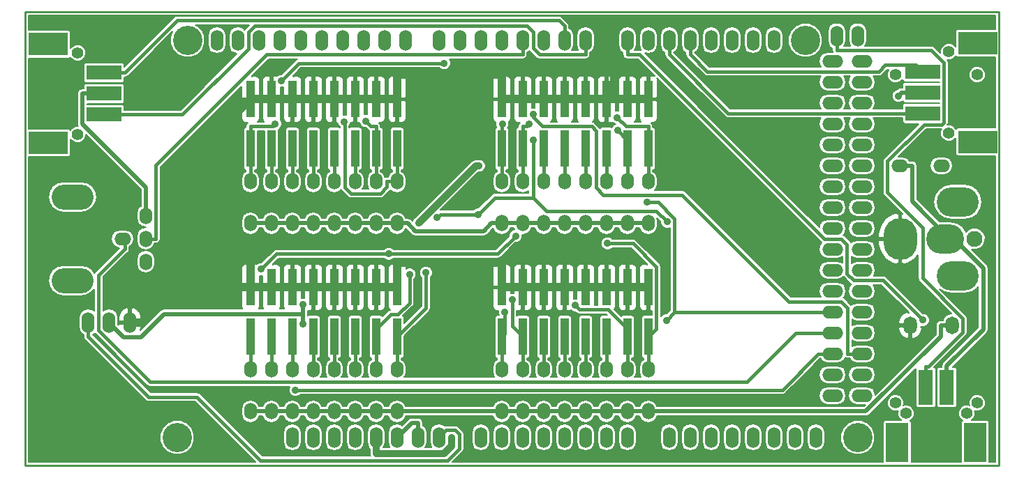
<source format=gtl>
G04 #@! TF.FileFunction,Copper,L1,Top,Signal*
%FSLAX46Y46*%
G04 Gerber Fmt 4.6, Leading zero omitted, Abs format (unit mm)*
G04 Created by KiCad (PCBNEW 0.201602231446+6579~42~ubuntu14.04.1-product) date Fri 26 Feb 2016 12:54:47 PM EST*
%MOMM*%
G01*
G04 APERTURE LIST*
%ADD10C,0.100000*%
%ADD11C,0.228600*%
%ADD12O,1.524000X2.032000*%
%ADD13O,2.032000X1.524000*%
%ADD14O,1.524000X2.540000*%
%ADD15C,1.930400*%
%ADD16O,4.572000X3.556000*%
%ADD17O,4.064000X5.080000*%
%ADD18O,5.080000X3.556000*%
%ADD19O,5.080000X3.048000*%
%ADD20R,1.016000X4.495800*%
%ADD21C,3.556000*%
%ADD22O,2.540000X1.524000*%
%ADD23O,1.651000X2.159000*%
%ADD24R,4.191000X1.778000*%
%ADD25C,1.397000*%
%ADD26R,4.826000X2.794000*%
%ADD27R,1.778000X4.191000*%
%ADD28R,2.794000X4.826000*%
%ADD29C,0.889000*%
%ADD30C,1.016000*%
%ADD31C,0.508000*%
%ADD32C,0.406400*%
%ADD33C,0.812800*%
%ADD34C,0.203200*%
G04 APERTURE END LIST*
D10*
D11*
X211455000Y-75311000D02*
X93345000Y-75311000D01*
X211455000Y-130429000D02*
X211455000Y-75311000D01*
X93345000Y-130429000D02*
X211455000Y-130429000D01*
X93345000Y-75311000D02*
X93345000Y-130429000D01*
D12*
X120650000Y-123825000D03*
X120650000Y-118745000D03*
X123190000Y-123825000D03*
X123190000Y-118745000D03*
X125730000Y-123825000D03*
X125730000Y-118745000D03*
X128270000Y-123825000D03*
X128270000Y-118745000D03*
X130810000Y-123825000D03*
X130810000Y-118745000D03*
X133350000Y-123825000D03*
X133350000Y-118745000D03*
X135890000Y-123825000D03*
X135890000Y-118745000D03*
X138430000Y-123825000D03*
X138430000Y-118745000D03*
X151130000Y-123825000D03*
X151130000Y-118745000D03*
X153670000Y-123825000D03*
X153670000Y-118745000D03*
X156210000Y-123825000D03*
X156210000Y-118745000D03*
X158750000Y-123825000D03*
X158750000Y-118745000D03*
X161290000Y-123825000D03*
X161290000Y-118745000D03*
X163830000Y-123825000D03*
X163830000Y-118745000D03*
X166370000Y-123825000D03*
X166370000Y-118745000D03*
X168910000Y-123825000D03*
X168910000Y-118745000D03*
X120650000Y-100965000D03*
X120650000Y-95885000D03*
X123190000Y-100965000D03*
X123190000Y-95885000D03*
X125730000Y-100965000D03*
X125730000Y-95885000D03*
X128270000Y-100965000D03*
X128270000Y-95885000D03*
X130810000Y-100965000D03*
X130810000Y-95885000D03*
X133350000Y-100965000D03*
X133350000Y-95885000D03*
X135890000Y-100965000D03*
X135890000Y-95885000D03*
X138430000Y-100965000D03*
X138430000Y-95885000D03*
X151130000Y-100965000D03*
X151130000Y-95885000D03*
X153670000Y-100965000D03*
X153670000Y-95885000D03*
X156210000Y-100965000D03*
X156210000Y-95885000D03*
X158750000Y-100965000D03*
X158750000Y-95885000D03*
X161290000Y-100965000D03*
X161290000Y-95885000D03*
X163830000Y-100965000D03*
X163830000Y-95885000D03*
X166370000Y-100965000D03*
X166370000Y-95885000D03*
X168910000Y-100965000D03*
X168910000Y-95885000D03*
D13*
X204470000Y-93980000D03*
X199390000Y-93980000D03*
D14*
X103505000Y-113030000D03*
X100965000Y-113030000D03*
X106045000Y-113030000D03*
D15*
X208457800Y-102870000D03*
D16*
X204952600Y-102870000D03*
D17*
X199466200Y-102870000D03*
D18*
X206451200Y-98374200D03*
X206451200Y-107365800D03*
D19*
X99060000Y-107950000D03*
X99060000Y-97790000D03*
D13*
X105156000Y-102870000D03*
D12*
X107950000Y-102870000D03*
X107950000Y-100076000D03*
X107950000Y-105664000D03*
D20*
X168910000Y-85902800D03*
X168910000Y-91897200D03*
X166370000Y-85902800D03*
X166370000Y-91897200D03*
X163830000Y-85902800D03*
X163830000Y-91897200D03*
X161290000Y-85902800D03*
X161290000Y-91897200D03*
X158750000Y-85902800D03*
X158750000Y-91897200D03*
X156210000Y-85902800D03*
X156210000Y-91897200D03*
X153670000Y-85902800D03*
X153670000Y-91897200D03*
X151130000Y-85902800D03*
X151130000Y-91897200D03*
X138430000Y-85902800D03*
X138430000Y-91897200D03*
X135890000Y-85902800D03*
X135890000Y-91897200D03*
X133350000Y-85902800D03*
X133350000Y-91897200D03*
X130810000Y-85902800D03*
X130810000Y-91897200D03*
X128270000Y-85902800D03*
X128270000Y-91897200D03*
X125730000Y-85902800D03*
X125730000Y-91897200D03*
X123190000Y-85902800D03*
X123190000Y-91897200D03*
X120650000Y-85902800D03*
X120650000Y-91897200D03*
X168910000Y-108762800D03*
X168910000Y-114757200D03*
X166370000Y-108762800D03*
X166370000Y-114757200D03*
X163830000Y-108762800D03*
X163830000Y-114757200D03*
X161290000Y-108762800D03*
X161290000Y-114757200D03*
X158750000Y-108762800D03*
X158750000Y-114757200D03*
X156210000Y-108762800D03*
X156210000Y-114757200D03*
X153670000Y-108762800D03*
X153670000Y-114757200D03*
X151130000Y-108762800D03*
X151130000Y-114757200D03*
X138430000Y-108762800D03*
X138430000Y-114757200D03*
X135890000Y-108762800D03*
X135890000Y-114757200D03*
X133350000Y-108762800D03*
X133350000Y-114757200D03*
X130810000Y-108762800D03*
X130810000Y-114757200D03*
X128270000Y-108762800D03*
X128270000Y-114757200D03*
X125730000Y-108762800D03*
X125730000Y-114757200D03*
X123190000Y-108762800D03*
X123190000Y-114757200D03*
X120650000Y-108762800D03*
X120650000Y-114757200D03*
D21*
X111760000Y-127000000D03*
X113030000Y-78740000D03*
X194310000Y-127000000D03*
X187960000Y-78740000D03*
D14*
X125730000Y-127000000D03*
X128270000Y-127000000D03*
X130810000Y-127000000D03*
X133350000Y-127000000D03*
X135890000Y-127000000D03*
X138430000Y-127000000D03*
X140970000Y-127000000D03*
X143510000Y-127000000D03*
X148590000Y-127000000D03*
X151130000Y-127000000D03*
X153670000Y-127000000D03*
X156210000Y-127000000D03*
X158750000Y-127000000D03*
X161290000Y-127000000D03*
X163830000Y-127000000D03*
X166370000Y-127000000D03*
X171450000Y-127000000D03*
X173990000Y-127000000D03*
X176530000Y-127000000D03*
X179070000Y-127000000D03*
X181610000Y-127000000D03*
X184150000Y-127000000D03*
X186690000Y-127000000D03*
X189230000Y-127000000D03*
X116586000Y-78740000D03*
X119126000Y-78740000D03*
X121666000Y-78740000D03*
X124206000Y-78740000D03*
X126746000Y-78740000D03*
X129286000Y-78740000D03*
X131826000Y-78740000D03*
X134366000Y-78740000D03*
X136906000Y-78740000D03*
X139446000Y-78740000D03*
X143510000Y-78740000D03*
X161290000Y-78740000D03*
X158750000Y-78740000D03*
X156210000Y-78740000D03*
X153670000Y-78740000D03*
X151130000Y-78740000D03*
X148590000Y-78740000D03*
X146050000Y-78740000D03*
X166370000Y-78740000D03*
X168910000Y-78740000D03*
X171450000Y-78740000D03*
X173990000Y-78740000D03*
X176530000Y-78740000D03*
X179070000Y-78740000D03*
X181610000Y-78740000D03*
X184150000Y-78740000D03*
X191770000Y-78232000D03*
X194310000Y-78232000D03*
D22*
X191262000Y-81280000D03*
X194818000Y-81280000D03*
X191262000Y-83820000D03*
X194818000Y-83820000D03*
X191262000Y-86360000D03*
X194818000Y-86360000D03*
X191262000Y-88900000D03*
X194818000Y-88900000D03*
X191262000Y-91440000D03*
X194818000Y-91440000D03*
X191262000Y-93980000D03*
X194818000Y-93980000D03*
X191262000Y-96520000D03*
X194818000Y-96520000D03*
X191262000Y-99060000D03*
X194818000Y-99060000D03*
X191262000Y-101600000D03*
X194818000Y-101600000D03*
X191262000Y-104140000D03*
X194818000Y-104140000D03*
X191262000Y-106680000D03*
X194818000Y-106680000D03*
X191262000Y-109220000D03*
X194818000Y-109220000D03*
X191262000Y-111760000D03*
X194818000Y-111760000D03*
X191262000Y-114300000D03*
X194818000Y-114300000D03*
X191262000Y-116840000D03*
X194818000Y-116840000D03*
X191262000Y-119380000D03*
X194818000Y-119380000D03*
X191262000Y-121920000D03*
X194818000Y-121920000D03*
D23*
X200660000Y-113385600D03*
X205740000Y-113385600D03*
D24*
X102870000Y-87757000D03*
X102870000Y-85217000D03*
X102870000Y-82677000D03*
D25*
X99695000Y-90170000D03*
X99695000Y-80264000D03*
D26*
X96139000Y-91211400D03*
X96139000Y-79222600D03*
D25*
X208788000Y-82931000D03*
X198882000Y-82931000D03*
D24*
X202184000Y-82550000D03*
X202184000Y-85090000D03*
X202184000Y-87630000D03*
D25*
X205359000Y-80137000D03*
X205359000Y-90043000D03*
D26*
X208915000Y-79095600D03*
X208915000Y-91084400D03*
D25*
X198882000Y-122809000D03*
X208788000Y-122809000D03*
D27*
X205105000Y-120904000D03*
X202565000Y-120904000D03*
D25*
X207518000Y-124079000D03*
X200152000Y-124079000D03*
D28*
X208559400Y-127635000D03*
X199110600Y-127635000D03*
D29*
X204660000Y-77367000D03*
X206922300Y-81933000D03*
X208094200Y-87074200D03*
X127000000Y-113206300D03*
X127000000Y-110847300D03*
X199249600Y-85518300D03*
X145049900Y-127048600D03*
X141079300Y-100914600D03*
X148384200Y-93993500D03*
X202228200Y-112747900D03*
X152802400Y-102512300D03*
X137432700Y-104688200D03*
X121966200Y-106550000D03*
X171099000Y-112760900D03*
X168789900Y-98418900D03*
X126109300Y-121228700D03*
X154948000Y-87748000D03*
X154940000Y-90891600D03*
X171191000Y-100796000D03*
X148288500Y-99896700D03*
X143303900Y-100285200D03*
X165138100Y-88120200D03*
X165163200Y-89707500D03*
X154462600Y-88903000D03*
X151203300Y-88900000D03*
X132000100Y-88624800D03*
X134620000Y-88566400D03*
X123668500Y-88900000D03*
X124407100Y-83668000D03*
X144141900Y-81527600D03*
X163952300Y-103427700D03*
X160037000Y-110951700D03*
X152400000Y-110293200D03*
X151486000Y-111760000D03*
X141927100Y-106978300D03*
X139954000Y-107186200D03*
D30*
X151130000Y-85902800D02*
X153670000Y-85902800D01*
X153670000Y-85902800D02*
X156210000Y-85902800D01*
X123190000Y-85902800D02*
X125730000Y-85902800D01*
X125730000Y-85902800D02*
X128270000Y-85902800D01*
X156210000Y-85902800D02*
X158750000Y-85902800D01*
X158750000Y-85902800D02*
X161290000Y-85902800D01*
X128270000Y-85902800D02*
X130810000Y-85902800D01*
X130810000Y-85902800D02*
X133350000Y-85902800D01*
X161290000Y-85902800D02*
X163830000Y-85902800D01*
X166370000Y-85902800D02*
X168910000Y-85902800D01*
X133350000Y-85902800D02*
X135890000Y-85902800D01*
X135890000Y-85902800D02*
X138430000Y-85902800D01*
X138430000Y-85902800D02*
X138430000Y-82892600D01*
X151130000Y-85902800D02*
X151130000Y-82892600D01*
X120650000Y-85902800D02*
X123190000Y-85902800D01*
X119051100Y-104153700D02*
X120650000Y-105752600D01*
X119051100Y-87501700D02*
X119051100Y-104153700D01*
X120650000Y-85902800D02*
X119051100Y-87501700D01*
X120650000Y-108762800D02*
X120650000Y-105752600D01*
X151130000Y-108763000D02*
X151130200Y-108763000D01*
X125730200Y-108763000D02*
X125730000Y-108762800D01*
X125730200Y-108763000D02*
X128270200Y-108763000D01*
X128270200Y-108763000D02*
X128270000Y-108762800D01*
X156210200Y-108763000D02*
X156210000Y-108762800D01*
X156210200Y-108763000D02*
X158750200Y-108763000D01*
X158750200Y-108763000D02*
X158750000Y-108762800D01*
X158750200Y-108763000D02*
X161290200Y-108763000D01*
X161290200Y-108763000D02*
X161290000Y-108762800D01*
X168909800Y-108763000D02*
X168910000Y-108763000D01*
X168909800Y-108763000D02*
X168910000Y-108762800D01*
X106045000Y-113030000D02*
X107569300Y-113030000D01*
X138430000Y-82892600D02*
X151130000Y-82892600D01*
X135890000Y-108763000D02*
X135890000Y-108762800D01*
X151130000Y-108762800D02*
X151130200Y-108763000D01*
X138430000Y-108762800D02*
X138430000Y-105752600D01*
X151130000Y-108762800D02*
X151130000Y-105752600D01*
X166370000Y-108763000D02*
X166370000Y-108762800D01*
X166370000Y-108763000D02*
X168909800Y-108763000D01*
X133350100Y-108763000D02*
X135890000Y-108763000D01*
X133350000Y-108762900D02*
X133350000Y-108762800D01*
X133350100Y-108763000D02*
X133350000Y-108762900D01*
X135890000Y-108763000D02*
X138429800Y-108763000D01*
X138429800Y-108763000D02*
X138430000Y-108763000D01*
X138429800Y-108763000D02*
X138430000Y-108762800D01*
X161290200Y-108763000D02*
X163830100Y-108763000D01*
X163830100Y-108763000D02*
X166370000Y-108763000D01*
X163830000Y-108762900D02*
X163830000Y-108762800D01*
X163830100Y-108763000D02*
X163830000Y-108762900D01*
X111836300Y-108763000D02*
X120650000Y-108763000D01*
X107569300Y-113030000D02*
X111836300Y-108763000D01*
X120650000Y-108763000D02*
X120650000Y-108762800D01*
X120650000Y-108763000D02*
X123190100Y-108763000D01*
X123190100Y-108763000D02*
X125730200Y-108763000D01*
X123190000Y-108762900D02*
X123190000Y-108762800D01*
X123190100Y-108763000D02*
X123190000Y-108762900D01*
X130810200Y-108763000D02*
X130810000Y-108762800D01*
X128270200Y-108763000D02*
X130810200Y-108763000D01*
X130810200Y-108763000D02*
X133350100Y-108763000D01*
X138430000Y-105752600D02*
X151130000Y-105752600D01*
X163830000Y-85902800D02*
X165100000Y-85902800D01*
X165100000Y-85902800D02*
X166370000Y-85902800D01*
X203486200Y-76193200D02*
X204660000Y-77367000D01*
X166208200Y-76193200D02*
X203486200Y-76193200D01*
X164782500Y-77618900D02*
X166208200Y-76193200D01*
X164782500Y-85585300D02*
X164782500Y-77618900D01*
X165100000Y-85902800D02*
X164782500Y-85585300D01*
X206922300Y-85902300D02*
X208094200Y-87074200D01*
X206922300Y-81933000D02*
X206922300Y-85902300D01*
X151130200Y-108763000D02*
X153670200Y-108763000D01*
X153670200Y-108763000D02*
X156210200Y-108763000D01*
X153670200Y-108763000D02*
X153670000Y-108762800D01*
D31*
X199390000Y-93980000D02*
X200914300Y-93980000D01*
X107950000Y-96583000D02*
X107950000Y-100330000D01*
X100266200Y-88899200D02*
X107950000Y-96583000D01*
X100266200Y-85217000D02*
X100266200Y-88899200D01*
X102870000Y-85217000D02*
X100266200Y-85217000D01*
X200914300Y-98323700D02*
X200914300Y-93980000D01*
X205460600Y-102870000D02*
X200914300Y-98323700D01*
X205993400Y-102870000D02*
X205460600Y-102870000D01*
X209535500Y-106412100D02*
X205993400Y-102870000D01*
X209535500Y-113869700D02*
X209535500Y-106412100D01*
X205105000Y-118300200D02*
X209535500Y-113869700D01*
X205105000Y-120904000D02*
X205105000Y-118300200D01*
X105290300Y-114815300D02*
X103505000Y-113030000D01*
X107371400Y-114815300D02*
X105290300Y-114815300D01*
X110195900Y-111990800D02*
X107371400Y-114815300D01*
X127000000Y-111990800D02*
X110195900Y-111990800D01*
X140208300Y-125221700D02*
X138430000Y-127000000D01*
X140970000Y-125221700D02*
X140208300Y-125221700D01*
X140970000Y-127000000D02*
X140970000Y-125221700D01*
X127000000Y-111990800D02*
X127000000Y-110847300D01*
X127000000Y-113206300D02*
X127000000Y-111990800D01*
X199580200Y-85187700D02*
X199580200Y-85090000D01*
X199249600Y-85518300D02*
X199580200Y-85187700D01*
X202184000Y-85090000D02*
X199580200Y-85090000D01*
D32*
X108290600Y-122083100D02*
X100965000Y-114757500D01*
X114144000Y-122083100D02*
X108290600Y-122083100D01*
X121868100Y-129807200D02*
X114144000Y-122083100D01*
X144548400Y-129807200D02*
X121868100Y-129807200D01*
X145999300Y-128356300D02*
X144548400Y-129807200D01*
X145999300Y-126631700D02*
X145999300Y-128356300D01*
X145485000Y-126117400D02*
X145999300Y-126631700D01*
X144392600Y-126117400D02*
X145485000Y-126117400D01*
X143510000Y-127000000D02*
X144392600Y-126117400D01*
X100965000Y-113030000D02*
X100965000Y-114757500D01*
D33*
X145049900Y-128027500D02*
X145049900Y-127048600D01*
X144146700Y-128930700D02*
X145049900Y-128027500D01*
X135890000Y-128930700D02*
X144146700Y-128930700D01*
X135890000Y-127000000D02*
X135890000Y-128930700D01*
X148000400Y-93993500D02*
X141079300Y-100914600D01*
X148384200Y-93993500D02*
X148000400Y-93993500D01*
D32*
X166370000Y-78740000D02*
X166370000Y-80467500D01*
X167848000Y-80467500D02*
X166370000Y-80467500D01*
X190250500Y-102870000D02*
X167848000Y-80467500D01*
X192284100Y-102870000D02*
X190250500Y-102870000D01*
X192989600Y-103575500D02*
X192284100Y-102870000D01*
X192989600Y-107093100D02*
X192989600Y-103575500D01*
X193796100Y-107899600D02*
X192989600Y-107093100D01*
X197379900Y-107899600D02*
X193796100Y-107899600D01*
X202228200Y-112747900D02*
X197379900Y-107899600D01*
X123828000Y-104688200D02*
X137432700Y-104688200D01*
X121966200Y-106550000D02*
X123828000Y-104688200D01*
X150626500Y-104688200D02*
X152802400Y-102512300D01*
X137432700Y-104688200D02*
X150626500Y-104688200D01*
X170096000Y-98418900D02*
X168789900Y-98418900D01*
X172099900Y-100422800D02*
X170096000Y-98418900D01*
X172099900Y-111760000D02*
X172099900Y-100422800D01*
X191770000Y-111760000D02*
X172099900Y-111760000D01*
X172099900Y-111760000D02*
X171099000Y-112760900D01*
X185145700Y-121228700D02*
X126109300Y-121228700D01*
X189534400Y-116840000D02*
X185145700Y-121228700D01*
X191770000Y-116840000D02*
X189534400Y-116840000D01*
X194310000Y-116840000D02*
X193090500Y-116840000D01*
X154948000Y-88112500D02*
X154948000Y-87748000D01*
X156027200Y-89191700D02*
X154948000Y-88112500D01*
X162028800Y-89191700D02*
X156027200Y-89191700D01*
X162560000Y-89722900D02*
X162028800Y-89191700D01*
X162560000Y-96657500D02*
X162560000Y-89722900D01*
X163419400Y-97516900D02*
X162560000Y-96657500D01*
X172984800Y-97516900D02*
X163419400Y-97516900D01*
X185957900Y-110490000D02*
X172984800Y-97516900D01*
X192284100Y-110490000D02*
X185957900Y-110490000D01*
X193090500Y-111296400D02*
X192284100Y-110490000D01*
X193090500Y-116840000D02*
X193090500Y-111296400D01*
X154940000Y-90891600D02*
X154940000Y-97853600D01*
X169886400Y-99491400D02*
X171191000Y-100796000D01*
X156577800Y-99491400D02*
X169886400Y-99491400D01*
X154940000Y-97853600D02*
X156577800Y-99491400D01*
X150331600Y-97853600D02*
X148288500Y-99896700D01*
X154940000Y-97853600D02*
X150331600Y-97853600D01*
X143692400Y-99896700D02*
X143303900Y-100285200D01*
X148288500Y-99896700D02*
X143692400Y-99896700D01*
D31*
X166370000Y-100965000D02*
X168910000Y-100965000D01*
X163830000Y-123825000D02*
X166370000Y-123825000D01*
X133350000Y-123825000D02*
X135890000Y-123825000D01*
X163830000Y-100965000D02*
X166370000Y-100965000D01*
X133350000Y-100965000D02*
X135890000Y-100965000D01*
X130810000Y-100965000D02*
X133350000Y-100965000D01*
X161290000Y-100965000D02*
X163830000Y-100965000D01*
X130810000Y-123825000D02*
X133350000Y-123825000D01*
X161290000Y-123825000D02*
X163830000Y-123825000D01*
X158750000Y-123825000D02*
X161290000Y-123825000D01*
X128270000Y-123825000D02*
X130810000Y-123825000D01*
X158750000Y-100965000D02*
X161290000Y-100965000D01*
X128270000Y-100965000D02*
X130810000Y-100965000D01*
X125730000Y-100965000D02*
X128270000Y-100965000D01*
X156210000Y-100965000D02*
X158750000Y-100965000D01*
X125730000Y-123825000D02*
X128270000Y-123825000D01*
X156210000Y-123825000D02*
X158750000Y-123825000D01*
X151130000Y-123825000D02*
X153670000Y-123825000D01*
X153670000Y-123825000D02*
X156210000Y-123825000D01*
X120650000Y-123825000D02*
X123190000Y-123825000D01*
X123190000Y-123825000D02*
X125730000Y-123825000D01*
X151130000Y-100965000D02*
X153670000Y-100965000D01*
X153670000Y-100965000D02*
X156210000Y-100965000D01*
X120650000Y-100965000D02*
X123190000Y-100965000D01*
X123190000Y-100965000D02*
X125730000Y-100965000D01*
X135890000Y-123825000D02*
X138430000Y-123825000D01*
X166370000Y-123825000D02*
X168910000Y-123825000D01*
X204406200Y-114719400D02*
X204406200Y-113385600D01*
X195300600Y-123825000D02*
X204406200Y-114719400D01*
X168910000Y-123825000D02*
X195300600Y-123825000D01*
X205740000Y-113385600D02*
X204406200Y-113385600D01*
X151130000Y-123825000D02*
X149859700Y-123825000D01*
X138430000Y-123825000D02*
X139700300Y-123825000D01*
X149859700Y-123825000D02*
X139700300Y-123825000D01*
X135890000Y-100965000D02*
X138430000Y-100965000D01*
X138430000Y-100965000D02*
X139700300Y-100965000D01*
X151130000Y-100965000D02*
X149859700Y-100965000D01*
X148911100Y-101913600D02*
X149859700Y-100965000D01*
X140648900Y-101913600D02*
X148911100Y-101913600D01*
X139700300Y-100965000D02*
X140648900Y-101913600D01*
D32*
X168910000Y-91897200D02*
X168910000Y-95885000D01*
X168910000Y-91897200D02*
X168910000Y-89191800D01*
X166209700Y-89191800D02*
X165138100Y-88120200D01*
X168910000Y-89191800D02*
X166209700Y-89191800D01*
X166370000Y-91897200D02*
X166370000Y-95885000D01*
X166370000Y-90914300D02*
X165163200Y-89707500D01*
X166370000Y-91897200D02*
X166370000Y-90914300D01*
X163830000Y-91897200D02*
X163830000Y-95885000D01*
X161290000Y-91897200D02*
X161290000Y-95885000D01*
X158750000Y-91897200D02*
X158750000Y-95885000D01*
X156210000Y-91897200D02*
X156210000Y-95885000D01*
X153670000Y-91897200D02*
X153670000Y-95885000D01*
X153670000Y-91897200D02*
X153670000Y-89191800D01*
X154173800Y-89191800D02*
X154462600Y-88903000D01*
X153670000Y-89191800D02*
X154173800Y-89191800D01*
X151130000Y-91897200D02*
X151130000Y-95885000D01*
X151130000Y-88973300D02*
X151203300Y-88900000D01*
X151130000Y-91897200D02*
X151130000Y-88973300D01*
X138430000Y-91897200D02*
X138430000Y-95885000D01*
X132080000Y-88704700D02*
X132000100Y-88624800D01*
X132080000Y-96595400D02*
X132080000Y-88704700D01*
X132851800Y-97367200D02*
X132080000Y-96595400D01*
X136414300Y-97367200D02*
X132851800Y-97367200D01*
X137210500Y-96571000D02*
X136414300Y-97367200D01*
X137210500Y-95885000D02*
X137210500Y-96571000D01*
X138430000Y-95885000D02*
X137210500Y-95885000D01*
X135890000Y-91897200D02*
X135890000Y-95885000D01*
X135245400Y-89191800D02*
X134620000Y-88566400D01*
X135890000Y-89191800D02*
X135245400Y-89191800D01*
X135890000Y-91897200D02*
X135890000Y-89191800D01*
X133350000Y-91897200D02*
X133350000Y-95885000D01*
X130810000Y-91897200D02*
X130810000Y-95885000D01*
X128270000Y-91897200D02*
X128270000Y-95885000D01*
X125730000Y-91897200D02*
X125730000Y-95885000D01*
X123190000Y-91897200D02*
X123190000Y-95885000D01*
X120650000Y-91897200D02*
X120650000Y-95885000D01*
X123376700Y-89191800D02*
X123668500Y-88900000D01*
X120650000Y-89191800D02*
X123376700Y-89191800D01*
X120650000Y-91897200D02*
X120650000Y-89191800D01*
X126547500Y-81527600D02*
X124407100Y-83668000D01*
X144141900Y-81527600D02*
X126547500Y-81527600D01*
X105410000Y-102870000D02*
X105410000Y-104089500D01*
X102235000Y-107264500D02*
X105410000Y-104089500D01*
X102235000Y-113996100D02*
X102235000Y-107264500D01*
X108474700Y-120235800D02*
X102235000Y-113996100D01*
X180870800Y-120235800D02*
X108474700Y-120235800D01*
X186806600Y-114300000D02*
X180870800Y-120235800D01*
X191770000Y-114300000D02*
X186806600Y-114300000D01*
X109169500Y-93953800D02*
X109169500Y-102870000D01*
X122655800Y-80467500D02*
X109169500Y-93953800D01*
X153670000Y-80467500D02*
X122655800Y-80467500D01*
X153670000Y-78740000D02*
X153670000Y-80467500D01*
X107950000Y-102870000D02*
X109169500Y-102870000D01*
X203227000Y-79959500D02*
X191770000Y-79959500D01*
X204757600Y-81490100D02*
X203227000Y-79959500D01*
X204757600Y-88724100D02*
X204757600Y-81490100D01*
X204498100Y-88983600D02*
X204757600Y-88724100D01*
X202364000Y-88983600D02*
X204498100Y-88983600D01*
X197910700Y-93436900D02*
X202364000Y-88983600D01*
X197910700Y-97250000D02*
X197910700Y-93436900D01*
X202171100Y-101510400D02*
X197910700Y-97250000D01*
X202171100Y-107670400D02*
X202171100Y-101510400D01*
X207059600Y-112558900D02*
X202171100Y-107670400D01*
X207059600Y-114196400D02*
X207059600Y-112558900D01*
X202905000Y-118351000D02*
X207059600Y-114196400D01*
X202565000Y-118351000D02*
X202905000Y-118351000D01*
X202565000Y-120904000D02*
X202565000Y-118351000D01*
X191770000Y-78740000D02*
X191770000Y-79959500D01*
X168910000Y-114757200D02*
X168910000Y-118745000D01*
X168910000Y-114757000D02*
X168910000Y-114757200D01*
X167040200Y-103427700D02*
X163952300Y-103427700D01*
X169875600Y-106263100D02*
X167040200Y-103427700D01*
X169875600Y-113791400D02*
X169875600Y-106263100D01*
X168910000Y-114757000D02*
X169875600Y-113791400D01*
X166370000Y-114757200D02*
X166370000Y-118745000D01*
X166370000Y-114757000D02*
X166370000Y-114757200D01*
X160553500Y-111468200D02*
X160037000Y-110951700D01*
X164011200Y-111468200D02*
X160553500Y-111468200D01*
X166370000Y-113827000D02*
X164011200Y-111468200D01*
X166370000Y-114757000D02*
X166370000Y-113827000D01*
X163830000Y-114757000D02*
X163830000Y-114757200D01*
X163830000Y-114757200D02*
X163830000Y-118745000D01*
X161290000Y-114757000D02*
X161290000Y-114757200D01*
X161290000Y-114757200D02*
X161290000Y-118745000D01*
X158750000Y-114757000D02*
X158750000Y-114757200D01*
X158750000Y-114757200D02*
X158750000Y-118745000D01*
X156210000Y-114757000D02*
X156210000Y-114757200D01*
X156210000Y-114757200D02*
X156210000Y-118745000D01*
X153670000Y-114757200D02*
X153670000Y-118745000D01*
X153670000Y-114757000D02*
X153670000Y-114757100D01*
X153670000Y-114757100D02*
X153670000Y-114757200D01*
X152400000Y-113487100D02*
X152400000Y-110293200D01*
X153670000Y-114757100D02*
X152400000Y-113487100D01*
X151130000Y-114757200D02*
X151130000Y-118745000D01*
X151130000Y-114757000D02*
X151130000Y-114757100D01*
X151130000Y-114757100D02*
X151130000Y-114757200D01*
X151486000Y-114401100D02*
X151486000Y-111760000D01*
X151130000Y-114757100D02*
X151486000Y-114401100D01*
X138430000Y-114757200D02*
X138430000Y-118745000D01*
X138430000Y-114757000D02*
X138430000Y-114757100D01*
X138430000Y-114757100D02*
X138430000Y-114757200D01*
X141927100Y-111260000D02*
X141927100Y-106978300D01*
X138430000Y-114757100D02*
X141927100Y-111260000D01*
X135890000Y-114757200D02*
X135890000Y-118745000D01*
X135890000Y-114757000D02*
X135890000Y-114757200D01*
X139954000Y-110647200D02*
X139954000Y-107186200D01*
X138549500Y-112051700D02*
X139954000Y-110647200D01*
X137665300Y-112051700D02*
X138549500Y-112051700D01*
X135890000Y-113827000D02*
X137665300Y-112051700D01*
X135890000Y-114757000D02*
X135890000Y-113827000D01*
X133350000Y-114757000D02*
X133350000Y-114757200D01*
X133350000Y-114757200D02*
X133350000Y-118745000D01*
X130810000Y-114757000D02*
X130810000Y-114757200D01*
X130810000Y-114757200D02*
X130810000Y-118745000D01*
X128270000Y-114757000D02*
X128270000Y-114757200D01*
X128270000Y-114757200D02*
X128270000Y-118745000D01*
X125730000Y-114757000D02*
X125730000Y-114757200D01*
X125730000Y-114757200D02*
X125730000Y-118745000D01*
X123190000Y-114757000D02*
X123190000Y-114757200D01*
X123190000Y-114757200D02*
X123190000Y-118745000D01*
X120650000Y-114757000D02*
X120650000Y-114757200D01*
X120650000Y-114757200D02*
X120650000Y-118745000D01*
X155702600Y-80467500D02*
X161290000Y-80467500D01*
X154921100Y-79686000D02*
X155702600Y-80467500D01*
X154921100Y-77701100D02*
X154921100Y-79686000D01*
X154220100Y-77000100D02*
X154921100Y-77701100D01*
X121163600Y-77000100D02*
X154220100Y-77000100D01*
X120396000Y-77767700D02*
X121163600Y-77000100D01*
X120396000Y-79759100D02*
X120396000Y-77767700D01*
X112398100Y-87757000D02*
X120396000Y-79759100D01*
X102870000Y-87757000D02*
X112398100Y-87757000D01*
X161290000Y-78740000D02*
X161290000Y-80467500D01*
X158064300Y-76326800D02*
X158750000Y-77012500D01*
X111773200Y-76326800D02*
X158064300Y-76326800D01*
X105423000Y-82677000D02*
X111773200Y-76326800D01*
X102870000Y-82677000D02*
X105423000Y-82677000D01*
X158750000Y-78740000D02*
X158750000Y-77012500D01*
X178612500Y-87630000D02*
X171450000Y-80467500D01*
X202184000Y-87630000D02*
X178612500Y-87630000D01*
X171450000Y-78740000D02*
X171450000Y-80467500D01*
X176072500Y-82550000D02*
X173990000Y-80467500D01*
X196877400Y-82550000D02*
X176072500Y-82550000D01*
X197667500Y-81759900D02*
X196877400Y-82550000D01*
X201393900Y-81759900D02*
X197667500Y-81759900D01*
X202184000Y-82550000D02*
X201393900Y-81759900D01*
X173990000Y-78740000D02*
X173990000Y-80467500D01*
D34*
G36*
X211035900Y-77387829D02*
X206502000Y-77387829D01*
X206383073Y-77411485D01*
X206282252Y-77478852D01*
X206214885Y-77579673D01*
X206191229Y-77698600D01*
X206191229Y-79550563D01*
X205928066Y-79286939D01*
X205559444Y-79133874D01*
X205160307Y-79133526D01*
X204791419Y-79285948D01*
X204508939Y-79567934D01*
X204355874Y-79936556D01*
X204355559Y-80297797D01*
X203622131Y-79564369D01*
X203593528Y-79545257D01*
X203440844Y-79443236D01*
X203227000Y-79400700D01*
X195208113Y-79400700D01*
X195342528Y-79199534D01*
X195427600Y-78771847D01*
X195427600Y-77692153D01*
X195342528Y-77264466D01*
X195100263Y-76901890D01*
X194737687Y-76659625D01*
X194310000Y-76574553D01*
X193882313Y-76659625D01*
X193519737Y-76901890D01*
X193277472Y-77264466D01*
X193192400Y-77692153D01*
X193192400Y-78771847D01*
X193277472Y-79199534D01*
X193411887Y-79400700D01*
X192668113Y-79400700D01*
X192802528Y-79199534D01*
X192887600Y-78771847D01*
X192887600Y-77692153D01*
X192802528Y-77264466D01*
X192560263Y-76901890D01*
X192197687Y-76659625D01*
X191770000Y-76574553D01*
X191342313Y-76659625D01*
X190979737Y-76901890D01*
X190737472Y-77264466D01*
X190652400Y-77692153D01*
X190652400Y-78771847D01*
X190737472Y-79199534D01*
X190979737Y-79562110D01*
X191211200Y-79716768D01*
X191211200Y-79959500D01*
X191251559Y-80162400D01*
X190722153Y-80162400D01*
X190294466Y-80247472D01*
X189931890Y-80489737D01*
X189689625Y-80852313D01*
X189604553Y-81280000D01*
X189689625Y-81707687D01*
X189879062Y-81991200D01*
X176303962Y-81991200D01*
X174548800Y-80236038D01*
X174548800Y-80224768D01*
X174780263Y-80070110D01*
X175022528Y-79707534D01*
X175107600Y-79279847D01*
X175107600Y-78200153D01*
X175412400Y-78200153D01*
X175412400Y-79279847D01*
X175497472Y-79707534D01*
X175739737Y-80070110D01*
X176102313Y-80312375D01*
X176530000Y-80397447D01*
X176957687Y-80312375D01*
X177320263Y-80070110D01*
X177562528Y-79707534D01*
X177647600Y-79279847D01*
X177647600Y-78200153D01*
X177952400Y-78200153D01*
X177952400Y-79279847D01*
X178037472Y-79707534D01*
X178279737Y-80070110D01*
X178642313Y-80312375D01*
X179070000Y-80397447D01*
X179497687Y-80312375D01*
X179860263Y-80070110D01*
X180102528Y-79707534D01*
X180187600Y-79279847D01*
X180187600Y-78200153D01*
X180492400Y-78200153D01*
X180492400Y-79279847D01*
X180577472Y-79707534D01*
X180819737Y-80070110D01*
X181182313Y-80312375D01*
X181610000Y-80397447D01*
X182037687Y-80312375D01*
X182400263Y-80070110D01*
X182642528Y-79707534D01*
X182727600Y-79279847D01*
X182727600Y-78200153D01*
X183032400Y-78200153D01*
X183032400Y-79279847D01*
X183117472Y-79707534D01*
X183359737Y-80070110D01*
X183722313Y-80312375D01*
X184150000Y-80397447D01*
X184577687Y-80312375D01*
X184940263Y-80070110D01*
X185182528Y-79707534D01*
X185267600Y-79279847D01*
X185267600Y-79152477D01*
X185876840Y-79152477D01*
X186193259Y-79918270D01*
X186778648Y-80504682D01*
X187543888Y-80822437D01*
X188372477Y-80823160D01*
X189138270Y-80506741D01*
X189724682Y-79921352D01*
X190042437Y-79156112D01*
X190043160Y-78327523D01*
X189726741Y-77561730D01*
X189141352Y-76975318D01*
X188376112Y-76657563D01*
X187547523Y-76656840D01*
X186781730Y-76973259D01*
X186195318Y-77558648D01*
X185877563Y-78323888D01*
X185876840Y-79152477D01*
X185267600Y-79152477D01*
X185267600Y-78200153D01*
X185182528Y-77772466D01*
X184940263Y-77409890D01*
X184577687Y-77167625D01*
X184150000Y-77082553D01*
X183722313Y-77167625D01*
X183359737Y-77409890D01*
X183117472Y-77772466D01*
X183032400Y-78200153D01*
X182727600Y-78200153D01*
X182642528Y-77772466D01*
X182400263Y-77409890D01*
X182037687Y-77167625D01*
X181610000Y-77082553D01*
X181182313Y-77167625D01*
X180819737Y-77409890D01*
X180577472Y-77772466D01*
X180492400Y-78200153D01*
X180187600Y-78200153D01*
X180102528Y-77772466D01*
X179860263Y-77409890D01*
X179497687Y-77167625D01*
X179070000Y-77082553D01*
X178642313Y-77167625D01*
X178279737Y-77409890D01*
X178037472Y-77772466D01*
X177952400Y-78200153D01*
X177647600Y-78200153D01*
X177562528Y-77772466D01*
X177320263Y-77409890D01*
X176957687Y-77167625D01*
X176530000Y-77082553D01*
X176102313Y-77167625D01*
X175739737Y-77409890D01*
X175497472Y-77772466D01*
X175412400Y-78200153D01*
X175107600Y-78200153D01*
X175022528Y-77772466D01*
X174780263Y-77409890D01*
X174417687Y-77167625D01*
X173990000Y-77082553D01*
X173562313Y-77167625D01*
X173199737Y-77409890D01*
X172957472Y-77772466D01*
X172872400Y-78200153D01*
X172872400Y-79279847D01*
X172957472Y-79707534D01*
X173199737Y-80070110D01*
X173431200Y-80224768D01*
X173431200Y-80467500D01*
X173473736Y-80681344D01*
X173568012Y-80822437D01*
X173594869Y-80862631D01*
X175677369Y-82945131D01*
X175858656Y-83066264D01*
X176072500Y-83108800D01*
X189879062Y-83108800D01*
X189689625Y-83392313D01*
X189604553Y-83820000D01*
X189689625Y-84247687D01*
X189931890Y-84610263D01*
X190294466Y-84852528D01*
X190722153Y-84937600D01*
X191801847Y-84937600D01*
X192229534Y-84852528D01*
X192592110Y-84610263D01*
X192834375Y-84247687D01*
X192919447Y-83820000D01*
X192834375Y-83392313D01*
X192644938Y-83108800D01*
X193435062Y-83108800D01*
X193245625Y-83392313D01*
X193160553Y-83820000D01*
X193245625Y-84247687D01*
X193487890Y-84610263D01*
X193850466Y-84852528D01*
X194278153Y-84937600D01*
X195357847Y-84937600D01*
X195785534Y-84852528D01*
X196148110Y-84610263D01*
X196390375Y-84247687D01*
X196475447Y-83820000D01*
X196390375Y-83392313D01*
X196200938Y-83108800D01*
X196877400Y-83108800D01*
X197091244Y-83066264D01*
X197272531Y-82945131D01*
X197898962Y-82318700D01*
X198075249Y-82318700D01*
X198031939Y-82361934D01*
X197878874Y-82730556D01*
X197878526Y-83129693D01*
X198030948Y-83498581D01*
X198312934Y-83781061D01*
X198681556Y-83934126D01*
X199080693Y-83934474D01*
X199449581Y-83782052D01*
X199732061Y-83500066D01*
X199736131Y-83490264D01*
X199753533Y-83577748D01*
X199832127Y-83695373D01*
X199949752Y-83773967D01*
X200088500Y-83801566D01*
X204198800Y-83801566D01*
X204198800Y-83838434D01*
X200088500Y-83838434D01*
X199949752Y-83866033D01*
X199832127Y-83944627D01*
X199753533Y-84062252D01*
X199725934Y-84201000D01*
X199725934Y-84480400D01*
X199580200Y-84480400D01*
X199346916Y-84526803D01*
X199149148Y-84658948D01*
X199109639Y-84718077D01*
X199091148Y-84718061D01*
X198796972Y-84839613D01*
X198571704Y-85064488D01*
X198449639Y-85358452D01*
X198449361Y-85676752D01*
X198570913Y-85970928D01*
X198795788Y-86196196D01*
X199089752Y-86318261D01*
X199408052Y-86318539D01*
X199702228Y-86196987D01*
X199764765Y-86134559D01*
X199832127Y-86235373D01*
X199949752Y-86313967D01*
X200088500Y-86341566D01*
X204198800Y-86341566D01*
X204198800Y-86378434D01*
X200088500Y-86378434D01*
X199949752Y-86406033D01*
X199832127Y-86484627D01*
X199753533Y-86602252D01*
X199725934Y-86741000D01*
X199725934Y-87071200D01*
X196200938Y-87071200D01*
X196390375Y-86787687D01*
X196475447Y-86360000D01*
X196390375Y-85932313D01*
X196148110Y-85569737D01*
X195785534Y-85327472D01*
X195357847Y-85242400D01*
X194278153Y-85242400D01*
X193850466Y-85327472D01*
X193487890Y-85569737D01*
X193245625Y-85932313D01*
X193160553Y-86360000D01*
X193245625Y-86787687D01*
X193435062Y-87071200D01*
X192644938Y-87071200D01*
X192834375Y-86787687D01*
X192919447Y-86360000D01*
X192834375Y-85932313D01*
X192592110Y-85569737D01*
X192229534Y-85327472D01*
X191801847Y-85242400D01*
X190722153Y-85242400D01*
X190294466Y-85327472D01*
X189931890Y-85569737D01*
X189689625Y-85932313D01*
X189604553Y-86360000D01*
X189689625Y-86787687D01*
X189879062Y-87071200D01*
X178843963Y-87071200D01*
X172008800Y-80236038D01*
X172008800Y-80224768D01*
X172240263Y-80070110D01*
X172482528Y-79707534D01*
X172567600Y-79279847D01*
X172567600Y-78200153D01*
X172482528Y-77772466D01*
X172240263Y-77409890D01*
X171877687Y-77167625D01*
X171450000Y-77082553D01*
X171022313Y-77167625D01*
X170659737Y-77409890D01*
X170417472Y-77772466D01*
X170332400Y-78200153D01*
X170332400Y-79279847D01*
X170417472Y-79707534D01*
X170659737Y-80070110D01*
X170891200Y-80224768D01*
X170891200Y-80467500D01*
X170933736Y-80681344D01*
X171028012Y-80822437D01*
X171054869Y-80862631D01*
X178217369Y-88025132D01*
X178398657Y-88146265D01*
X178612500Y-88188800D01*
X189879062Y-88188800D01*
X189689625Y-88472313D01*
X189604553Y-88900000D01*
X189689625Y-89327687D01*
X189931890Y-89690263D01*
X190294466Y-89932528D01*
X190722153Y-90017600D01*
X191801847Y-90017600D01*
X192229534Y-89932528D01*
X192592110Y-89690263D01*
X192834375Y-89327687D01*
X192919447Y-88900000D01*
X192834375Y-88472313D01*
X192644938Y-88188800D01*
X193435062Y-88188800D01*
X193245625Y-88472313D01*
X193160553Y-88900000D01*
X193245625Y-89327687D01*
X193487890Y-89690263D01*
X193850466Y-89932528D01*
X194278153Y-90017600D01*
X195357847Y-90017600D01*
X195785534Y-89932528D01*
X196148110Y-89690263D01*
X196390375Y-89327687D01*
X196475447Y-88900000D01*
X196390375Y-88472313D01*
X196200938Y-88188800D01*
X199725934Y-88188800D01*
X199725934Y-88519000D01*
X199753533Y-88657748D01*
X199832127Y-88775373D01*
X199949752Y-88853967D01*
X200088500Y-88881566D01*
X201675772Y-88881566D01*
X197515569Y-93041769D01*
X197394436Y-93223056D01*
X197351900Y-93436900D01*
X197351900Y-97250000D01*
X197394436Y-97463844D01*
X197472747Y-97581044D01*
X197515569Y-97645131D01*
X199723333Y-99852895D01*
X199618600Y-99877470D01*
X199618600Y-102717600D01*
X199638600Y-102717600D01*
X199638600Y-103022400D01*
X199618600Y-103022400D01*
X199618600Y-105862530D01*
X200029273Y-105958891D01*
X200336297Y-105876841D01*
X201226330Y-105353656D01*
X201612300Y-104842420D01*
X201612300Y-107670400D01*
X201654836Y-107884244D01*
X201723121Y-107986439D01*
X201775969Y-108065531D01*
X205650605Y-111940167D01*
X205288013Y-112012291D01*
X204904836Y-112268321D01*
X204648806Y-112651498D01*
X204624041Y-112776000D01*
X204406200Y-112776000D01*
X204172916Y-112822403D01*
X203975148Y-112954548D01*
X203843003Y-113152316D01*
X203796600Y-113385600D01*
X203796600Y-114466896D01*
X196453555Y-121809941D01*
X196390375Y-121492313D01*
X196148110Y-121129737D01*
X195785534Y-120887472D01*
X195357847Y-120802400D01*
X194278153Y-120802400D01*
X193850466Y-120887472D01*
X193487890Y-121129737D01*
X193245625Y-121492313D01*
X193160553Y-121920000D01*
X193245625Y-122347687D01*
X193487890Y-122710263D01*
X193850466Y-122952528D01*
X194278153Y-123037600D01*
X195225896Y-123037600D01*
X195048096Y-123215400D01*
X169962212Y-123215400D01*
X169942528Y-123116442D01*
X169700263Y-122753866D01*
X169337687Y-122511601D01*
X168910000Y-122426529D01*
X168482313Y-122511601D01*
X168119737Y-122753866D01*
X167877472Y-123116442D01*
X167857788Y-123215400D01*
X167422212Y-123215400D01*
X167402528Y-123116442D01*
X167160263Y-122753866D01*
X166797687Y-122511601D01*
X166370000Y-122426529D01*
X165942313Y-122511601D01*
X165579737Y-122753866D01*
X165337472Y-123116442D01*
X165317788Y-123215400D01*
X164882212Y-123215400D01*
X164862528Y-123116442D01*
X164620263Y-122753866D01*
X164257687Y-122511601D01*
X163830000Y-122426529D01*
X163402313Y-122511601D01*
X163039737Y-122753866D01*
X162797472Y-123116442D01*
X162777788Y-123215400D01*
X162342212Y-123215400D01*
X162322528Y-123116442D01*
X162080263Y-122753866D01*
X161717687Y-122511601D01*
X161290000Y-122426529D01*
X160862313Y-122511601D01*
X160499737Y-122753866D01*
X160257472Y-123116442D01*
X160237788Y-123215400D01*
X159802212Y-123215400D01*
X159782528Y-123116442D01*
X159540263Y-122753866D01*
X159177687Y-122511601D01*
X158750000Y-122426529D01*
X158322313Y-122511601D01*
X157959737Y-122753866D01*
X157717472Y-123116442D01*
X157697788Y-123215400D01*
X157262212Y-123215400D01*
X157242528Y-123116442D01*
X157000263Y-122753866D01*
X156637687Y-122511601D01*
X156210000Y-122426529D01*
X155782313Y-122511601D01*
X155419737Y-122753866D01*
X155177472Y-123116442D01*
X155157788Y-123215400D01*
X154722212Y-123215400D01*
X154702528Y-123116442D01*
X154460263Y-122753866D01*
X154097687Y-122511601D01*
X153670000Y-122426529D01*
X153242313Y-122511601D01*
X152879737Y-122753866D01*
X152637472Y-123116442D01*
X152617788Y-123215400D01*
X152182212Y-123215400D01*
X152162528Y-123116442D01*
X151920263Y-122753866D01*
X151557687Y-122511601D01*
X151130000Y-122426529D01*
X150702313Y-122511601D01*
X150339737Y-122753866D01*
X150097472Y-123116442D01*
X150077788Y-123215400D01*
X139482212Y-123215400D01*
X139462528Y-123116442D01*
X139220263Y-122753866D01*
X138857687Y-122511601D01*
X138430000Y-122426529D01*
X138002313Y-122511601D01*
X137639737Y-122753866D01*
X137397472Y-123116442D01*
X137377788Y-123215400D01*
X136942212Y-123215400D01*
X136922528Y-123116442D01*
X136680263Y-122753866D01*
X136317687Y-122511601D01*
X135890000Y-122426529D01*
X135462313Y-122511601D01*
X135099737Y-122753866D01*
X134857472Y-123116442D01*
X134837788Y-123215400D01*
X134402212Y-123215400D01*
X134382528Y-123116442D01*
X134140263Y-122753866D01*
X133777687Y-122511601D01*
X133350000Y-122426529D01*
X132922313Y-122511601D01*
X132559737Y-122753866D01*
X132317472Y-123116442D01*
X132297788Y-123215400D01*
X131862212Y-123215400D01*
X131842528Y-123116442D01*
X131600263Y-122753866D01*
X131237687Y-122511601D01*
X130810000Y-122426529D01*
X130382313Y-122511601D01*
X130019737Y-122753866D01*
X129777472Y-123116442D01*
X129757788Y-123215400D01*
X129322212Y-123215400D01*
X129302528Y-123116442D01*
X129060263Y-122753866D01*
X128697687Y-122511601D01*
X128270000Y-122426529D01*
X127842313Y-122511601D01*
X127479737Y-122753866D01*
X127237472Y-123116442D01*
X127217788Y-123215400D01*
X126782212Y-123215400D01*
X126762528Y-123116442D01*
X126520263Y-122753866D01*
X126157687Y-122511601D01*
X125730000Y-122426529D01*
X125302313Y-122511601D01*
X124939737Y-122753866D01*
X124697472Y-123116442D01*
X124677788Y-123215400D01*
X124242212Y-123215400D01*
X124222528Y-123116442D01*
X123980263Y-122753866D01*
X123617687Y-122511601D01*
X123190000Y-122426529D01*
X122762313Y-122511601D01*
X122399737Y-122753866D01*
X122157472Y-123116442D01*
X122137788Y-123215400D01*
X121702212Y-123215400D01*
X121682528Y-123116442D01*
X121440263Y-122753866D01*
X121077687Y-122511601D01*
X120650000Y-122426529D01*
X120222313Y-122511601D01*
X119859737Y-122753866D01*
X119617472Y-123116442D01*
X119532400Y-123544129D01*
X119532400Y-124105871D01*
X119617472Y-124533558D01*
X119859737Y-124896134D01*
X120222313Y-125138399D01*
X120650000Y-125223471D01*
X121077687Y-125138399D01*
X121440263Y-124896134D01*
X121682528Y-124533558D01*
X121702212Y-124434600D01*
X122137788Y-124434600D01*
X122157472Y-124533558D01*
X122399737Y-124896134D01*
X122762313Y-125138399D01*
X123190000Y-125223471D01*
X123617687Y-125138399D01*
X123980263Y-124896134D01*
X124222528Y-124533558D01*
X124242212Y-124434600D01*
X124677788Y-124434600D01*
X124697472Y-124533558D01*
X124939737Y-124896134D01*
X125302313Y-125138399D01*
X125730000Y-125223471D01*
X126157687Y-125138399D01*
X126520263Y-124896134D01*
X126762528Y-124533558D01*
X126782212Y-124434600D01*
X127217788Y-124434600D01*
X127237472Y-124533558D01*
X127479737Y-124896134D01*
X127842313Y-125138399D01*
X128270000Y-125223471D01*
X128697687Y-125138399D01*
X129060263Y-124896134D01*
X129302528Y-124533558D01*
X129322212Y-124434600D01*
X129757788Y-124434600D01*
X129777472Y-124533558D01*
X130019737Y-124896134D01*
X130382313Y-125138399D01*
X130810000Y-125223471D01*
X131237687Y-125138399D01*
X131600263Y-124896134D01*
X131842528Y-124533558D01*
X131862212Y-124434600D01*
X132297788Y-124434600D01*
X132317472Y-124533558D01*
X132559737Y-124896134D01*
X132922313Y-125138399D01*
X133350000Y-125223471D01*
X133777687Y-125138399D01*
X134140263Y-124896134D01*
X134382528Y-124533558D01*
X134402212Y-124434600D01*
X134837788Y-124434600D01*
X134857472Y-124533558D01*
X135099737Y-124896134D01*
X135462313Y-125138399D01*
X135890000Y-125223471D01*
X136317687Y-125138399D01*
X136680263Y-124896134D01*
X136922528Y-124533558D01*
X136942212Y-124434600D01*
X137377788Y-124434600D01*
X137397472Y-124533558D01*
X137639737Y-124896134D01*
X138002313Y-125138399D01*
X138430000Y-125223471D01*
X138857687Y-125138399D01*
X139220263Y-124896134D01*
X139462528Y-124533558D01*
X139482212Y-124434600D01*
X150077788Y-124434600D01*
X150097472Y-124533558D01*
X150339737Y-124896134D01*
X150702313Y-125138399D01*
X151130000Y-125223471D01*
X151557687Y-125138399D01*
X151920263Y-124896134D01*
X152162528Y-124533558D01*
X152182212Y-124434600D01*
X152617788Y-124434600D01*
X152637472Y-124533558D01*
X152879737Y-124896134D01*
X153242313Y-125138399D01*
X153670000Y-125223471D01*
X154097687Y-125138399D01*
X154460263Y-124896134D01*
X154702528Y-124533558D01*
X154722212Y-124434600D01*
X155157788Y-124434600D01*
X155177472Y-124533558D01*
X155419737Y-124896134D01*
X155782313Y-125138399D01*
X156210000Y-125223471D01*
X156637687Y-125138399D01*
X157000263Y-124896134D01*
X157242528Y-124533558D01*
X157262212Y-124434600D01*
X157697788Y-124434600D01*
X157717472Y-124533558D01*
X157959737Y-124896134D01*
X158322313Y-125138399D01*
X158750000Y-125223471D01*
X159177687Y-125138399D01*
X159540263Y-124896134D01*
X159782528Y-124533558D01*
X159802212Y-124434600D01*
X160237788Y-124434600D01*
X160257472Y-124533558D01*
X160499737Y-124896134D01*
X160862313Y-125138399D01*
X161290000Y-125223471D01*
X161717687Y-125138399D01*
X162080263Y-124896134D01*
X162322528Y-124533558D01*
X162342212Y-124434600D01*
X162777788Y-124434600D01*
X162797472Y-124533558D01*
X163039737Y-124896134D01*
X163402313Y-125138399D01*
X163830000Y-125223471D01*
X164257687Y-125138399D01*
X164620263Y-124896134D01*
X164862528Y-124533558D01*
X164882212Y-124434600D01*
X165317788Y-124434600D01*
X165337472Y-124533558D01*
X165579737Y-124896134D01*
X165942313Y-125138399D01*
X166370000Y-125223471D01*
X166797687Y-125138399D01*
X167160263Y-124896134D01*
X167402528Y-124533558D01*
X167422212Y-124434600D01*
X167857788Y-124434600D01*
X167877472Y-124533558D01*
X168119737Y-124896134D01*
X168482313Y-125138399D01*
X168910000Y-125223471D01*
X169337687Y-125138399D01*
X169700263Y-124896134D01*
X169942528Y-124533558D01*
X169962212Y-124434600D01*
X195300600Y-124434600D01*
X195533884Y-124388197D01*
X195731652Y-124256052D01*
X201387510Y-118600194D01*
X201341033Y-118669752D01*
X201313434Y-118808500D01*
X201313434Y-122999500D01*
X201341033Y-123138248D01*
X201419627Y-123255873D01*
X201537252Y-123334467D01*
X201676000Y-123362066D01*
X203454000Y-123362066D01*
X203592748Y-123334467D01*
X203710373Y-123255873D01*
X203788967Y-123138248D01*
X203816566Y-122999500D01*
X203816566Y-118808500D01*
X203788967Y-118669752D01*
X203710373Y-118552127D01*
X203592748Y-118473533D01*
X203576050Y-118470212D01*
X207454732Y-114591531D01*
X207575865Y-114410243D01*
X207618400Y-114196400D01*
X207618400Y-112558900D01*
X207575864Y-112345056D01*
X207454731Y-112163769D01*
X204249326Y-108958364D01*
X204815979Y-109336989D01*
X205632472Y-109499400D01*
X207269928Y-109499400D01*
X208086421Y-109336989D01*
X208778611Y-108874483D01*
X208925900Y-108654049D01*
X208925900Y-113617196D01*
X204673948Y-117869148D01*
X204541803Y-118066916D01*
X204495400Y-118300200D01*
X204495400Y-118445934D01*
X204216000Y-118445934D01*
X204077252Y-118473533D01*
X203959627Y-118552127D01*
X203881033Y-118669752D01*
X203853434Y-118808500D01*
X203853434Y-122999500D01*
X203881033Y-123138248D01*
X203959627Y-123255873D01*
X204077252Y-123334467D01*
X204216000Y-123362066D01*
X205994000Y-123362066D01*
X206132748Y-123334467D01*
X206250373Y-123255873D01*
X206328967Y-123138248D01*
X206356566Y-122999500D01*
X206356566Y-118808500D01*
X206328967Y-118669752D01*
X206250373Y-118552127D01*
X206132748Y-118473533D01*
X205994000Y-118445934D01*
X205821370Y-118445934D01*
X209966552Y-114300752D01*
X210098697Y-114102984D01*
X210102044Y-114086156D01*
X210145100Y-113869700D01*
X210145100Y-106412100D01*
X210098697Y-106178816D01*
X209966552Y-105981048D01*
X208163399Y-104177895D01*
X208193924Y-104190570D01*
X208719371Y-104191029D01*
X209204996Y-103990373D01*
X209576867Y-103619150D01*
X209778370Y-103133876D01*
X209778829Y-102608429D01*
X209578173Y-102122804D01*
X209206950Y-101750933D01*
X208721676Y-101549430D01*
X208196229Y-101548971D01*
X207710604Y-101749627D01*
X207452592Y-102007189D01*
X207021035Y-101361317D01*
X206328845Y-100898811D01*
X205512352Y-100736400D01*
X204392848Y-100736400D01*
X204222907Y-100770203D01*
X201826904Y-98374200D01*
X203498872Y-98374200D01*
X203661283Y-99190693D01*
X204123789Y-99882883D01*
X204815979Y-100345389D01*
X205632472Y-100507800D01*
X207269928Y-100507800D01*
X208086421Y-100345389D01*
X208778611Y-99882883D01*
X209241117Y-99190693D01*
X209403528Y-98374200D01*
X209241117Y-97557707D01*
X208778611Y-96865517D01*
X208086421Y-96403011D01*
X207269928Y-96240600D01*
X205632472Y-96240600D01*
X204815979Y-96403011D01*
X204123789Y-96865517D01*
X203661283Y-97557707D01*
X203498872Y-98374200D01*
X201826904Y-98374200D01*
X201523900Y-98071196D01*
X201523900Y-93980000D01*
X203071529Y-93980000D01*
X203156601Y-94407687D01*
X203398866Y-94770263D01*
X203761442Y-95012528D01*
X204189129Y-95097600D01*
X204750871Y-95097600D01*
X205178558Y-95012528D01*
X205541134Y-94770263D01*
X205783399Y-94407687D01*
X205868471Y-93980000D01*
X205783399Y-93552313D01*
X205541134Y-93189737D01*
X205178558Y-92947472D01*
X204750871Y-92862400D01*
X204189129Y-92862400D01*
X203761442Y-92947472D01*
X203398866Y-93189737D01*
X203156601Y-93552313D01*
X203071529Y-93980000D01*
X201523900Y-93980000D01*
X201477497Y-93746716D01*
X201345352Y-93548948D01*
X201147584Y-93416803D01*
X200914300Y-93370400D01*
X200581849Y-93370400D01*
X200461134Y-93189737D01*
X200098558Y-92947472D01*
X199670871Y-92862400D01*
X199275462Y-92862400D01*
X202595462Y-89542400D01*
X204480509Y-89542400D01*
X204355874Y-89842556D01*
X204355526Y-90241693D01*
X204507948Y-90610581D01*
X204789934Y-90893061D01*
X205158556Y-91046126D01*
X205557693Y-91046474D01*
X205926581Y-90894052D01*
X206191229Y-90629867D01*
X206191229Y-92481400D01*
X206214885Y-92600327D01*
X206282252Y-92701148D01*
X206383073Y-92768515D01*
X206502000Y-92792171D01*
X211035900Y-92792171D01*
X211035900Y-130009900D01*
X210267171Y-130009900D01*
X210267171Y-125222000D01*
X210243515Y-125103073D01*
X210176148Y-125002252D01*
X210075327Y-124934885D01*
X209956400Y-124911229D01*
X208104437Y-124911229D01*
X208368061Y-124648066D01*
X208521126Y-124279444D01*
X208521474Y-123880307D01*
X208473781Y-123764883D01*
X208587556Y-123812126D01*
X208986693Y-123812474D01*
X209355581Y-123660052D01*
X209638061Y-123378066D01*
X209791126Y-123009444D01*
X209791474Y-122610307D01*
X209639052Y-122241419D01*
X209357066Y-121958939D01*
X208988444Y-121805874D01*
X208589307Y-121805526D01*
X208220419Y-121957948D01*
X207937939Y-122239934D01*
X207784874Y-122608556D01*
X207784526Y-123007693D01*
X207832219Y-123123117D01*
X207718444Y-123075874D01*
X207319307Y-123075526D01*
X206950419Y-123227948D01*
X206667939Y-123509934D01*
X206514874Y-123878556D01*
X206514526Y-124277693D01*
X206666948Y-124646581D01*
X206948934Y-124929061D01*
X207012615Y-124955504D01*
X206942652Y-125002252D01*
X206875285Y-125103073D01*
X206851629Y-125222000D01*
X206851629Y-130009900D01*
X200818371Y-130009900D01*
X200818371Y-125222000D01*
X200794715Y-125103073D01*
X200727348Y-125002252D01*
X200657614Y-124955657D01*
X200719581Y-124930052D01*
X201002061Y-124648066D01*
X201155126Y-124279444D01*
X201155474Y-123880307D01*
X201003052Y-123511419D01*
X200721066Y-123228939D01*
X200352444Y-123075874D01*
X199953307Y-123075526D01*
X199837883Y-123123219D01*
X199885126Y-123009444D01*
X199885474Y-122610307D01*
X199733052Y-122241419D01*
X199451066Y-121958939D01*
X199082444Y-121805874D01*
X198683307Y-121805526D01*
X198314419Y-121957948D01*
X198031939Y-122239934D01*
X197878874Y-122608556D01*
X197878526Y-123007693D01*
X198030948Y-123376581D01*
X198312934Y-123659061D01*
X198681556Y-123812126D01*
X199080693Y-123812474D01*
X199196117Y-123764781D01*
X199148874Y-123878556D01*
X199148526Y-124277693D01*
X199300948Y-124646581D01*
X199565133Y-124911229D01*
X197713600Y-124911229D01*
X197594673Y-124934885D01*
X197493852Y-125002252D01*
X197426485Y-125103073D01*
X197402829Y-125222000D01*
X197402829Y-130009900D01*
X145135962Y-130009900D01*
X146394431Y-128751432D01*
X146515564Y-128570144D01*
X146516326Y-128566315D01*
X146558100Y-128356300D01*
X146558100Y-126631700D01*
X146523978Y-126460153D01*
X147472400Y-126460153D01*
X147472400Y-127539847D01*
X147557472Y-127967534D01*
X147799737Y-128330110D01*
X148162313Y-128572375D01*
X148590000Y-128657447D01*
X149017687Y-128572375D01*
X149380263Y-128330110D01*
X149622528Y-127967534D01*
X149707600Y-127539847D01*
X149707600Y-126460153D01*
X150012400Y-126460153D01*
X150012400Y-127539847D01*
X150097472Y-127967534D01*
X150339737Y-128330110D01*
X150702313Y-128572375D01*
X151130000Y-128657447D01*
X151557687Y-128572375D01*
X151920263Y-128330110D01*
X152162528Y-127967534D01*
X152247600Y-127539847D01*
X152247600Y-126460153D01*
X152552400Y-126460153D01*
X152552400Y-127539847D01*
X152637472Y-127967534D01*
X152879737Y-128330110D01*
X153242313Y-128572375D01*
X153670000Y-128657447D01*
X154097687Y-128572375D01*
X154460263Y-128330110D01*
X154702528Y-127967534D01*
X154787600Y-127539847D01*
X154787600Y-126460153D01*
X155092400Y-126460153D01*
X155092400Y-127539847D01*
X155177472Y-127967534D01*
X155419737Y-128330110D01*
X155782313Y-128572375D01*
X156210000Y-128657447D01*
X156637687Y-128572375D01*
X157000263Y-128330110D01*
X157242528Y-127967534D01*
X157327600Y-127539847D01*
X157327600Y-126460153D01*
X157632400Y-126460153D01*
X157632400Y-127539847D01*
X157717472Y-127967534D01*
X157959737Y-128330110D01*
X158322313Y-128572375D01*
X158750000Y-128657447D01*
X159177687Y-128572375D01*
X159540263Y-128330110D01*
X159782528Y-127967534D01*
X159867600Y-127539847D01*
X159867600Y-126460153D01*
X160172400Y-126460153D01*
X160172400Y-127539847D01*
X160257472Y-127967534D01*
X160499737Y-128330110D01*
X160862313Y-128572375D01*
X161290000Y-128657447D01*
X161717687Y-128572375D01*
X162080263Y-128330110D01*
X162322528Y-127967534D01*
X162407600Y-127539847D01*
X162407600Y-126460153D01*
X162712400Y-126460153D01*
X162712400Y-127539847D01*
X162797472Y-127967534D01*
X163039737Y-128330110D01*
X163402313Y-128572375D01*
X163830000Y-128657447D01*
X164257687Y-128572375D01*
X164620263Y-128330110D01*
X164862528Y-127967534D01*
X164947600Y-127539847D01*
X164947600Y-126460153D01*
X165252400Y-126460153D01*
X165252400Y-127539847D01*
X165337472Y-127967534D01*
X165579737Y-128330110D01*
X165942313Y-128572375D01*
X166370000Y-128657447D01*
X166797687Y-128572375D01*
X167160263Y-128330110D01*
X167402528Y-127967534D01*
X167487600Y-127539847D01*
X167487600Y-126460153D01*
X170332400Y-126460153D01*
X170332400Y-127539847D01*
X170417472Y-127967534D01*
X170659737Y-128330110D01*
X171022313Y-128572375D01*
X171450000Y-128657447D01*
X171877687Y-128572375D01*
X172240263Y-128330110D01*
X172482528Y-127967534D01*
X172567600Y-127539847D01*
X172567600Y-126460153D01*
X172872400Y-126460153D01*
X172872400Y-127539847D01*
X172957472Y-127967534D01*
X173199737Y-128330110D01*
X173562313Y-128572375D01*
X173990000Y-128657447D01*
X174417687Y-128572375D01*
X174780263Y-128330110D01*
X175022528Y-127967534D01*
X175107600Y-127539847D01*
X175107600Y-126460153D01*
X175412400Y-126460153D01*
X175412400Y-127539847D01*
X175497472Y-127967534D01*
X175739737Y-128330110D01*
X176102313Y-128572375D01*
X176530000Y-128657447D01*
X176957687Y-128572375D01*
X177320263Y-128330110D01*
X177562528Y-127967534D01*
X177647600Y-127539847D01*
X177647600Y-126460153D01*
X177952400Y-126460153D01*
X177952400Y-127539847D01*
X178037472Y-127967534D01*
X178279737Y-128330110D01*
X178642313Y-128572375D01*
X179070000Y-128657447D01*
X179497687Y-128572375D01*
X179860263Y-128330110D01*
X180102528Y-127967534D01*
X180187600Y-127539847D01*
X180187600Y-126460153D01*
X180492400Y-126460153D01*
X180492400Y-127539847D01*
X180577472Y-127967534D01*
X180819737Y-128330110D01*
X181182313Y-128572375D01*
X181610000Y-128657447D01*
X182037687Y-128572375D01*
X182400263Y-128330110D01*
X182642528Y-127967534D01*
X182727600Y-127539847D01*
X182727600Y-126460153D01*
X183032400Y-126460153D01*
X183032400Y-127539847D01*
X183117472Y-127967534D01*
X183359737Y-128330110D01*
X183722313Y-128572375D01*
X184150000Y-128657447D01*
X184577687Y-128572375D01*
X184940263Y-128330110D01*
X185182528Y-127967534D01*
X185267600Y-127539847D01*
X185267600Y-126460153D01*
X185572400Y-126460153D01*
X185572400Y-127539847D01*
X185657472Y-127967534D01*
X185899737Y-128330110D01*
X186262313Y-128572375D01*
X186690000Y-128657447D01*
X187117687Y-128572375D01*
X187480263Y-128330110D01*
X187722528Y-127967534D01*
X187807600Y-127539847D01*
X187807600Y-126460153D01*
X188112400Y-126460153D01*
X188112400Y-127539847D01*
X188197472Y-127967534D01*
X188439737Y-128330110D01*
X188802313Y-128572375D01*
X189230000Y-128657447D01*
X189657687Y-128572375D01*
X190020263Y-128330110D01*
X190262528Y-127967534D01*
X190347600Y-127539847D01*
X190347600Y-127412477D01*
X192226840Y-127412477D01*
X192543259Y-128178270D01*
X193128648Y-128764682D01*
X193893888Y-129082437D01*
X194722477Y-129083160D01*
X195488270Y-128766741D01*
X196074682Y-128181352D01*
X196392437Y-127416112D01*
X196393160Y-126587523D01*
X196076741Y-125821730D01*
X195491352Y-125235318D01*
X194726112Y-124917563D01*
X193897523Y-124916840D01*
X193131730Y-125233259D01*
X192545318Y-125818648D01*
X192227563Y-126583888D01*
X192226840Y-127412477D01*
X190347600Y-127412477D01*
X190347600Y-126460153D01*
X190262528Y-126032466D01*
X190020263Y-125669890D01*
X189657687Y-125427625D01*
X189230000Y-125342553D01*
X188802313Y-125427625D01*
X188439737Y-125669890D01*
X188197472Y-126032466D01*
X188112400Y-126460153D01*
X187807600Y-126460153D01*
X187722528Y-126032466D01*
X187480263Y-125669890D01*
X187117687Y-125427625D01*
X186690000Y-125342553D01*
X186262313Y-125427625D01*
X185899737Y-125669890D01*
X185657472Y-126032466D01*
X185572400Y-126460153D01*
X185267600Y-126460153D01*
X185182528Y-126032466D01*
X184940263Y-125669890D01*
X184577687Y-125427625D01*
X184150000Y-125342553D01*
X183722313Y-125427625D01*
X183359737Y-125669890D01*
X183117472Y-126032466D01*
X183032400Y-126460153D01*
X182727600Y-126460153D01*
X182642528Y-126032466D01*
X182400263Y-125669890D01*
X182037687Y-125427625D01*
X181610000Y-125342553D01*
X181182313Y-125427625D01*
X180819737Y-125669890D01*
X180577472Y-126032466D01*
X180492400Y-126460153D01*
X180187600Y-126460153D01*
X180102528Y-126032466D01*
X179860263Y-125669890D01*
X179497687Y-125427625D01*
X179070000Y-125342553D01*
X178642313Y-125427625D01*
X178279737Y-125669890D01*
X178037472Y-126032466D01*
X177952400Y-126460153D01*
X177647600Y-126460153D01*
X177562528Y-126032466D01*
X177320263Y-125669890D01*
X176957687Y-125427625D01*
X176530000Y-125342553D01*
X176102313Y-125427625D01*
X175739737Y-125669890D01*
X175497472Y-126032466D01*
X175412400Y-126460153D01*
X175107600Y-126460153D01*
X175022528Y-126032466D01*
X174780263Y-125669890D01*
X174417687Y-125427625D01*
X173990000Y-125342553D01*
X173562313Y-125427625D01*
X173199737Y-125669890D01*
X172957472Y-126032466D01*
X172872400Y-126460153D01*
X172567600Y-126460153D01*
X172482528Y-126032466D01*
X172240263Y-125669890D01*
X171877687Y-125427625D01*
X171450000Y-125342553D01*
X171022313Y-125427625D01*
X170659737Y-125669890D01*
X170417472Y-126032466D01*
X170332400Y-126460153D01*
X167487600Y-126460153D01*
X167402528Y-126032466D01*
X167160263Y-125669890D01*
X166797687Y-125427625D01*
X166370000Y-125342553D01*
X165942313Y-125427625D01*
X165579737Y-125669890D01*
X165337472Y-126032466D01*
X165252400Y-126460153D01*
X164947600Y-126460153D01*
X164862528Y-126032466D01*
X164620263Y-125669890D01*
X164257687Y-125427625D01*
X163830000Y-125342553D01*
X163402313Y-125427625D01*
X163039737Y-125669890D01*
X162797472Y-126032466D01*
X162712400Y-126460153D01*
X162407600Y-126460153D01*
X162322528Y-126032466D01*
X162080263Y-125669890D01*
X161717687Y-125427625D01*
X161290000Y-125342553D01*
X160862313Y-125427625D01*
X160499737Y-125669890D01*
X160257472Y-126032466D01*
X160172400Y-126460153D01*
X159867600Y-126460153D01*
X159782528Y-126032466D01*
X159540263Y-125669890D01*
X159177687Y-125427625D01*
X158750000Y-125342553D01*
X158322313Y-125427625D01*
X157959737Y-125669890D01*
X157717472Y-126032466D01*
X157632400Y-126460153D01*
X157327600Y-126460153D01*
X157242528Y-126032466D01*
X157000263Y-125669890D01*
X156637687Y-125427625D01*
X156210000Y-125342553D01*
X155782313Y-125427625D01*
X155419737Y-125669890D01*
X155177472Y-126032466D01*
X155092400Y-126460153D01*
X154787600Y-126460153D01*
X154702528Y-126032466D01*
X154460263Y-125669890D01*
X154097687Y-125427625D01*
X153670000Y-125342553D01*
X153242313Y-125427625D01*
X152879737Y-125669890D01*
X152637472Y-126032466D01*
X152552400Y-126460153D01*
X152247600Y-126460153D01*
X152162528Y-126032466D01*
X151920263Y-125669890D01*
X151557687Y-125427625D01*
X151130000Y-125342553D01*
X150702313Y-125427625D01*
X150339737Y-125669890D01*
X150097472Y-126032466D01*
X150012400Y-126460153D01*
X149707600Y-126460153D01*
X149622528Y-126032466D01*
X149380263Y-125669890D01*
X149017687Y-125427625D01*
X148590000Y-125342553D01*
X148162313Y-125427625D01*
X147799737Y-125669890D01*
X147557472Y-126032466D01*
X147472400Y-126460153D01*
X146523978Y-126460153D01*
X146515564Y-126417856D01*
X146394431Y-126236569D01*
X145880131Y-125722269D01*
X145698844Y-125601136D01*
X145485000Y-125558600D01*
X144392600Y-125558600D01*
X144193096Y-125598284D01*
X143937687Y-125427625D01*
X143510000Y-125342553D01*
X143082313Y-125427625D01*
X142719737Y-125669890D01*
X142477472Y-126032466D01*
X142392400Y-126460153D01*
X142392400Y-127539847D01*
X142477472Y-127967534D01*
X142611887Y-128168700D01*
X141868113Y-128168700D01*
X142002528Y-127967534D01*
X142087600Y-127539847D01*
X142087600Y-126460153D01*
X142002528Y-126032466D01*
X141760263Y-125669890D01*
X141579600Y-125549175D01*
X141579600Y-125221700D01*
X141533197Y-124988416D01*
X141401052Y-124790648D01*
X141203284Y-124658503D01*
X140970000Y-124612100D01*
X140208300Y-124612100D01*
X139975016Y-124658503D01*
X139777248Y-124790648D01*
X139027084Y-125540812D01*
X138857687Y-125427625D01*
X138430000Y-125342553D01*
X138002313Y-125427625D01*
X137639737Y-125669890D01*
X137397472Y-126032466D01*
X137312400Y-126460153D01*
X137312400Y-127539847D01*
X137397472Y-127967534D01*
X137531887Y-128168700D01*
X136788113Y-128168700D01*
X136922528Y-127967534D01*
X137007600Y-127539847D01*
X137007600Y-126460153D01*
X136922528Y-126032466D01*
X136680263Y-125669890D01*
X136317687Y-125427625D01*
X135890000Y-125342553D01*
X135462313Y-125427625D01*
X135099737Y-125669890D01*
X134857472Y-126032466D01*
X134772400Y-126460153D01*
X134772400Y-127539847D01*
X134857472Y-127967534D01*
X135099737Y-128330110D01*
X135128000Y-128348995D01*
X135128000Y-128930700D01*
X135186004Y-129222305D01*
X135203440Y-129248400D01*
X122099562Y-129248400D01*
X119311315Y-126460153D01*
X124612400Y-126460153D01*
X124612400Y-127539847D01*
X124697472Y-127967534D01*
X124939737Y-128330110D01*
X125302313Y-128572375D01*
X125730000Y-128657447D01*
X126157687Y-128572375D01*
X126520263Y-128330110D01*
X126762528Y-127967534D01*
X126847600Y-127539847D01*
X126847600Y-126460153D01*
X127152400Y-126460153D01*
X127152400Y-127539847D01*
X127237472Y-127967534D01*
X127479737Y-128330110D01*
X127842313Y-128572375D01*
X128270000Y-128657447D01*
X128697687Y-128572375D01*
X129060263Y-128330110D01*
X129302528Y-127967534D01*
X129387600Y-127539847D01*
X129387600Y-126460153D01*
X129692400Y-126460153D01*
X129692400Y-127539847D01*
X129777472Y-127967534D01*
X130019737Y-128330110D01*
X130382313Y-128572375D01*
X130810000Y-128657447D01*
X131237687Y-128572375D01*
X131600263Y-128330110D01*
X131842528Y-127967534D01*
X131927600Y-127539847D01*
X131927600Y-126460153D01*
X132232400Y-126460153D01*
X132232400Y-127539847D01*
X132317472Y-127967534D01*
X132559737Y-128330110D01*
X132922313Y-128572375D01*
X133350000Y-128657447D01*
X133777687Y-128572375D01*
X134140263Y-128330110D01*
X134382528Y-127967534D01*
X134467600Y-127539847D01*
X134467600Y-126460153D01*
X134382528Y-126032466D01*
X134140263Y-125669890D01*
X133777687Y-125427625D01*
X133350000Y-125342553D01*
X132922313Y-125427625D01*
X132559737Y-125669890D01*
X132317472Y-126032466D01*
X132232400Y-126460153D01*
X131927600Y-126460153D01*
X131842528Y-126032466D01*
X131600263Y-125669890D01*
X131237687Y-125427625D01*
X130810000Y-125342553D01*
X130382313Y-125427625D01*
X130019737Y-125669890D01*
X129777472Y-126032466D01*
X129692400Y-126460153D01*
X129387600Y-126460153D01*
X129302528Y-126032466D01*
X129060263Y-125669890D01*
X128697687Y-125427625D01*
X128270000Y-125342553D01*
X127842313Y-125427625D01*
X127479737Y-125669890D01*
X127237472Y-126032466D01*
X127152400Y-126460153D01*
X126847600Y-126460153D01*
X126762528Y-126032466D01*
X126520263Y-125669890D01*
X126157687Y-125427625D01*
X125730000Y-125342553D01*
X125302313Y-125427625D01*
X124939737Y-125669890D01*
X124697472Y-126032466D01*
X124612400Y-126460153D01*
X119311315Y-126460153D01*
X114539131Y-121687969D01*
X114443142Y-121623831D01*
X114357844Y-121566836D01*
X114144000Y-121524300D01*
X108522062Y-121524300D01*
X101523800Y-114526038D01*
X101523800Y-114514768D01*
X101755263Y-114360110D01*
X101787169Y-114312360D01*
X101820584Y-114362369D01*
X101839869Y-114391231D01*
X108079568Y-120630931D01*
X108170213Y-120691498D01*
X108260856Y-120752064D01*
X108474700Y-120794600D01*
X125423219Y-120794600D01*
X125309339Y-121068852D01*
X125309061Y-121387152D01*
X125430613Y-121681328D01*
X125655488Y-121906596D01*
X125949452Y-122028661D01*
X126267752Y-122028939D01*
X126531402Y-121920000D01*
X189604553Y-121920000D01*
X189689625Y-122347687D01*
X189931890Y-122710263D01*
X190294466Y-122952528D01*
X190722153Y-123037600D01*
X191801847Y-123037600D01*
X192229534Y-122952528D01*
X192592110Y-122710263D01*
X192834375Y-122347687D01*
X192919447Y-121920000D01*
X192834375Y-121492313D01*
X192592110Y-121129737D01*
X192229534Y-120887472D01*
X191801847Y-120802400D01*
X190722153Y-120802400D01*
X190294466Y-120887472D01*
X189931890Y-121129737D01*
X189689625Y-121492313D01*
X189604553Y-121920000D01*
X126531402Y-121920000D01*
X126561928Y-121907387D01*
X126682025Y-121787500D01*
X185145700Y-121787500D01*
X185359544Y-121744964D01*
X185540831Y-121623831D01*
X187784662Y-119380000D01*
X189604553Y-119380000D01*
X189689625Y-119807687D01*
X189931890Y-120170263D01*
X190294466Y-120412528D01*
X190722153Y-120497600D01*
X191801847Y-120497600D01*
X192229534Y-120412528D01*
X192592110Y-120170263D01*
X192834375Y-119807687D01*
X192919447Y-119380000D01*
X193160553Y-119380000D01*
X193245625Y-119807687D01*
X193487890Y-120170263D01*
X193850466Y-120412528D01*
X194278153Y-120497600D01*
X195357847Y-120497600D01*
X195785534Y-120412528D01*
X196148110Y-120170263D01*
X196390375Y-119807687D01*
X196475447Y-119380000D01*
X196390375Y-118952313D01*
X196148110Y-118589737D01*
X195785534Y-118347472D01*
X195357847Y-118262400D01*
X194278153Y-118262400D01*
X193850466Y-118347472D01*
X193487890Y-118589737D01*
X193245625Y-118952313D01*
X193160553Y-119380000D01*
X192919447Y-119380000D01*
X192834375Y-118952313D01*
X192592110Y-118589737D01*
X192229534Y-118347472D01*
X191801847Y-118262400D01*
X190722153Y-118262400D01*
X190294466Y-118347472D01*
X189931890Y-118589737D01*
X189689625Y-118952313D01*
X189604553Y-119380000D01*
X187784662Y-119380000D01*
X189765862Y-117398800D01*
X189777232Y-117398800D01*
X189931890Y-117630263D01*
X190294466Y-117872528D01*
X190722153Y-117957600D01*
X191801847Y-117957600D01*
X192229534Y-117872528D01*
X192592110Y-117630263D01*
X192806508Y-117309392D01*
X192876656Y-117356264D01*
X193090500Y-117398800D01*
X193333232Y-117398800D01*
X193487890Y-117630263D01*
X193850466Y-117872528D01*
X194278153Y-117957600D01*
X195357847Y-117957600D01*
X195785534Y-117872528D01*
X196148110Y-117630263D01*
X196390375Y-117267687D01*
X196475447Y-116840000D01*
X196390375Y-116412313D01*
X196148110Y-116049737D01*
X195785534Y-115807472D01*
X195357847Y-115722400D01*
X194278153Y-115722400D01*
X193850466Y-115807472D01*
X193649300Y-115941887D01*
X193649300Y-115198113D01*
X193850466Y-115332528D01*
X194278153Y-115417600D01*
X195357847Y-115417600D01*
X195785534Y-115332528D01*
X196148110Y-115090263D01*
X196390375Y-114727687D01*
X196475447Y-114300000D01*
X196390375Y-113872313D01*
X196318398Y-113764591D01*
X199221364Y-113764591D01*
X199378706Y-114305619D01*
X199731113Y-114745251D01*
X200224935Y-115016558D01*
X200286247Y-115025176D01*
X200507600Y-114913214D01*
X200507600Y-113538000D01*
X199371923Y-113538000D01*
X199221364Y-113764591D01*
X196318398Y-113764591D01*
X196148110Y-113509737D01*
X195785534Y-113267472D01*
X195357847Y-113182400D01*
X194278153Y-113182400D01*
X193850466Y-113267472D01*
X193649300Y-113401887D01*
X193649300Y-112658113D01*
X193850466Y-112792528D01*
X194278153Y-112877600D01*
X195357847Y-112877600D01*
X195785534Y-112792528D01*
X196148110Y-112550263D01*
X196390375Y-112187687D01*
X196475447Y-111760000D01*
X196390375Y-111332313D01*
X196148110Y-110969737D01*
X195785534Y-110727472D01*
X195357847Y-110642400D01*
X194278153Y-110642400D01*
X193850466Y-110727472D01*
X193517957Y-110949647D01*
X193485631Y-110901269D01*
X192679231Y-110094869D01*
X192572360Y-110023460D01*
X192592110Y-110010263D01*
X192834375Y-109647687D01*
X192919447Y-109220000D01*
X192834375Y-108792313D01*
X192592110Y-108429737D01*
X192229534Y-108187472D01*
X191801847Y-108102400D01*
X190722153Y-108102400D01*
X190294466Y-108187472D01*
X189931890Y-108429737D01*
X189689625Y-108792313D01*
X189604553Y-109220000D01*
X189689625Y-109647687D01*
X189879062Y-109931200D01*
X186189362Y-109931200D01*
X173379931Y-97121769D01*
X173276459Y-97052631D01*
X173198644Y-97000636D01*
X172984800Y-96958100D01*
X169697321Y-96958100D01*
X169700263Y-96956134D01*
X169942528Y-96593558D01*
X170027600Y-96165871D01*
X170027600Y-95604129D01*
X169942528Y-95176442D01*
X169700263Y-94813866D01*
X169468800Y-94659208D01*
X169468800Y-94497561D01*
X169556748Y-94480067D01*
X169674373Y-94401473D01*
X169752967Y-94283848D01*
X169780566Y-94145100D01*
X169780566Y-89649300D01*
X169752967Y-89510552D01*
X169674373Y-89392927D01*
X169556748Y-89314333D01*
X169468800Y-89296839D01*
X169468800Y-89191800D01*
X169426264Y-88977956D01*
X169305131Y-88796669D01*
X169250701Y-88760300D01*
X169539257Y-88760300D01*
X169763311Y-88667494D01*
X169934794Y-88496011D01*
X170027600Y-88271957D01*
X170027600Y-86207600D01*
X169875200Y-86055200D01*
X169062400Y-86055200D01*
X169062400Y-86075200D01*
X168757600Y-86075200D01*
X168757600Y-86055200D01*
X167944800Y-86055200D01*
X167792400Y-86207600D01*
X167792400Y-88271957D01*
X167885206Y-88496011D01*
X168022195Y-88633000D01*
X167257805Y-88633000D01*
X167394794Y-88496011D01*
X167487600Y-88271957D01*
X167487600Y-86207600D01*
X167335200Y-86055200D01*
X166522400Y-86055200D01*
X166522400Y-86075200D01*
X166217600Y-86075200D01*
X166217600Y-86055200D01*
X165404800Y-86055200D01*
X165252400Y-86207600D01*
X165252400Y-87320199D01*
X164979648Y-87319961D01*
X164947600Y-87333203D01*
X164947600Y-86207600D01*
X164795200Y-86055200D01*
X163982400Y-86055200D01*
X163982400Y-88607900D01*
X164134800Y-88760300D01*
X164459257Y-88760300D01*
X164591767Y-88705413D01*
X164684288Y-88798096D01*
X164975896Y-88919183D01*
X164710572Y-89028813D01*
X164485304Y-89253688D01*
X164461390Y-89311278D01*
X164338000Y-89286734D01*
X163322000Y-89286734D01*
X163183252Y-89314333D01*
X163065627Y-89392927D01*
X163032148Y-89443032D01*
X162955131Y-89327769D01*
X162423931Y-88796569D01*
X162404001Y-88783252D01*
X162242644Y-88675436D01*
X162153167Y-88657638D01*
X162314794Y-88496011D01*
X162407600Y-88271957D01*
X162407600Y-86207600D01*
X162712400Y-86207600D01*
X162712400Y-88271957D01*
X162805206Y-88496011D01*
X162976689Y-88667494D01*
X163200743Y-88760300D01*
X163525200Y-88760300D01*
X163677600Y-88607900D01*
X163677600Y-86055200D01*
X162864800Y-86055200D01*
X162712400Y-86207600D01*
X162407600Y-86207600D01*
X162255200Y-86055200D01*
X161442400Y-86055200D01*
X161442400Y-86075200D01*
X161137600Y-86075200D01*
X161137600Y-86055200D01*
X160324800Y-86055200D01*
X160172400Y-86207600D01*
X160172400Y-88271957D01*
X160265206Y-88496011D01*
X160402095Y-88632900D01*
X159637905Y-88632900D01*
X159774794Y-88496011D01*
X159867600Y-88271957D01*
X159867600Y-86207600D01*
X159715200Y-86055200D01*
X158902400Y-86055200D01*
X158902400Y-86075200D01*
X158597600Y-86075200D01*
X158597600Y-86055200D01*
X157784800Y-86055200D01*
X157632400Y-86207600D01*
X157632400Y-88271957D01*
X157725206Y-88496011D01*
X157862095Y-88632900D01*
X157097905Y-88632900D01*
X157234794Y-88496011D01*
X157327600Y-88271957D01*
X157327600Y-86207600D01*
X157175200Y-86055200D01*
X156362400Y-86055200D01*
X156362400Y-86075200D01*
X156057600Y-86075200D01*
X156057600Y-86055200D01*
X155244800Y-86055200D01*
X155092400Y-86207600D01*
X155092400Y-86948026D01*
X154789548Y-86947761D01*
X154787600Y-86948566D01*
X154787600Y-86207600D01*
X154635200Y-86055200D01*
X153822400Y-86055200D01*
X153822400Y-86075200D01*
X153517600Y-86075200D01*
X153517600Y-86055200D01*
X152704800Y-86055200D01*
X152552400Y-86207600D01*
X152552400Y-88271957D01*
X152645206Y-88496011D01*
X152816689Y-88667494D01*
X153040743Y-88760300D01*
X153329299Y-88760300D01*
X153274869Y-88796669D01*
X153153736Y-88977956D01*
X153111200Y-89191800D01*
X153111200Y-89296839D01*
X153023252Y-89314333D01*
X152905627Y-89392927D01*
X152827033Y-89510552D01*
X152799434Y-89649300D01*
X152799434Y-94145100D01*
X152827033Y-94283848D01*
X152905627Y-94401473D01*
X153023252Y-94480067D01*
X153111200Y-94497561D01*
X153111200Y-94659208D01*
X152879737Y-94813866D01*
X152637472Y-95176442D01*
X152552400Y-95604129D01*
X152552400Y-96165871D01*
X152637472Y-96593558D01*
X152879737Y-96956134D01*
X153242313Y-97198399D01*
X153670000Y-97283471D01*
X154097687Y-97198399D01*
X154381200Y-97008962D01*
X154381200Y-97294800D01*
X150331600Y-97294800D01*
X150117757Y-97337335D01*
X149936469Y-97458469D01*
X148298330Y-99096608D01*
X148130048Y-99096461D01*
X147835872Y-99218013D01*
X147715775Y-99337900D01*
X143733630Y-99337900D01*
X148278023Y-94793508D01*
X148542652Y-94793739D01*
X148836828Y-94672187D01*
X149062096Y-94447312D01*
X149184161Y-94153348D01*
X149184439Y-93835048D01*
X149062887Y-93540872D01*
X148838012Y-93315604D01*
X148544048Y-93193539D01*
X148225748Y-93193261D01*
X148133203Y-93231500D01*
X148000400Y-93231500D01*
X147708795Y-93289504D01*
X147461584Y-93454685D01*
X140718159Y-100198111D01*
X140626672Y-100235913D01*
X140401404Y-100460788D01*
X140300704Y-100703300D01*
X140131352Y-100533948D01*
X139933584Y-100401803D01*
X139700300Y-100355400D01*
X139482212Y-100355400D01*
X139462528Y-100256442D01*
X139220263Y-99893866D01*
X138857687Y-99651601D01*
X138430000Y-99566529D01*
X138002313Y-99651601D01*
X137639737Y-99893866D01*
X137397472Y-100256442D01*
X137377788Y-100355400D01*
X136942212Y-100355400D01*
X136922528Y-100256442D01*
X136680263Y-99893866D01*
X136317687Y-99651601D01*
X135890000Y-99566529D01*
X135462313Y-99651601D01*
X135099737Y-99893866D01*
X134857472Y-100256442D01*
X134837788Y-100355400D01*
X134402212Y-100355400D01*
X134382528Y-100256442D01*
X134140263Y-99893866D01*
X133777687Y-99651601D01*
X133350000Y-99566529D01*
X132922313Y-99651601D01*
X132559737Y-99893866D01*
X132317472Y-100256442D01*
X132297788Y-100355400D01*
X131862212Y-100355400D01*
X131842528Y-100256442D01*
X131600263Y-99893866D01*
X131237687Y-99651601D01*
X130810000Y-99566529D01*
X130382313Y-99651601D01*
X130019737Y-99893866D01*
X129777472Y-100256442D01*
X129757788Y-100355400D01*
X129322212Y-100355400D01*
X129302528Y-100256442D01*
X129060263Y-99893866D01*
X128697687Y-99651601D01*
X128270000Y-99566529D01*
X127842313Y-99651601D01*
X127479737Y-99893866D01*
X127237472Y-100256442D01*
X127217788Y-100355400D01*
X126782212Y-100355400D01*
X126762528Y-100256442D01*
X126520263Y-99893866D01*
X126157687Y-99651601D01*
X125730000Y-99566529D01*
X125302313Y-99651601D01*
X124939737Y-99893866D01*
X124697472Y-100256442D01*
X124677788Y-100355400D01*
X124242212Y-100355400D01*
X124222528Y-100256442D01*
X123980263Y-99893866D01*
X123617687Y-99651601D01*
X123190000Y-99566529D01*
X122762313Y-99651601D01*
X122399737Y-99893866D01*
X122157472Y-100256442D01*
X122137788Y-100355400D01*
X121702212Y-100355400D01*
X121682528Y-100256442D01*
X121440263Y-99893866D01*
X121077687Y-99651601D01*
X120650000Y-99566529D01*
X120222313Y-99651601D01*
X119859737Y-99893866D01*
X119617472Y-100256442D01*
X119532400Y-100684129D01*
X119532400Y-101245871D01*
X119617472Y-101673558D01*
X119859737Y-102036134D01*
X120222313Y-102278399D01*
X120650000Y-102363471D01*
X121077687Y-102278399D01*
X121440263Y-102036134D01*
X121682528Y-101673558D01*
X121702212Y-101574600D01*
X122137788Y-101574600D01*
X122157472Y-101673558D01*
X122399737Y-102036134D01*
X122762313Y-102278399D01*
X123190000Y-102363471D01*
X123617687Y-102278399D01*
X123980263Y-102036134D01*
X124222528Y-101673558D01*
X124242212Y-101574600D01*
X124677788Y-101574600D01*
X124697472Y-101673558D01*
X124939737Y-102036134D01*
X125302313Y-102278399D01*
X125730000Y-102363471D01*
X126157687Y-102278399D01*
X126520263Y-102036134D01*
X126762528Y-101673558D01*
X126782212Y-101574600D01*
X127217788Y-101574600D01*
X127237472Y-101673558D01*
X127479737Y-102036134D01*
X127842313Y-102278399D01*
X128270000Y-102363471D01*
X128697687Y-102278399D01*
X129060263Y-102036134D01*
X129302528Y-101673558D01*
X129322212Y-101574600D01*
X129757788Y-101574600D01*
X129777472Y-101673558D01*
X130019737Y-102036134D01*
X130382313Y-102278399D01*
X130810000Y-102363471D01*
X131237687Y-102278399D01*
X131600263Y-102036134D01*
X131842528Y-101673558D01*
X131862212Y-101574600D01*
X132297788Y-101574600D01*
X132317472Y-101673558D01*
X132559737Y-102036134D01*
X132922313Y-102278399D01*
X133350000Y-102363471D01*
X133777687Y-102278399D01*
X134140263Y-102036134D01*
X134382528Y-101673558D01*
X134402212Y-101574600D01*
X134837788Y-101574600D01*
X134857472Y-101673558D01*
X135099737Y-102036134D01*
X135462313Y-102278399D01*
X135890000Y-102363471D01*
X136317687Y-102278399D01*
X136680263Y-102036134D01*
X136922528Y-101673558D01*
X136942212Y-101574600D01*
X137377788Y-101574600D01*
X137397472Y-101673558D01*
X137639737Y-102036134D01*
X138002313Y-102278399D01*
X138430000Y-102363471D01*
X138857687Y-102278399D01*
X139220263Y-102036134D01*
X139462528Y-101673558D01*
X139476502Y-101603306D01*
X140217848Y-102344652D01*
X140415616Y-102476797D01*
X140648900Y-102523200D01*
X148911100Y-102523200D01*
X149144384Y-102476797D01*
X149342152Y-102344652D01*
X150083498Y-101603306D01*
X150097472Y-101673558D01*
X150339737Y-102036134D01*
X150702313Y-102278399D01*
X151130000Y-102363471D01*
X151557687Y-102278399D01*
X151920263Y-102036134D01*
X152162528Y-101673558D01*
X152182212Y-101574600D01*
X152617788Y-101574600D01*
X152637472Y-101673558D01*
X152663210Y-101712078D01*
X152643948Y-101712061D01*
X152349772Y-101833613D01*
X152124504Y-102058488D01*
X152002439Y-102352452D01*
X152002291Y-102522147D01*
X150395038Y-104129400D01*
X138005400Y-104129400D01*
X137886512Y-104010304D01*
X137592548Y-103888239D01*
X137274248Y-103887961D01*
X136980072Y-104009513D01*
X136859975Y-104129400D01*
X123828000Y-104129400D01*
X123614156Y-104171936D01*
X123520691Y-104234388D01*
X123432869Y-104293069D01*
X121976030Y-105749908D01*
X121807748Y-105749761D01*
X121513572Y-105871313D01*
X121420796Y-105963927D01*
X121279257Y-105905300D01*
X120954800Y-105905300D01*
X120802400Y-106057700D01*
X120802400Y-108610400D01*
X121615200Y-108610400D01*
X121767600Y-108458000D01*
X121767600Y-107333870D01*
X121806352Y-107349961D01*
X122072400Y-107350193D01*
X122072400Y-108458000D01*
X122224800Y-108610400D01*
X123037600Y-108610400D01*
X123037600Y-108590400D01*
X123342400Y-108590400D01*
X123342400Y-108610400D01*
X124155200Y-108610400D01*
X124307600Y-108458000D01*
X124307600Y-106393643D01*
X124612400Y-106393643D01*
X124612400Y-108458000D01*
X124764800Y-108610400D01*
X125577600Y-108610400D01*
X125577600Y-106057700D01*
X125882400Y-106057700D01*
X125882400Y-108610400D01*
X126695200Y-108610400D01*
X126847600Y-108458000D01*
X126847600Y-106393643D01*
X127152400Y-106393643D01*
X127152400Y-108458000D01*
X127304800Y-108610400D01*
X128117600Y-108610400D01*
X128117600Y-106057700D01*
X128422400Y-106057700D01*
X128422400Y-108610400D01*
X129235200Y-108610400D01*
X129387600Y-108458000D01*
X129387600Y-106393643D01*
X129692400Y-106393643D01*
X129692400Y-108458000D01*
X129844800Y-108610400D01*
X130657600Y-108610400D01*
X130657600Y-106057700D01*
X130962400Y-106057700D01*
X130962400Y-108610400D01*
X131775200Y-108610400D01*
X131927600Y-108458000D01*
X131927600Y-106393643D01*
X132232400Y-106393643D01*
X132232400Y-108458000D01*
X132384800Y-108610400D01*
X133197600Y-108610400D01*
X133197600Y-106057700D01*
X133502400Y-106057700D01*
X133502400Y-108610400D01*
X134315200Y-108610400D01*
X134467600Y-108458000D01*
X134467600Y-106393643D01*
X134772400Y-106393643D01*
X134772400Y-108458000D01*
X134924800Y-108610400D01*
X135737600Y-108610400D01*
X135737600Y-106057700D01*
X136042400Y-106057700D01*
X136042400Y-108610400D01*
X136855200Y-108610400D01*
X137007600Y-108458000D01*
X137007600Y-106393643D01*
X137312400Y-106393643D01*
X137312400Y-108458000D01*
X137464800Y-108610400D01*
X138277600Y-108610400D01*
X138277600Y-106057700D01*
X138125200Y-105905300D01*
X137800743Y-105905300D01*
X137576689Y-105998106D01*
X137405206Y-106169589D01*
X137312400Y-106393643D01*
X137007600Y-106393643D01*
X136914794Y-106169589D01*
X136743311Y-105998106D01*
X136519257Y-105905300D01*
X136194800Y-105905300D01*
X136042400Y-106057700D01*
X135737600Y-106057700D01*
X135585200Y-105905300D01*
X135260743Y-105905300D01*
X135036689Y-105998106D01*
X134865206Y-106169589D01*
X134772400Y-106393643D01*
X134467600Y-106393643D01*
X134374794Y-106169589D01*
X134203311Y-105998106D01*
X133979257Y-105905300D01*
X133654800Y-105905300D01*
X133502400Y-106057700D01*
X133197600Y-106057700D01*
X133045200Y-105905300D01*
X132720743Y-105905300D01*
X132496689Y-105998106D01*
X132325206Y-106169589D01*
X132232400Y-106393643D01*
X131927600Y-106393643D01*
X131834794Y-106169589D01*
X131663311Y-105998106D01*
X131439257Y-105905300D01*
X131114800Y-105905300D01*
X130962400Y-106057700D01*
X130657600Y-106057700D01*
X130505200Y-105905300D01*
X130180743Y-105905300D01*
X129956689Y-105998106D01*
X129785206Y-106169589D01*
X129692400Y-106393643D01*
X129387600Y-106393643D01*
X129294794Y-106169589D01*
X129123311Y-105998106D01*
X128899257Y-105905300D01*
X128574800Y-105905300D01*
X128422400Y-106057700D01*
X128117600Y-106057700D01*
X127965200Y-105905300D01*
X127640743Y-105905300D01*
X127416689Y-105998106D01*
X127245206Y-106169589D01*
X127152400Y-106393643D01*
X126847600Y-106393643D01*
X126754794Y-106169589D01*
X126583311Y-105998106D01*
X126359257Y-105905300D01*
X126034800Y-105905300D01*
X125882400Y-106057700D01*
X125577600Y-106057700D01*
X125425200Y-105905300D01*
X125100743Y-105905300D01*
X124876689Y-105998106D01*
X124705206Y-106169589D01*
X124612400Y-106393643D01*
X124307600Y-106393643D01*
X124214794Y-106169589D01*
X124043311Y-105998106D01*
X123819257Y-105905300D01*
X123494800Y-105905300D01*
X123342402Y-106057698D01*
X123342402Y-105964060D01*
X124059462Y-105247000D01*
X136860000Y-105247000D01*
X136978888Y-105366096D01*
X137272852Y-105488161D01*
X137591152Y-105488439D01*
X137885328Y-105366887D01*
X138005425Y-105247000D01*
X150626500Y-105247000D01*
X150840344Y-105204464D01*
X151021631Y-105083331D01*
X152792570Y-103312392D01*
X152960852Y-103312539D01*
X153255028Y-103190987D01*
X153480296Y-102966112D01*
X153602361Y-102672148D01*
X153602639Y-102353848D01*
X153600939Y-102349734D01*
X153670000Y-102363471D01*
X154097687Y-102278399D01*
X154460263Y-102036134D01*
X154702528Y-101673558D01*
X154722212Y-101574600D01*
X155157788Y-101574600D01*
X155177472Y-101673558D01*
X155419737Y-102036134D01*
X155782313Y-102278399D01*
X156210000Y-102363471D01*
X156637687Y-102278399D01*
X157000263Y-102036134D01*
X157242528Y-101673558D01*
X157262212Y-101574600D01*
X157697788Y-101574600D01*
X157717472Y-101673558D01*
X157959737Y-102036134D01*
X158322313Y-102278399D01*
X158750000Y-102363471D01*
X159177687Y-102278399D01*
X159540263Y-102036134D01*
X159782528Y-101673558D01*
X159802212Y-101574600D01*
X160237788Y-101574600D01*
X160257472Y-101673558D01*
X160499737Y-102036134D01*
X160862313Y-102278399D01*
X161290000Y-102363471D01*
X161717687Y-102278399D01*
X162080263Y-102036134D01*
X162322528Y-101673558D01*
X162342212Y-101574600D01*
X162777788Y-101574600D01*
X162797472Y-101673558D01*
X163039737Y-102036134D01*
X163402313Y-102278399D01*
X163830000Y-102363471D01*
X164257687Y-102278399D01*
X164620263Y-102036134D01*
X164862528Y-101673558D01*
X164882212Y-101574600D01*
X165317788Y-101574600D01*
X165337472Y-101673558D01*
X165579737Y-102036134D01*
X165942313Y-102278399D01*
X166370000Y-102363471D01*
X166797687Y-102278399D01*
X167160263Y-102036134D01*
X167402528Y-101673558D01*
X167422212Y-101574600D01*
X167857788Y-101574600D01*
X167877472Y-101673558D01*
X168119737Y-102036134D01*
X168482313Y-102278399D01*
X168910000Y-102363471D01*
X169337687Y-102278399D01*
X169700263Y-102036134D01*
X169942528Y-101673558D01*
X170027600Y-101245871D01*
X170027600Y-100684129D01*
X169962727Y-100357989D01*
X170390908Y-100786170D01*
X170390761Y-100954452D01*
X170512313Y-101248628D01*
X170737188Y-101473896D01*
X171031152Y-101595961D01*
X171349452Y-101596239D01*
X171541100Y-101517051D01*
X171541100Y-111528537D01*
X171108830Y-111960808D01*
X170940548Y-111960661D01*
X170646372Y-112082213D01*
X170434400Y-112293815D01*
X170434400Y-106263100D01*
X170391864Y-106049256D01*
X170270731Y-105867969D01*
X167435331Y-103032569D01*
X167420112Y-103022400D01*
X167254044Y-102911436D01*
X167040200Y-102868900D01*
X164525000Y-102868900D01*
X164406112Y-102749804D01*
X164112148Y-102627739D01*
X163793848Y-102627461D01*
X163499672Y-102749013D01*
X163274404Y-102973888D01*
X163152339Y-103267852D01*
X163152061Y-103586152D01*
X163273613Y-103880328D01*
X163498488Y-104105596D01*
X163792452Y-104227661D01*
X164110752Y-104227939D01*
X164404928Y-104106387D01*
X164525025Y-103986500D01*
X166808738Y-103986500D01*
X168757598Y-105935360D01*
X168757598Y-106057698D01*
X168605200Y-105905300D01*
X168280743Y-105905300D01*
X168056689Y-105998106D01*
X167885206Y-106169589D01*
X167792400Y-106393643D01*
X167792400Y-108458000D01*
X167944800Y-108610400D01*
X168757600Y-108610400D01*
X168757600Y-108590400D01*
X169062400Y-108590400D01*
X169062400Y-108610400D01*
X169082400Y-108610400D01*
X169082400Y-108915200D01*
X169062400Y-108915200D01*
X169062400Y-111467900D01*
X169214800Y-111620300D01*
X169316800Y-111620300D01*
X169316800Y-112146734D01*
X168402000Y-112146734D01*
X168263252Y-112174333D01*
X168145627Y-112252927D01*
X168067033Y-112370552D01*
X168039434Y-112509300D01*
X168039434Y-117005100D01*
X168067033Y-117143848D01*
X168145627Y-117261473D01*
X168263252Y-117340067D01*
X168351200Y-117357561D01*
X168351200Y-117519208D01*
X168119737Y-117673866D01*
X167877472Y-118036442D01*
X167792400Y-118464129D01*
X167792400Y-119025871D01*
X167877472Y-119453558D01*
X168026771Y-119677000D01*
X167253229Y-119677000D01*
X167402528Y-119453558D01*
X167487600Y-119025871D01*
X167487600Y-118464129D01*
X167402528Y-118036442D01*
X167160263Y-117673866D01*
X166928800Y-117519208D01*
X166928800Y-117357561D01*
X167016748Y-117340067D01*
X167134373Y-117261473D01*
X167212967Y-117143848D01*
X167240566Y-117005100D01*
X167240566Y-112509300D01*
X167212967Y-112370552D01*
X167134373Y-112252927D01*
X167016748Y-112174333D01*
X166878000Y-112146734D01*
X165862000Y-112146734D01*
X165723252Y-112174333D01*
X165605627Y-112252927D01*
X165597841Y-112264579D01*
X164772034Y-111438772D01*
X164854794Y-111356011D01*
X164947600Y-111131957D01*
X164947600Y-109067600D01*
X165252400Y-109067600D01*
X165252400Y-111131957D01*
X165345206Y-111356011D01*
X165516689Y-111527494D01*
X165740743Y-111620300D01*
X166065200Y-111620300D01*
X166217600Y-111467900D01*
X166217600Y-108915200D01*
X166522400Y-108915200D01*
X166522400Y-111467900D01*
X166674800Y-111620300D01*
X166999257Y-111620300D01*
X167223311Y-111527494D01*
X167394794Y-111356011D01*
X167487600Y-111131957D01*
X167487600Y-109067600D01*
X167792400Y-109067600D01*
X167792400Y-111131957D01*
X167885206Y-111356011D01*
X168056689Y-111527494D01*
X168280743Y-111620300D01*
X168605200Y-111620300D01*
X168757600Y-111467900D01*
X168757600Y-108915200D01*
X167944800Y-108915200D01*
X167792400Y-109067600D01*
X167487600Y-109067600D01*
X167335200Y-108915200D01*
X166522400Y-108915200D01*
X166217600Y-108915200D01*
X165404800Y-108915200D01*
X165252400Y-109067600D01*
X164947600Y-109067600D01*
X164795200Y-108915200D01*
X163982400Y-108915200D01*
X163982400Y-108935200D01*
X163677600Y-108935200D01*
X163677600Y-108915200D01*
X162864800Y-108915200D01*
X162712400Y-109067600D01*
X162712400Y-110909400D01*
X162407600Y-110909400D01*
X162407600Y-109067600D01*
X162255200Y-108915200D01*
X161442400Y-108915200D01*
X161442400Y-108935200D01*
X161137600Y-108935200D01*
X161137600Y-108915200D01*
X160324800Y-108915200D01*
X160172400Y-109067600D01*
X160172400Y-110151718D01*
X159878548Y-110151461D01*
X159867600Y-110155985D01*
X159867600Y-109067600D01*
X159715200Y-108915200D01*
X158902400Y-108915200D01*
X158902400Y-111467900D01*
X159054800Y-111620300D01*
X159379257Y-111620300D01*
X159516967Y-111563259D01*
X159583188Y-111629596D01*
X159877152Y-111751661D01*
X160046847Y-111751809D01*
X160158369Y-111863331D01*
X160339656Y-111984464D01*
X160553500Y-112027000D01*
X163779738Y-112027000D01*
X163899472Y-112146734D01*
X163322000Y-112146734D01*
X163183252Y-112174333D01*
X163065627Y-112252927D01*
X162987033Y-112370552D01*
X162959434Y-112509300D01*
X162959434Y-117005100D01*
X162987033Y-117143848D01*
X163065627Y-117261473D01*
X163183252Y-117340067D01*
X163271200Y-117357561D01*
X163271200Y-117519208D01*
X163039737Y-117673866D01*
X162797472Y-118036442D01*
X162712400Y-118464129D01*
X162712400Y-119025871D01*
X162797472Y-119453558D01*
X162946771Y-119677000D01*
X162173229Y-119677000D01*
X162322528Y-119453558D01*
X162407600Y-119025871D01*
X162407600Y-118464129D01*
X162322528Y-118036442D01*
X162080263Y-117673866D01*
X161848800Y-117519208D01*
X161848800Y-117357561D01*
X161936748Y-117340067D01*
X162054373Y-117261473D01*
X162132967Y-117143848D01*
X162160566Y-117005100D01*
X162160566Y-112509300D01*
X162132967Y-112370552D01*
X162054373Y-112252927D01*
X161936748Y-112174333D01*
X161798000Y-112146734D01*
X160782000Y-112146734D01*
X160643252Y-112174333D01*
X160525627Y-112252927D01*
X160447033Y-112370552D01*
X160419434Y-112509300D01*
X160419434Y-117005100D01*
X160447033Y-117143848D01*
X160525627Y-117261473D01*
X160643252Y-117340067D01*
X160731200Y-117357561D01*
X160731200Y-117519208D01*
X160499737Y-117673866D01*
X160257472Y-118036442D01*
X160172400Y-118464129D01*
X160172400Y-119025871D01*
X160257472Y-119453558D01*
X160406771Y-119677000D01*
X159633229Y-119677000D01*
X159782528Y-119453558D01*
X159867600Y-119025871D01*
X159867600Y-118464129D01*
X159782528Y-118036442D01*
X159540263Y-117673866D01*
X159308800Y-117519208D01*
X159308800Y-117357561D01*
X159396748Y-117340067D01*
X159514373Y-117261473D01*
X159592967Y-117143848D01*
X159620566Y-117005100D01*
X159620566Y-112509300D01*
X159592967Y-112370552D01*
X159514373Y-112252927D01*
X159396748Y-112174333D01*
X159258000Y-112146734D01*
X158242000Y-112146734D01*
X158103252Y-112174333D01*
X157985627Y-112252927D01*
X157907033Y-112370552D01*
X157879434Y-112509300D01*
X157879434Y-117005100D01*
X157907033Y-117143848D01*
X157985627Y-117261473D01*
X158103252Y-117340067D01*
X158191200Y-117357561D01*
X158191200Y-117519208D01*
X157959737Y-117673866D01*
X157717472Y-118036442D01*
X157632400Y-118464129D01*
X157632400Y-119025871D01*
X157717472Y-119453558D01*
X157866771Y-119677000D01*
X157093229Y-119677000D01*
X157242528Y-119453558D01*
X157327600Y-119025871D01*
X157327600Y-118464129D01*
X157242528Y-118036442D01*
X157000263Y-117673866D01*
X156768800Y-117519208D01*
X156768800Y-117357561D01*
X156856748Y-117340067D01*
X156974373Y-117261473D01*
X157052967Y-117143848D01*
X157080566Y-117005100D01*
X157080566Y-112509300D01*
X157052967Y-112370552D01*
X156974373Y-112252927D01*
X156856748Y-112174333D01*
X156718000Y-112146734D01*
X155702000Y-112146734D01*
X155563252Y-112174333D01*
X155445627Y-112252927D01*
X155367033Y-112370552D01*
X155339434Y-112509300D01*
X155339434Y-117005100D01*
X155367033Y-117143848D01*
X155445627Y-117261473D01*
X155563252Y-117340067D01*
X155651200Y-117357561D01*
X155651200Y-117519208D01*
X155419737Y-117673866D01*
X155177472Y-118036442D01*
X155092400Y-118464129D01*
X155092400Y-119025871D01*
X155177472Y-119453558D01*
X155326771Y-119677000D01*
X154553229Y-119677000D01*
X154702528Y-119453558D01*
X154787600Y-119025871D01*
X154787600Y-118464129D01*
X154702528Y-118036442D01*
X154460263Y-117673866D01*
X154228800Y-117519208D01*
X154228800Y-117357561D01*
X154316748Y-117340067D01*
X154434373Y-117261473D01*
X154512967Y-117143848D01*
X154540566Y-117005100D01*
X154540566Y-112509300D01*
X154512967Y-112370552D01*
X154434373Y-112252927D01*
X154316748Y-112174333D01*
X154178000Y-112146734D01*
X153162000Y-112146734D01*
X153023252Y-112174333D01*
X152958800Y-112217398D01*
X152958800Y-111586358D01*
X153040743Y-111620300D01*
X153365200Y-111620300D01*
X153517600Y-111467900D01*
X153517600Y-108915200D01*
X153822400Y-108915200D01*
X153822400Y-111467900D01*
X153974800Y-111620300D01*
X154299257Y-111620300D01*
X154523311Y-111527494D01*
X154694794Y-111356011D01*
X154787600Y-111131957D01*
X154787600Y-109067600D01*
X155092400Y-109067600D01*
X155092400Y-111131957D01*
X155185206Y-111356011D01*
X155356689Y-111527494D01*
X155580743Y-111620300D01*
X155905200Y-111620300D01*
X156057600Y-111467900D01*
X156057600Y-108915200D01*
X156362400Y-108915200D01*
X156362400Y-111467900D01*
X156514800Y-111620300D01*
X156839257Y-111620300D01*
X157063311Y-111527494D01*
X157234794Y-111356011D01*
X157327600Y-111131957D01*
X157327600Y-109067600D01*
X157632400Y-109067600D01*
X157632400Y-111131957D01*
X157725206Y-111356011D01*
X157896689Y-111527494D01*
X158120743Y-111620300D01*
X158445200Y-111620300D01*
X158597600Y-111467900D01*
X158597600Y-108915200D01*
X157784800Y-108915200D01*
X157632400Y-109067600D01*
X157327600Y-109067600D01*
X157175200Y-108915200D01*
X156362400Y-108915200D01*
X156057600Y-108915200D01*
X155244800Y-108915200D01*
X155092400Y-109067600D01*
X154787600Y-109067600D01*
X154635200Y-108915200D01*
X153822400Y-108915200D01*
X153517600Y-108915200D01*
X152704800Y-108915200D01*
X152552400Y-109067600D01*
X152552400Y-109493232D01*
X152247600Y-109492966D01*
X152247600Y-109067600D01*
X152095200Y-108915200D01*
X151282400Y-108915200D01*
X151282400Y-108935200D01*
X150977600Y-108935200D01*
X150977600Y-108915200D01*
X150164800Y-108915200D01*
X150012400Y-109067600D01*
X150012400Y-111131957D01*
X150105206Y-111356011D01*
X150276689Y-111527494D01*
X150500743Y-111620300D01*
X150686021Y-111620300D01*
X150685761Y-111918452D01*
X150780086Y-112146734D01*
X150622000Y-112146734D01*
X150483252Y-112174333D01*
X150365627Y-112252927D01*
X150287033Y-112370552D01*
X150259434Y-112509300D01*
X150259434Y-117005100D01*
X150287033Y-117143848D01*
X150365627Y-117261473D01*
X150483252Y-117340067D01*
X150571200Y-117357561D01*
X150571200Y-117519208D01*
X150339737Y-117673866D01*
X150097472Y-118036442D01*
X150012400Y-118464129D01*
X150012400Y-119025871D01*
X150097472Y-119453558D01*
X150246771Y-119677000D01*
X139313229Y-119677000D01*
X139462528Y-119453558D01*
X139547600Y-119025871D01*
X139547600Y-118464129D01*
X139462528Y-118036442D01*
X139220263Y-117673866D01*
X138988800Y-117519208D01*
X138988800Y-117357561D01*
X139076748Y-117340067D01*
X139194373Y-117261473D01*
X139272967Y-117143848D01*
X139300566Y-117005100D01*
X139300566Y-114676796D01*
X142322231Y-111655131D01*
X142327490Y-111647261D01*
X142443364Y-111473844D01*
X142485900Y-111260000D01*
X142485900Y-107551000D01*
X142604996Y-107432112D01*
X142727061Y-107138148D01*
X142727339Y-106819848D01*
X142605787Y-106525672D01*
X142473989Y-106393643D01*
X150012400Y-106393643D01*
X150012400Y-108458000D01*
X150164800Y-108610400D01*
X150977600Y-108610400D01*
X150977600Y-106057700D01*
X151282400Y-106057700D01*
X151282400Y-108610400D01*
X152095200Y-108610400D01*
X152247600Y-108458000D01*
X152247600Y-106393643D01*
X152552400Y-106393643D01*
X152552400Y-108458000D01*
X152704800Y-108610400D01*
X153517600Y-108610400D01*
X153517600Y-106057700D01*
X153822400Y-106057700D01*
X153822400Y-108610400D01*
X154635200Y-108610400D01*
X154787600Y-108458000D01*
X154787600Y-106393643D01*
X155092400Y-106393643D01*
X155092400Y-108458000D01*
X155244800Y-108610400D01*
X156057600Y-108610400D01*
X156057600Y-106057700D01*
X156362400Y-106057700D01*
X156362400Y-108610400D01*
X157175200Y-108610400D01*
X157327600Y-108458000D01*
X157327600Y-106393643D01*
X157632400Y-106393643D01*
X157632400Y-108458000D01*
X157784800Y-108610400D01*
X158597600Y-108610400D01*
X158597600Y-106057700D01*
X158902400Y-106057700D01*
X158902400Y-108610400D01*
X159715200Y-108610400D01*
X159867600Y-108458000D01*
X159867600Y-106393643D01*
X160172400Y-106393643D01*
X160172400Y-108458000D01*
X160324800Y-108610400D01*
X161137600Y-108610400D01*
X161137600Y-106057700D01*
X161442400Y-106057700D01*
X161442400Y-108610400D01*
X162255200Y-108610400D01*
X162407600Y-108458000D01*
X162407600Y-106393643D01*
X162712400Y-106393643D01*
X162712400Y-108458000D01*
X162864800Y-108610400D01*
X163677600Y-108610400D01*
X163677600Y-106057700D01*
X163982400Y-106057700D01*
X163982400Y-108610400D01*
X164795200Y-108610400D01*
X164947600Y-108458000D01*
X164947600Y-106393643D01*
X165252400Y-106393643D01*
X165252400Y-108458000D01*
X165404800Y-108610400D01*
X166217600Y-108610400D01*
X166217600Y-106057700D01*
X166522400Y-106057700D01*
X166522400Y-108610400D01*
X167335200Y-108610400D01*
X167487600Y-108458000D01*
X167487600Y-106393643D01*
X167394794Y-106169589D01*
X167223311Y-105998106D01*
X166999257Y-105905300D01*
X166674800Y-105905300D01*
X166522400Y-106057700D01*
X166217600Y-106057700D01*
X166065200Y-105905300D01*
X165740743Y-105905300D01*
X165516689Y-105998106D01*
X165345206Y-106169589D01*
X165252400Y-106393643D01*
X164947600Y-106393643D01*
X164854794Y-106169589D01*
X164683311Y-105998106D01*
X164459257Y-105905300D01*
X164134800Y-105905300D01*
X163982400Y-106057700D01*
X163677600Y-106057700D01*
X163525200Y-105905300D01*
X163200743Y-105905300D01*
X162976689Y-105998106D01*
X162805206Y-106169589D01*
X162712400Y-106393643D01*
X162407600Y-106393643D01*
X162314794Y-106169589D01*
X162143311Y-105998106D01*
X161919257Y-105905300D01*
X161594800Y-105905300D01*
X161442400Y-106057700D01*
X161137600Y-106057700D01*
X160985200Y-105905300D01*
X160660743Y-105905300D01*
X160436689Y-105998106D01*
X160265206Y-106169589D01*
X160172400Y-106393643D01*
X159867600Y-106393643D01*
X159774794Y-106169589D01*
X159603311Y-105998106D01*
X159379257Y-105905300D01*
X159054800Y-105905300D01*
X158902400Y-106057700D01*
X158597600Y-106057700D01*
X158445200Y-105905300D01*
X158120743Y-105905300D01*
X157896689Y-105998106D01*
X157725206Y-106169589D01*
X157632400Y-106393643D01*
X157327600Y-106393643D01*
X157234794Y-106169589D01*
X157063311Y-105998106D01*
X156839257Y-105905300D01*
X156514800Y-105905300D01*
X156362400Y-106057700D01*
X156057600Y-106057700D01*
X155905200Y-105905300D01*
X155580743Y-105905300D01*
X155356689Y-105998106D01*
X155185206Y-106169589D01*
X155092400Y-106393643D01*
X154787600Y-106393643D01*
X154694794Y-106169589D01*
X154523311Y-105998106D01*
X154299257Y-105905300D01*
X153974800Y-105905300D01*
X153822400Y-106057700D01*
X153517600Y-106057700D01*
X153365200Y-105905300D01*
X153040743Y-105905300D01*
X152816689Y-105998106D01*
X152645206Y-106169589D01*
X152552400Y-106393643D01*
X152247600Y-106393643D01*
X152154794Y-106169589D01*
X151983311Y-105998106D01*
X151759257Y-105905300D01*
X151434800Y-105905300D01*
X151282400Y-106057700D01*
X150977600Y-106057700D01*
X150825200Y-105905300D01*
X150500743Y-105905300D01*
X150276689Y-105998106D01*
X150105206Y-106169589D01*
X150012400Y-106393643D01*
X142473989Y-106393643D01*
X142380912Y-106300404D01*
X142086948Y-106178339D01*
X141768648Y-106178061D01*
X141474472Y-106299613D01*
X141249204Y-106524488D01*
X141127139Y-106818452D01*
X141126861Y-107136752D01*
X141248413Y-107430928D01*
X141368300Y-107551025D01*
X141368300Y-111028538D01*
X139300566Y-113096272D01*
X139300566Y-112509300D01*
X139272967Y-112370552D01*
X139194373Y-112252927D01*
X139160900Y-112230562D01*
X140349131Y-111042331D01*
X140373572Y-111005752D01*
X140470264Y-110861044D01*
X140512800Y-110647200D01*
X140512800Y-107758900D01*
X140631896Y-107640012D01*
X140753961Y-107346048D01*
X140754239Y-107027748D01*
X140632687Y-106733572D01*
X140407812Y-106508304D01*
X140113848Y-106386239D01*
X139795548Y-106385961D01*
X139547600Y-106488412D01*
X139547600Y-106393643D01*
X139454794Y-106169589D01*
X139283311Y-105998106D01*
X139059257Y-105905300D01*
X138734800Y-105905300D01*
X138582400Y-106057700D01*
X138582400Y-108610400D01*
X138602400Y-108610400D01*
X138602400Y-108915200D01*
X138582400Y-108915200D01*
X138582400Y-108935200D01*
X138277600Y-108935200D01*
X138277600Y-108915200D01*
X137464800Y-108915200D01*
X137312400Y-109067600D01*
X137312400Y-111131957D01*
X137405206Y-111356011D01*
X137562536Y-111513341D01*
X137451456Y-111535436D01*
X137415071Y-111559748D01*
X137270168Y-111656569D01*
X136662158Y-112264579D01*
X136654373Y-112252927D01*
X136536748Y-112174333D01*
X136398000Y-112146734D01*
X135382000Y-112146734D01*
X135243252Y-112174333D01*
X135125627Y-112252927D01*
X135047033Y-112370552D01*
X135019434Y-112509300D01*
X135019434Y-117005100D01*
X135047033Y-117143848D01*
X135125627Y-117261473D01*
X135243252Y-117340067D01*
X135331200Y-117357561D01*
X135331200Y-117519208D01*
X135099737Y-117673866D01*
X134857472Y-118036442D01*
X134772400Y-118464129D01*
X134772400Y-119025871D01*
X134857472Y-119453558D01*
X135006771Y-119677000D01*
X134233229Y-119677000D01*
X134382528Y-119453558D01*
X134467600Y-119025871D01*
X134467600Y-118464129D01*
X134382528Y-118036442D01*
X134140263Y-117673866D01*
X133908800Y-117519208D01*
X133908800Y-117357561D01*
X133996748Y-117340067D01*
X134114373Y-117261473D01*
X134192967Y-117143848D01*
X134220566Y-117005100D01*
X134220566Y-112509300D01*
X134192967Y-112370552D01*
X134114373Y-112252927D01*
X133996748Y-112174333D01*
X133858000Y-112146734D01*
X132842000Y-112146734D01*
X132703252Y-112174333D01*
X132585627Y-112252927D01*
X132507033Y-112370552D01*
X132479434Y-112509300D01*
X132479434Y-117005100D01*
X132507033Y-117143848D01*
X132585627Y-117261473D01*
X132703252Y-117340067D01*
X132791200Y-117357561D01*
X132791200Y-117519208D01*
X132559737Y-117673866D01*
X132317472Y-118036442D01*
X132232400Y-118464129D01*
X132232400Y-119025871D01*
X132317472Y-119453558D01*
X132466771Y-119677000D01*
X131693229Y-119677000D01*
X131842528Y-119453558D01*
X131927600Y-119025871D01*
X131927600Y-118464129D01*
X131842528Y-118036442D01*
X131600263Y-117673866D01*
X131368800Y-117519208D01*
X131368800Y-117357561D01*
X131456748Y-117340067D01*
X131574373Y-117261473D01*
X131652967Y-117143848D01*
X131680566Y-117005100D01*
X131680566Y-112509300D01*
X131652967Y-112370552D01*
X131574373Y-112252927D01*
X131456748Y-112174333D01*
X131318000Y-112146734D01*
X130302000Y-112146734D01*
X130163252Y-112174333D01*
X130045627Y-112252927D01*
X129967033Y-112370552D01*
X129939434Y-112509300D01*
X129939434Y-117005100D01*
X129967033Y-117143848D01*
X130045627Y-117261473D01*
X130163252Y-117340067D01*
X130251200Y-117357561D01*
X130251200Y-117519208D01*
X130019737Y-117673866D01*
X129777472Y-118036442D01*
X129692400Y-118464129D01*
X129692400Y-119025871D01*
X129777472Y-119453558D01*
X129926771Y-119677000D01*
X129153229Y-119677000D01*
X129302528Y-119453558D01*
X129387600Y-119025871D01*
X129387600Y-118464129D01*
X129302528Y-118036442D01*
X129060263Y-117673866D01*
X128828800Y-117519208D01*
X128828800Y-117357561D01*
X128916748Y-117340067D01*
X129034373Y-117261473D01*
X129112967Y-117143848D01*
X129140566Y-117005100D01*
X129140566Y-112509300D01*
X129112967Y-112370552D01*
X129034373Y-112252927D01*
X128916748Y-112174333D01*
X128778000Y-112146734D01*
X127762000Y-112146734D01*
X127623252Y-112174333D01*
X127609600Y-112183455D01*
X127609600Y-111607400D01*
X127640743Y-111620300D01*
X127965200Y-111620300D01*
X128117600Y-111467900D01*
X128117600Y-108915200D01*
X128422400Y-108915200D01*
X128422400Y-111467900D01*
X128574800Y-111620300D01*
X128899257Y-111620300D01*
X129123311Y-111527494D01*
X129294794Y-111356011D01*
X129387600Y-111131957D01*
X129387600Y-109067600D01*
X129692400Y-109067600D01*
X129692400Y-111131957D01*
X129785206Y-111356011D01*
X129956689Y-111527494D01*
X130180743Y-111620300D01*
X130505200Y-111620300D01*
X130657600Y-111467900D01*
X130657600Y-108915200D01*
X130962400Y-108915200D01*
X130962400Y-111467900D01*
X131114800Y-111620300D01*
X131439257Y-111620300D01*
X131663311Y-111527494D01*
X131834794Y-111356011D01*
X131927600Y-111131957D01*
X131927600Y-109067600D01*
X132232400Y-109067600D01*
X132232400Y-111131957D01*
X132325206Y-111356011D01*
X132496689Y-111527494D01*
X132720743Y-111620300D01*
X133045200Y-111620300D01*
X133197600Y-111467900D01*
X133197600Y-108915200D01*
X133502400Y-108915200D01*
X133502400Y-111467900D01*
X133654800Y-111620300D01*
X133979257Y-111620300D01*
X134203311Y-111527494D01*
X134374794Y-111356011D01*
X134467600Y-111131957D01*
X134467600Y-109067600D01*
X134772400Y-109067600D01*
X134772400Y-111131957D01*
X134865206Y-111356011D01*
X135036689Y-111527494D01*
X135260743Y-111620300D01*
X135585200Y-111620300D01*
X135737600Y-111467900D01*
X135737600Y-108915200D01*
X136042400Y-108915200D01*
X136042400Y-111467900D01*
X136194800Y-111620300D01*
X136519257Y-111620300D01*
X136743311Y-111527494D01*
X136914794Y-111356011D01*
X137007600Y-111131957D01*
X137007600Y-109067600D01*
X136855200Y-108915200D01*
X136042400Y-108915200D01*
X135737600Y-108915200D01*
X134924800Y-108915200D01*
X134772400Y-109067600D01*
X134467600Y-109067600D01*
X134315200Y-108915200D01*
X133502400Y-108915200D01*
X133197600Y-108915200D01*
X132384800Y-108915200D01*
X132232400Y-109067600D01*
X131927600Y-109067600D01*
X131775200Y-108915200D01*
X130962400Y-108915200D01*
X130657600Y-108915200D01*
X129844800Y-108915200D01*
X129692400Y-109067600D01*
X129387600Y-109067600D01*
X129235200Y-108915200D01*
X128422400Y-108915200D01*
X128117600Y-108915200D01*
X127304800Y-108915200D01*
X127152400Y-109067600D01*
X127152400Y-110047332D01*
X126847600Y-110047066D01*
X126847600Y-109067600D01*
X126695200Y-108915200D01*
X125882400Y-108915200D01*
X125882400Y-108935200D01*
X125577600Y-108935200D01*
X125577600Y-108915200D01*
X124764800Y-108915200D01*
X124612400Y-109067600D01*
X124612400Y-111131957D01*
X124705206Y-111356011D01*
X124730395Y-111381200D01*
X124189605Y-111381200D01*
X124214794Y-111356011D01*
X124307600Y-111131957D01*
X124307600Y-109067600D01*
X124155200Y-108915200D01*
X123342400Y-108915200D01*
X123342400Y-108935200D01*
X123037600Y-108935200D01*
X123037600Y-108915200D01*
X122224800Y-108915200D01*
X122072400Y-109067600D01*
X122072400Y-111131957D01*
X122165206Y-111356011D01*
X122190395Y-111381200D01*
X121649605Y-111381200D01*
X121674794Y-111356011D01*
X121767600Y-111131957D01*
X121767600Y-109067600D01*
X121615200Y-108915200D01*
X120802400Y-108915200D01*
X120802400Y-108935200D01*
X120497600Y-108935200D01*
X120497600Y-108915200D01*
X119684800Y-108915200D01*
X119532400Y-109067600D01*
X119532400Y-111131957D01*
X119625206Y-111356011D01*
X119650395Y-111381200D01*
X110195900Y-111381200D01*
X109962616Y-111427603D01*
X109764848Y-111559748D01*
X107315593Y-114009003D01*
X107416600Y-113690400D01*
X107416600Y-113182400D01*
X106197400Y-113182400D01*
X106197400Y-113202400D01*
X105892600Y-113202400D01*
X105892600Y-113182400D01*
X104673400Y-113182400D01*
X104673400Y-113336296D01*
X104622600Y-113285496D01*
X104622600Y-112490153D01*
X104598621Y-112369600D01*
X104673400Y-112369600D01*
X104673400Y-112877600D01*
X105892600Y-112877600D01*
X105892600Y-111312363D01*
X106197400Y-111312363D01*
X106197400Y-112877600D01*
X107416600Y-112877600D01*
X107416600Y-112369600D01*
X107253872Y-111856312D01*
X106907104Y-111444369D01*
X106408761Y-111199516D01*
X106197400Y-111312363D01*
X105892600Y-111312363D01*
X105681239Y-111199516D01*
X105182896Y-111444369D01*
X104836128Y-111856312D01*
X104673400Y-112369600D01*
X104598621Y-112369600D01*
X104537528Y-112062466D01*
X104295263Y-111699890D01*
X103932687Y-111457625D01*
X103505000Y-111372553D01*
X103077313Y-111457625D01*
X102793800Y-111647062D01*
X102793800Y-107495962D01*
X105805131Y-104484631D01*
X105811997Y-104474356D01*
X105926264Y-104303344D01*
X105968800Y-104089500D01*
X105968800Y-103832876D01*
X106227134Y-103660263D01*
X106469399Y-103297687D01*
X106554471Y-102870000D01*
X106469399Y-102442313D01*
X106227134Y-102079737D01*
X105864558Y-101837472D01*
X105436871Y-101752400D01*
X104875129Y-101752400D01*
X104447442Y-101837472D01*
X104084866Y-102079737D01*
X103842601Y-102442313D01*
X103757529Y-102870000D01*
X103842601Y-103297687D01*
X104084866Y-103660263D01*
X104447442Y-103902528D01*
X104747104Y-103962134D01*
X101839869Y-106869369D01*
X101733841Y-107028051D01*
X101461806Y-106620922D01*
X100852020Y-106213476D01*
X100132728Y-106070400D01*
X97987272Y-106070400D01*
X97267980Y-106213476D01*
X96658194Y-106620922D01*
X96250748Y-107230708D01*
X96107672Y-107950000D01*
X96250748Y-108669292D01*
X96658194Y-109279078D01*
X97267980Y-109686524D01*
X97987272Y-109829600D01*
X100132728Y-109829600D01*
X100852020Y-109686524D01*
X101461806Y-109279078D01*
X101676200Y-108958215D01*
X101676200Y-111647062D01*
X101392687Y-111457625D01*
X100965000Y-111372553D01*
X100537313Y-111457625D01*
X100174737Y-111699890D01*
X99932472Y-112062466D01*
X99847400Y-112490153D01*
X99847400Y-113569847D01*
X99932472Y-113997534D01*
X100174737Y-114360110D01*
X100406200Y-114514768D01*
X100406200Y-114757500D01*
X100448736Y-114971344D01*
X100484706Y-115025176D01*
X100569869Y-115152631D01*
X107895469Y-122478231D01*
X108076756Y-122599364D01*
X108290600Y-122641900D01*
X113912538Y-122641900D01*
X121280538Y-130009900D01*
X93764100Y-130009900D01*
X93764100Y-127412477D01*
X109676840Y-127412477D01*
X109993259Y-128178270D01*
X110578648Y-128764682D01*
X111343888Y-129082437D01*
X112172477Y-129083160D01*
X112938270Y-128766741D01*
X113524682Y-128181352D01*
X113842437Y-127416112D01*
X113843160Y-126587523D01*
X113526741Y-125821730D01*
X112941352Y-125235318D01*
X112176112Y-124917563D01*
X111347523Y-124916840D01*
X110581730Y-125233259D01*
X109995318Y-125818648D01*
X109677563Y-126583888D01*
X109676840Y-127412477D01*
X93764100Y-127412477D01*
X93764100Y-97790000D01*
X96107672Y-97790000D01*
X96250748Y-98509292D01*
X96658194Y-99119078D01*
X97267980Y-99526524D01*
X97987272Y-99669600D01*
X100132728Y-99669600D01*
X100852020Y-99526524D01*
X101461806Y-99119078D01*
X101869252Y-98509292D01*
X102012328Y-97790000D01*
X101869252Y-97070708D01*
X101461806Y-96460922D01*
X100852020Y-96053476D01*
X100132728Y-95910400D01*
X97987272Y-95910400D01*
X97267980Y-96053476D01*
X96658194Y-96460922D01*
X96250748Y-97070708D01*
X96107672Y-97790000D01*
X93764100Y-97790000D01*
X93764100Y-92919171D01*
X98552000Y-92919171D01*
X98670927Y-92895515D01*
X98771748Y-92828148D01*
X98839115Y-92727327D01*
X98862771Y-92608400D01*
X98862771Y-90756437D01*
X99125934Y-91020061D01*
X99494556Y-91173126D01*
X99893693Y-91173474D01*
X100262581Y-91021052D01*
X100545061Y-90739066D01*
X100698126Y-90370444D01*
X100698280Y-90193384D01*
X107340400Y-96835504D01*
X107340400Y-98884151D01*
X107159737Y-99004866D01*
X106917472Y-99367442D01*
X106832400Y-99795129D01*
X106832400Y-100356871D01*
X106917472Y-100784558D01*
X107159737Y-101147134D01*
X107522313Y-101389399D01*
X107942605Y-101473000D01*
X107522313Y-101556601D01*
X107159737Y-101798866D01*
X106917472Y-102161442D01*
X106832400Y-102589129D01*
X106832400Y-103150871D01*
X106917472Y-103578558D01*
X107159737Y-103941134D01*
X107522313Y-104183399D01*
X107942605Y-104267000D01*
X107522313Y-104350601D01*
X107159737Y-104592866D01*
X106917472Y-104955442D01*
X106832400Y-105383129D01*
X106832400Y-105944871D01*
X106917472Y-106372558D01*
X107159737Y-106735134D01*
X107522313Y-106977399D01*
X107950000Y-107062471D01*
X108377687Y-106977399D01*
X108740263Y-106735134D01*
X108968439Y-106393643D01*
X119532400Y-106393643D01*
X119532400Y-108458000D01*
X119684800Y-108610400D01*
X120497600Y-108610400D01*
X120497600Y-106057700D01*
X120345200Y-105905300D01*
X120020743Y-105905300D01*
X119796689Y-105998106D01*
X119625206Y-106169589D01*
X119532400Y-106393643D01*
X108968439Y-106393643D01*
X108982528Y-106372558D01*
X109067600Y-105944871D01*
X109067600Y-105383129D01*
X108982528Y-104955442D01*
X108740263Y-104592866D01*
X108377687Y-104350601D01*
X107957395Y-104267000D01*
X108377687Y-104183399D01*
X108740263Y-103941134D01*
X108982528Y-103578558D01*
X109012317Y-103428800D01*
X109169500Y-103428800D01*
X109383344Y-103386264D01*
X109564631Y-103265131D01*
X109685764Y-103083844D01*
X109728300Y-102870000D01*
X109728300Y-94185262D01*
X117705962Y-86207600D01*
X119532400Y-86207600D01*
X119532400Y-88271957D01*
X119625206Y-88496011D01*
X119796689Y-88667494D01*
X120020743Y-88760300D01*
X120309299Y-88760300D01*
X120254869Y-88796669D01*
X120133736Y-88977956D01*
X120091200Y-89191800D01*
X120091200Y-89296839D01*
X120003252Y-89314333D01*
X119885627Y-89392927D01*
X119807033Y-89510552D01*
X119779434Y-89649300D01*
X119779434Y-94145100D01*
X119807033Y-94283848D01*
X119885627Y-94401473D01*
X120003252Y-94480067D01*
X120091200Y-94497561D01*
X120091200Y-94659208D01*
X119859737Y-94813866D01*
X119617472Y-95176442D01*
X119532400Y-95604129D01*
X119532400Y-96165871D01*
X119617472Y-96593558D01*
X119859737Y-96956134D01*
X120222313Y-97198399D01*
X120650000Y-97283471D01*
X121077687Y-97198399D01*
X121440263Y-96956134D01*
X121682528Y-96593558D01*
X121767600Y-96165871D01*
X121767600Y-95604129D01*
X121682528Y-95176442D01*
X121440263Y-94813866D01*
X121208800Y-94659208D01*
X121208800Y-94497561D01*
X121296748Y-94480067D01*
X121414373Y-94401473D01*
X121492967Y-94283848D01*
X121520566Y-94145100D01*
X121520566Y-89750600D01*
X122319434Y-89750600D01*
X122319434Y-94145100D01*
X122347033Y-94283848D01*
X122425627Y-94401473D01*
X122543252Y-94480067D01*
X122631200Y-94497561D01*
X122631200Y-94659208D01*
X122399737Y-94813866D01*
X122157472Y-95176442D01*
X122072400Y-95604129D01*
X122072400Y-96165871D01*
X122157472Y-96593558D01*
X122399737Y-96956134D01*
X122762313Y-97198399D01*
X123190000Y-97283471D01*
X123617687Y-97198399D01*
X123980263Y-96956134D01*
X124222528Y-96593558D01*
X124307600Y-96165871D01*
X124307600Y-95604129D01*
X124612400Y-95604129D01*
X124612400Y-96165871D01*
X124697472Y-96593558D01*
X124939737Y-96956134D01*
X125302313Y-97198399D01*
X125730000Y-97283471D01*
X126157687Y-97198399D01*
X126520263Y-96956134D01*
X126762528Y-96593558D01*
X126847600Y-96165871D01*
X126847600Y-95604129D01*
X127152400Y-95604129D01*
X127152400Y-96165871D01*
X127237472Y-96593558D01*
X127479737Y-96956134D01*
X127842313Y-97198399D01*
X128270000Y-97283471D01*
X128697687Y-97198399D01*
X129060263Y-96956134D01*
X129302528Y-96593558D01*
X129387600Y-96165871D01*
X129387600Y-95604129D01*
X129692400Y-95604129D01*
X129692400Y-96165871D01*
X129777472Y-96593558D01*
X130019737Y-96956134D01*
X130382313Y-97198399D01*
X130810000Y-97283471D01*
X131237687Y-97198399D01*
X131600263Y-96956134D01*
X131631074Y-96910022D01*
X131663199Y-96958100D01*
X131684869Y-96990531D01*
X132456669Y-97762331D01*
X132637956Y-97883464D01*
X132851800Y-97926000D01*
X136414300Y-97926000D01*
X136628144Y-97883464D01*
X136809431Y-97762331D01*
X137605631Y-96966131D01*
X137626024Y-96935611D01*
X137639737Y-96956134D01*
X138002313Y-97198399D01*
X138430000Y-97283471D01*
X138857687Y-97198399D01*
X139220263Y-96956134D01*
X139462528Y-96593558D01*
X139547600Y-96165871D01*
X139547600Y-95604129D01*
X139462528Y-95176442D01*
X139220263Y-94813866D01*
X138988800Y-94659208D01*
X138988800Y-94497561D01*
X139076748Y-94480067D01*
X139194373Y-94401473D01*
X139272967Y-94283848D01*
X139300566Y-94145100D01*
X139300566Y-89649300D01*
X139272967Y-89510552D01*
X139194373Y-89392927D01*
X139076748Y-89314333D01*
X138938000Y-89286734D01*
X137922000Y-89286734D01*
X137783252Y-89314333D01*
X137665627Y-89392927D01*
X137587033Y-89510552D01*
X137559434Y-89649300D01*
X137559434Y-94145100D01*
X137587033Y-94283848D01*
X137665627Y-94401473D01*
X137783252Y-94480067D01*
X137871200Y-94497561D01*
X137871200Y-94659208D01*
X137639737Y-94813866D01*
X137397472Y-95176442D01*
X137367683Y-95326200D01*
X137210500Y-95326200D01*
X136996656Y-95368736D01*
X136964987Y-95389897D01*
X136922528Y-95176442D01*
X136680263Y-94813866D01*
X136448800Y-94659208D01*
X136448800Y-94497561D01*
X136536748Y-94480067D01*
X136654373Y-94401473D01*
X136732967Y-94283848D01*
X136760566Y-94145100D01*
X136760566Y-89649300D01*
X136732967Y-89510552D01*
X136654373Y-89392927D01*
X136536748Y-89314333D01*
X136448800Y-89296839D01*
X136448800Y-89191800D01*
X136406264Y-88977956D01*
X136285131Y-88796669D01*
X136230701Y-88760300D01*
X136519257Y-88760300D01*
X136743311Y-88667494D01*
X136914794Y-88496011D01*
X137007600Y-88271957D01*
X137007600Y-86207600D01*
X137312400Y-86207600D01*
X137312400Y-88271957D01*
X137405206Y-88496011D01*
X137576689Y-88667494D01*
X137800743Y-88760300D01*
X138125200Y-88760300D01*
X138277600Y-88607900D01*
X138277600Y-86055200D01*
X138582400Y-86055200D01*
X138582400Y-88607900D01*
X138734800Y-88760300D01*
X139059257Y-88760300D01*
X139283311Y-88667494D01*
X139454794Y-88496011D01*
X139547600Y-88271957D01*
X139547600Y-86207600D01*
X150012400Y-86207600D01*
X150012400Y-88271957D01*
X150105206Y-88496011D01*
X150276689Y-88667494D01*
X150410495Y-88722918D01*
X150403339Y-88740152D01*
X150403061Y-89058452D01*
X150506850Y-89309639D01*
X150483252Y-89314333D01*
X150365627Y-89392927D01*
X150287033Y-89510552D01*
X150259434Y-89649300D01*
X150259434Y-94145100D01*
X150287033Y-94283848D01*
X150365627Y-94401473D01*
X150483252Y-94480067D01*
X150571200Y-94497561D01*
X150571200Y-94659208D01*
X150339737Y-94813866D01*
X150097472Y-95176442D01*
X150012400Y-95604129D01*
X150012400Y-96165871D01*
X150097472Y-96593558D01*
X150339737Y-96956134D01*
X150702313Y-97198399D01*
X151130000Y-97283471D01*
X151557687Y-97198399D01*
X151920263Y-96956134D01*
X152162528Y-96593558D01*
X152247600Y-96165871D01*
X152247600Y-95604129D01*
X152162528Y-95176442D01*
X151920263Y-94813866D01*
X151688800Y-94659208D01*
X151688800Y-94497561D01*
X151776748Y-94480067D01*
X151894373Y-94401473D01*
X151972967Y-94283848D01*
X152000566Y-94145100D01*
X152000566Y-89649300D01*
X151972967Y-89510552D01*
X151894373Y-89392927D01*
X151863007Y-89371969D01*
X151881196Y-89353812D01*
X152003261Y-89059848D01*
X152003539Y-88741548D01*
X151974456Y-88671162D01*
X151983311Y-88667494D01*
X152154794Y-88496011D01*
X152247600Y-88271957D01*
X152247600Y-86207600D01*
X152095200Y-86055200D01*
X151282400Y-86055200D01*
X151282400Y-86075200D01*
X150977600Y-86075200D01*
X150977600Y-86055200D01*
X150164800Y-86055200D01*
X150012400Y-86207600D01*
X139547600Y-86207600D01*
X139395200Y-86055200D01*
X138582400Y-86055200D01*
X138277600Y-86055200D01*
X137464800Y-86055200D01*
X137312400Y-86207600D01*
X137007600Y-86207600D01*
X136855200Y-86055200D01*
X136042400Y-86055200D01*
X136042400Y-86075200D01*
X135737600Y-86075200D01*
X135737600Y-86055200D01*
X134924800Y-86055200D01*
X134772400Y-86207600D01*
X134772400Y-87766432D01*
X134467600Y-87766166D01*
X134467600Y-86207600D01*
X134315200Y-86055200D01*
X133502400Y-86055200D01*
X133502400Y-88607900D01*
X133654800Y-88760300D01*
X133834408Y-88760300D01*
X133941313Y-89019028D01*
X134166188Y-89244296D01*
X134460152Y-89366361D01*
X134629847Y-89366509D01*
X134850269Y-89586931D01*
X135019434Y-89699964D01*
X135019434Y-94145100D01*
X135047033Y-94283848D01*
X135125627Y-94401473D01*
X135243252Y-94480067D01*
X135331200Y-94497561D01*
X135331200Y-94659208D01*
X135099737Y-94813866D01*
X134857472Y-95176442D01*
X134772400Y-95604129D01*
X134772400Y-96165871D01*
X134857472Y-96593558D01*
X135001025Y-96808400D01*
X134238975Y-96808400D01*
X134382528Y-96593558D01*
X134467600Y-96165871D01*
X134467600Y-95604129D01*
X134382528Y-95176442D01*
X134140263Y-94813866D01*
X133908800Y-94659208D01*
X133908800Y-94497561D01*
X133996748Y-94480067D01*
X134114373Y-94401473D01*
X134192967Y-94283848D01*
X134220566Y-94145100D01*
X134220566Y-89649300D01*
X134192967Y-89510552D01*
X134114373Y-89392927D01*
X133996748Y-89314333D01*
X133858000Y-89286734D01*
X132842000Y-89286734D01*
X132703252Y-89314333D01*
X132638800Y-89357398D01*
X132638800Y-89117740D01*
X132677996Y-89078612D01*
X132800061Y-88784648D01*
X132800082Y-88760300D01*
X133045200Y-88760300D01*
X133197600Y-88607900D01*
X133197600Y-86055200D01*
X132384800Y-86055200D01*
X132232400Y-86207600D01*
X132232400Y-87854924D01*
X132159948Y-87824839D01*
X131927600Y-87824636D01*
X131927600Y-86207600D01*
X131775200Y-86055200D01*
X130962400Y-86055200D01*
X130962400Y-88607900D01*
X131114800Y-88760300D01*
X131199881Y-88760300D01*
X131199861Y-88783252D01*
X131321413Y-89077428D01*
X131521200Y-89277564D01*
X131521200Y-89357398D01*
X131456748Y-89314333D01*
X131318000Y-89286734D01*
X130302000Y-89286734D01*
X130163252Y-89314333D01*
X130045627Y-89392927D01*
X129967033Y-89510552D01*
X129939434Y-89649300D01*
X129939434Y-94145100D01*
X129967033Y-94283848D01*
X130045627Y-94401473D01*
X130163252Y-94480067D01*
X130251200Y-94497561D01*
X130251200Y-94659208D01*
X130019737Y-94813866D01*
X129777472Y-95176442D01*
X129692400Y-95604129D01*
X129387600Y-95604129D01*
X129302528Y-95176442D01*
X129060263Y-94813866D01*
X128828800Y-94659208D01*
X128828800Y-94497561D01*
X128916748Y-94480067D01*
X129034373Y-94401473D01*
X129112967Y-94283848D01*
X129140566Y-94145100D01*
X129140566Y-89649300D01*
X129112967Y-89510552D01*
X129034373Y-89392927D01*
X128916748Y-89314333D01*
X128778000Y-89286734D01*
X127762000Y-89286734D01*
X127623252Y-89314333D01*
X127505627Y-89392927D01*
X127427033Y-89510552D01*
X127399434Y-89649300D01*
X127399434Y-94145100D01*
X127427033Y-94283848D01*
X127505627Y-94401473D01*
X127623252Y-94480067D01*
X127711200Y-94497561D01*
X127711200Y-94659208D01*
X127479737Y-94813866D01*
X127237472Y-95176442D01*
X127152400Y-95604129D01*
X126847600Y-95604129D01*
X126762528Y-95176442D01*
X126520263Y-94813866D01*
X126288800Y-94659208D01*
X126288800Y-94497561D01*
X126376748Y-94480067D01*
X126494373Y-94401473D01*
X126572967Y-94283848D01*
X126600566Y-94145100D01*
X126600566Y-89649300D01*
X126572967Y-89510552D01*
X126494373Y-89392927D01*
X126376748Y-89314333D01*
X126238000Y-89286734D01*
X125222000Y-89286734D01*
X125083252Y-89314333D01*
X124965627Y-89392927D01*
X124887033Y-89510552D01*
X124859434Y-89649300D01*
X124859434Y-94145100D01*
X124887033Y-94283848D01*
X124965627Y-94401473D01*
X125083252Y-94480067D01*
X125171200Y-94497561D01*
X125171200Y-94659208D01*
X124939737Y-94813866D01*
X124697472Y-95176442D01*
X124612400Y-95604129D01*
X124307600Y-95604129D01*
X124222528Y-95176442D01*
X123980263Y-94813866D01*
X123748800Y-94659208D01*
X123748800Y-94497561D01*
X123836748Y-94480067D01*
X123954373Y-94401473D01*
X124032967Y-94283848D01*
X124060566Y-94145100D01*
X124060566Y-89649300D01*
X124052186Y-89607173D01*
X124121128Y-89578687D01*
X124346396Y-89353812D01*
X124468461Y-89059848D01*
X124468739Y-88741548D01*
X124347187Y-88447372D01*
X124267858Y-88367904D01*
X124307600Y-88271957D01*
X124307600Y-86207600D01*
X124612400Y-86207600D01*
X124612400Y-88271957D01*
X124705206Y-88496011D01*
X124876689Y-88667494D01*
X125100743Y-88760300D01*
X125425200Y-88760300D01*
X125577600Y-88607900D01*
X125577600Y-86055200D01*
X125882400Y-86055200D01*
X125882400Y-88607900D01*
X126034800Y-88760300D01*
X126359257Y-88760300D01*
X126583311Y-88667494D01*
X126754794Y-88496011D01*
X126847600Y-88271957D01*
X126847600Y-86207600D01*
X127152400Y-86207600D01*
X127152400Y-88271957D01*
X127245206Y-88496011D01*
X127416689Y-88667494D01*
X127640743Y-88760300D01*
X127965200Y-88760300D01*
X128117600Y-88607900D01*
X128117600Y-86055200D01*
X128422400Y-86055200D01*
X128422400Y-88607900D01*
X128574800Y-88760300D01*
X128899257Y-88760300D01*
X129123311Y-88667494D01*
X129294794Y-88496011D01*
X129387600Y-88271957D01*
X129387600Y-86207600D01*
X129692400Y-86207600D01*
X129692400Y-88271957D01*
X129785206Y-88496011D01*
X129956689Y-88667494D01*
X130180743Y-88760300D01*
X130505200Y-88760300D01*
X130657600Y-88607900D01*
X130657600Y-86055200D01*
X129844800Y-86055200D01*
X129692400Y-86207600D01*
X129387600Y-86207600D01*
X129235200Y-86055200D01*
X128422400Y-86055200D01*
X128117600Y-86055200D01*
X127304800Y-86055200D01*
X127152400Y-86207600D01*
X126847600Y-86207600D01*
X126695200Y-86055200D01*
X125882400Y-86055200D01*
X125577600Y-86055200D01*
X124764800Y-86055200D01*
X124612400Y-86207600D01*
X124307600Y-86207600D01*
X124155200Y-86055200D01*
X123342400Y-86055200D01*
X123342400Y-86075200D01*
X123037600Y-86075200D01*
X123037600Y-86055200D01*
X122224800Y-86055200D01*
X122072400Y-86207600D01*
X122072400Y-88271957D01*
X122165206Y-88496011D01*
X122302195Y-88633000D01*
X121537805Y-88633000D01*
X121674794Y-88496011D01*
X121767600Y-88271957D01*
X121767600Y-86207600D01*
X121615200Y-86055200D01*
X120802400Y-86055200D01*
X120802400Y-86075200D01*
X120497600Y-86075200D01*
X120497600Y-86055200D01*
X119684800Y-86055200D01*
X119532400Y-86207600D01*
X117705962Y-86207600D01*
X119532400Y-84381163D01*
X119532400Y-85598000D01*
X119684800Y-85750400D01*
X120497600Y-85750400D01*
X120497600Y-85730400D01*
X120802400Y-85730400D01*
X120802400Y-85750400D01*
X121615200Y-85750400D01*
X121767600Y-85598000D01*
X121767600Y-83533643D01*
X122072400Y-83533643D01*
X122072400Y-85598000D01*
X122224800Y-85750400D01*
X123037600Y-85750400D01*
X123037600Y-83197700D01*
X122885200Y-83045300D01*
X122560743Y-83045300D01*
X122336689Y-83138106D01*
X122165206Y-83309589D01*
X122072400Y-83533643D01*
X121767600Y-83533643D01*
X121674794Y-83309589D01*
X121503311Y-83138106D01*
X121279257Y-83045300D01*
X120954800Y-83045300D01*
X120802402Y-83197698D01*
X120802402Y-83111161D01*
X122887263Y-81026300D01*
X126311261Y-81026300D01*
X126152369Y-81132469D01*
X124416930Y-82867908D01*
X124248648Y-82867761D01*
X123954472Y-82989313D01*
X123875182Y-83068465D01*
X123819257Y-83045300D01*
X123494800Y-83045300D01*
X123342400Y-83197700D01*
X123342400Y-85750400D01*
X124155200Y-85750400D01*
X124307600Y-85598000D01*
X124307600Y-84468014D01*
X124565552Y-84468239D01*
X124612400Y-84448882D01*
X124612400Y-85598000D01*
X124764800Y-85750400D01*
X125577600Y-85750400D01*
X125577600Y-85730400D01*
X125882400Y-85730400D01*
X125882400Y-85750400D01*
X126695200Y-85750400D01*
X126847600Y-85598000D01*
X126847600Y-83533643D01*
X127152400Y-83533643D01*
X127152400Y-85598000D01*
X127304800Y-85750400D01*
X128117600Y-85750400D01*
X128117600Y-83197700D01*
X128422400Y-83197700D01*
X128422400Y-85750400D01*
X129235200Y-85750400D01*
X129387600Y-85598000D01*
X129387600Y-83533643D01*
X129692400Y-83533643D01*
X129692400Y-85598000D01*
X129844800Y-85750400D01*
X130657600Y-85750400D01*
X130657600Y-83197700D01*
X130962400Y-83197700D01*
X130962400Y-85750400D01*
X131775200Y-85750400D01*
X131927600Y-85598000D01*
X131927600Y-83533643D01*
X132232400Y-83533643D01*
X132232400Y-85598000D01*
X132384800Y-85750400D01*
X133197600Y-85750400D01*
X133197600Y-83197700D01*
X133502400Y-83197700D01*
X133502400Y-85750400D01*
X134315200Y-85750400D01*
X134467600Y-85598000D01*
X134467600Y-83533643D01*
X134772400Y-83533643D01*
X134772400Y-85598000D01*
X134924800Y-85750400D01*
X135737600Y-85750400D01*
X135737600Y-83197700D01*
X136042400Y-83197700D01*
X136042400Y-85750400D01*
X136855200Y-85750400D01*
X137007600Y-85598000D01*
X137007600Y-83533643D01*
X137312400Y-83533643D01*
X137312400Y-85598000D01*
X137464800Y-85750400D01*
X138277600Y-85750400D01*
X138277600Y-83197700D01*
X138582400Y-83197700D01*
X138582400Y-85750400D01*
X139395200Y-85750400D01*
X139547600Y-85598000D01*
X139547600Y-83533643D01*
X150012400Y-83533643D01*
X150012400Y-85598000D01*
X150164800Y-85750400D01*
X150977600Y-85750400D01*
X150977600Y-83197700D01*
X151282400Y-83197700D01*
X151282400Y-85750400D01*
X152095200Y-85750400D01*
X152247600Y-85598000D01*
X152247600Y-83533643D01*
X152552400Y-83533643D01*
X152552400Y-85598000D01*
X152704800Y-85750400D01*
X153517600Y-85750400D01*
X153517600Y-83197700D01*
X153822400Y-83197700D01*
X153822400Y-85750400D01*
X154635200Y-85750400D01*
X154787600Y-85598000D01*
X154787600Y-83533643D01*
X155092400Y-83533643D01*
X155092400Y-85598000D01*
X155244800Y-85750400D01*
X156057600Y-85750400D01*
X156057600Y-83197700D01*
X156362400Y-83197700D01*
X156362400Y-85750400D01*
X157175200Y-85750400D01*
X157327600Y-85598000D01*
X157327600Y-83533643D01*
X157632400Y-83533643D01*
X157632400Y-85598000D01*
X157784800Y-85750400D01*
X158597600Y-85750400D01*
X158597600Y-83197700D01*
X158902400Y-83197700D01*
X158902400Y-85750400D01*
X159715200Y-85750400D01*
X159867600Y-85598000D01*
X159867600Y-83533643D01*
X160172400Y-83533643D01*
X160172400Y-85598000D01*
X160324800Y-85750400D01*
X161137600Y-85750400D01*
X161137600Y-83197700D01*
X161442400Y-83197700D01*
X161442400Y-85750400D01*
X162255200Y-85750400D01*
X162407600Y-85598000D01*
X162407600Y-83533643D01*
X162712400Y-83533643D01*
X162712400Y-85598000D01*
X162864800Y-85750400D01*
X163677600Y-85750400D01*
X163677600Y-83197700D01*
X163982400Y-83197700D01*
X163982400Y-85750400D01*
X164795200Y-85750400D01*
X164947600Y-85598000D01*
X164947600Y-83533643D01*
X165252400Y-83533643D01*
X165252400Y-85598000D01*
X165404800Y-85750400D01*
X166217600Y-85750400D01*
X166217600Y-83197700D01*
X166522400Y-83197700D01*
X166522400Y-85750400D01*
X167335200Y-85750400D01*
X167487600Y-85598000D01*
X167487600Y-83533643D01*
X167792400Y-83533643D01*
X167792400Y-85598000D01*
X167944800Y-85750400D01*
X168757600Y-85750400D01*
X168757600Y-83197700D01*
X168605200Y-83045300D01*
X168280743Y-83045300D01*
X168056689Y-83138106D01*
X167885206Y-83309589D01*
X167792400Y-83533643D01*
X167487600Y-83533643D01*
X167394794Y-83309589D01*
X167223311Y-83138106D01*
X166999257Y-83045300D01*
X166674800Y-83045300D01*
X166522400Y-83197700D01*
X166217600Y-83197700D01*
X166065200Y-83045300D01*
X165740743Y-83045300D01*
X165516689Y-83138106D01*
X165345206Y-83309589D01*
X165252400Y-83533643D01*
X164947600Y-83533643D01*
X164854794Y-83309589D01*
X164683311Y-83138106D01*
X164459257Y-83045300D01*
X164134800Y-83045300D01*
X163982400Y-83197700D01*
X163677600Y-83197700D01*
X163525200Y-83045300D01*
X163200743Y-83045300D01*
X162976689Y-83138106D01*
X162805206Y-83309589D01*
X162712400Y-83533643D01*
X162407600Y-83533643D01*
X162314794Y-83309589D01*
X162143311Y-83138106D01*
X161919257Y-83045300D01*
X161594800Y-83045300D01*
X161442400Y-83197700D01*
X161137600Y-83197700D01*
X160985200Y-83045300D01*
X160660743Y-83045300D01*
X160436689Y-83138106D01*
X160265206Y-83309589D01*
X160172400Y-83533643D01*
X159867600Y-83533643D01*
X159774794Y-83309589D01*
X159603311Y-83138106D01*
X159379257Y-83045300D01*
X159054800Y-83045300D01*
X158902400Y-83197700D01*
X158597600Y-83197700D01*
X158445200Y-83045300D01*
X158120743Y-83045300D01*
X157896689Y-83138106D01*
X157725206Y-83309589D01*
X157632400Y-83533643D01*
X157327600Y-83533643D01*
X157234794Y-83309589D01*
X157063311Y-83138106D01*
X156839257Y-83045300D01*
X156514800Y-83045300D01*
X156362400Y-83197700D01*
X156057600Y-83197700D01*
X155905200Y-83045300D01*
X155580743Y-83045300D01*
X155356689Y-83138106D01*
X155185206Y-83309589D01*
X155092400Y-83533643D01*
X154787600Y-83533643D01*
X154694794Y-83309589D01*
X154523311Y-83138106D01*
X154299257Y-83045300D01*
X153974800Y-83045300D01*
X153822400Y-83197700D01*
X153517600Y-83197700D01*
X153365200Y-83045300D01*
X153040743Y-83045300D01*
X152816689Y-83138106D01*
X152645206Y-83309589D01*
X152552400Y-83533643D01*
X152247600Y-83533643D01*
X152154794Y-83309589D01*
X151983311Y-83138106D01*
X151759257Y-83045300D01*
X151434800Y-83045300D01*
X151282400Y-83197700D01*
X150977600Y-83197700D01*
X150825200Y-83045300D01*
X150500743Y-83045300D01*
X150276689Y-83138106D01*
X150105206Y-83309589D01*
X150012400Y-83533643D01*
X139547600Y-83533643D01*
X139454794Y-83309589D01*
X139283311Y-83138106D01*
X139059257Y-83045300D01*
X138734800Y-83045300D01*
X138582400Y-83197700D01*
X138277600Y-83197700D01*
X138125200Y-83045300D01*
X137800743Y-83045300D01*
X137576689Y-83138106D01*
X137405206Y-83309589D01*
X137312400Y-83533643D01*
X137007600Y-83533643D01*
X136914794Y-83309589D01*
X136743311Y-83138106D01*
X136519257Y-83045300D01*
X136194800Y-83045300D01*
X136042400Y-83197700D01*
X135737600Y-83197700D01*
X135585200Y-83045300D01*
X135260743Y-83045300D01*
X135036689Y-83138106D01*
X134865206Y-83309589D01*
X134772400Y-83533643D01*
X134467600Y-83533643D01*
X134374794Y-83309589D01*
X134203311Y-83138106D01*
X133979257Y-83045300D01*
X133654800Y-83045300D01*
X133502400Y-83197700D01*
X133197600Y-83197700D01*
X133045200Y-83045300D01*
X132720743Y-83045300D01*
X132496689Y-83138106D01*
X132325206Y-83309589D01*
X132232400Y-83533643D01*
X131927600Y-83533643D01*
X131834794Y-83309589D01*
X131663311Y-83138106D01*
X131439257Y-83045300D01*
X131114800Y-83045300D01*
X130962400Y-83197700D01*
X130657600Y-83197700D01*
X130505200Y-83045300D01*
X130180743Y-83045300D01*
X129956689Y-83138106D01*
X129785206Y-83309589D01*
X129692400Y-83533643D01*
X129387600Y-83533643D01*
X129294794Y-83309589D01*
X129123311Y-83138106D01*
X128899257Y-83045300D01*
X128574800Y-83045300D01*
X128422400Y-83197700D01*
X128117600Y-83197700D01*
X127965200Y-83045300D01*
X127640743Y-83045300D01*
X127416689Y-83138106D01*
X127245206Y-83309589D01*
X127152400Y-83533643D01*
X126847600Y-83533643D01*
X126754794Y-83309589D01*
X126583311Y-83138106D01*
X126359257Y-83045300D01*
X126034800Y-83045300D01*
X125882402Y-83197698D01*
X125882402Y-83045300D01*
X125820062Y-83045300D01*
X126778962Y-82086400D01*
X143569200Y-82086400D01*
X143688088Y-82205496D01*
X143982052Y-82327561D01*
X144300352Y-82327839D01*
X144594528Y-82206287D01*
X144819796Y-81981412D01*
X144941861Y-81687448D01*
X144942139Y-81369148D01*
X144820587Y-81074972D01*
X144772000Y-81026300D01*
X153670000Y-81026300D01*
X153883844Y-80983764D01*
X154065131Y-80862631D01*
X154186264Y-80681344D01*
X154228800Y-80467500D01*
X154228800Y-80224768D01*
X154460263Y-80070110D01*
X154489434Y-80026453D01*
X154514226Y-80063556D01*
X154525969Y-80081131D01*
X155307469Y-80862631D01*
X155488756Y-80983764D01*
X155702600Y-81026300D01*
X161290000Y-81026300D01*
X161503844Y-80983764D01*
X161685131Y-80862631D01*
X161806264Y-80681344D01*
X161848800Y-80467500D01*
X161848800Y-80224768D01*
X162080263Y-80070110D01*
X162322528Y-79707534D01*
X162407600Y-79279847D01*
X162407600Y-78200153D01*
X165252400Y-78200153D01*
X165252400Y-79279847D01*
X165337472Y-79707534D01*
X165579737Y-80070110D01*
X165811200Y-80224768D01*
X165811200Y-80467500D01*
X165853736Y-80681344D01*
X165974869Y-80862631D01*
X166156156Y-80983764D01*
X166370000Y-81026300D01*
X167616538Y-81026300D01*
X169703619Y-83113381D01*
X169539257Y-83045300D01*
X169214800Y-83045300D01*
X169062400Y-83197700D01*
X169062400Y-85750400D01*
X169875200Y-85750400D01*
X170027600Y-85598000D01*
X170027600Y-83533643D01*
X169959519Y-83369282D01*
X189855368Y-103265131D01*
X189946013Y-103325698D01*
X189956940Y-103332999D01*
X189931890Y-103349737D01*
X189689625Y-103712313D01*
X189604553Y-104140000D01*
X189689625Y-104567687D01*
X189931890Y-104930263D01*
X190294466Y-105172528D01*
X190722153Y-105257600D01*
X191801847Y-105257600D01*
X192229534Y-105172528D01*
X192430800Y-105038047D01*
X192430800Y-105781953D01*
X192229534Y-105647472D01*
X191801847Y-105562400D01*
X190722153Y-105562400D01*
X190294466Y-105647472D01*
X189931890Y-105889737D01*
X189689625Y-106252313D01*
X189604553Y-106680000D01*
X189689625Y-107107687D01*
X189931890Y-107470263D01*
X190294466Y-107712528D01*
X190722153Y-107797600D01*
X191801847Y-107797600D01*
X192229534Y-107712528D01*
X192585441Y-107474719D01*
X192594469Y-107488231D01*
X193400969Y-108294731D01*
X193545454Y-108391274D01*
X193487890Y-108429737D01*
X193245625Y-108792313D01*
X193160553Y-109220000D01*
X193245625Y-109647687D01*
X193487890Y-110010263D01*
X193850466Y-110252528D01*
X194278153Y-110337600D01*
X195357847Y-110337600D01*
X195785534Y-110252528D01*
X196148110Y-110010263D01*
X196390375Y-109647687D01*
X196475447Y-109220000D01*
X196390375Y-108792313D01*
X196167262Y-108458400D01*
X197148438Y-108458400D01*
X200507598Y-111817561D01*
X200507598Y-111857985D01*
X200286247Y-111746024D01*
X200224935Y-111754642D01*
X199731113Y-112025949D01*
X199378706Y-112465581D01*
X199221364Y-113006609D01*
X199371923Y-113233200D01*
X200507600Y-113233200D01*
X200507600Y-113213200D01*
X200812400Y-113213200D01*
X200812400Y-113233200D01*
X200832400Y-113233200D01*
X200832400Y-113538000D01*
X200812400Y-113538000D01*
X200812400Y-114913214D01*
X201033753Y-115025176D01*
X201095065Y-115016558D01*
X201588887Y-114745251D01*
X201941294Y-114305619D01*
X202098636Y-113764591D01*
X201948078Y-113538002D01*
X202044609Y-113538002D01*
X202068352Y-113547861D01*
X202386652Y-113548139D01*
X202680828Y-113426587D01*
X202906096Y-113201712D01*
X203028161Y-112907748D01*
X203028439Y-112589448D01*
X202906887Y-112295272D01*
X202682012Y-112070004D01*
X202388048Y-111947939D01*
X202218354Y-111947791D01*
X197775031Y-107504469D01*
X197703326Y-107456557D01*
X197593744Y-107383336D01*
X197379900Y-107340800D01*
X196234614Y-107340800D01*
X196390375Y-107107687D01*
X196475447Y-106680000D01*
X196390375Y-106252313D01*
X196148110Y-105889737D01*
X195785534Y-105647472D01*
X195357847Y-105562400D01*
X194278153Y-105562400D01*
X193850466Y-105647472D01*
X193548400Y-105849306D01*
X193548400Y-104970694D01*
X193850466Y-105172528D01*
X194278153Y-105257600D01*
X195357847Y-105257600D01*
X195785534Y-105172528D01*
X196148110Y-104930263D01*
X196390375Y-104567687D01*
X196475447Y-104140000D01*
X196390375Y-103712313D01*
X196148110Y-103349737D01*
X195785534Y-103107472D01*
X195357847Y-103022400D01*
X196824600Y-103022400D01*
X196824600Y-103530400D01*
X197084001Y-104529696D01*
X197706070Y-105353656D01*
X198596103Y-105876841D01*
X198903127Y-105958891D01*
X199313800Y-105862530D01*
X199313800Y-103022400D01*
X196824600Y-103022400D01*
X195357847Y-103022400D01*
X194278153Y-103022400D01*
X193850466Y-103107472D01*
X193494811Y-103345113D01*
X193384732Y-103180369D01*
X192679231Y-102474869D01*
X192625472Y-102438948D01*
X192572360Y-102403460D01*
X192592110Y-102390263D01*
X192834375Y-102027687D01*
X192919447Y-101600000D01*
X193160553Y-101600000D01*
X193245625Y-102027687D01*
X193487890Y-102390263D01*
X193850466Y-102632528D01*
X194278153Y-102717600D01*
X195357847Y-102717600D01*
X195785534Y-102632528D01*
X196148110Y-102390263D01*
X196268824Y-102209600D01*
X196824600Y-102209600D01*
X196824600Y-102717600D01*
X199313800Y-102717600D01*
X199313800Y-99877470D01*
X198903127Y-99781109D01*
X198596103Y-99863159D01*
X197706070Y-100386344D01*
X197084001Y-101210304D01*
X196824600Y-102209600D01*
X196268824Y-102209600D01*
X196390375Y-102027687D01*
X196475447Y-101600000D01*
X196390375Y-101172313D01*
X196148110Y-100809737D01*
X195785534Y-100567472D01*
X195357847Y-100482400D01*
X194278153Y-100482400D01*
X193850466Y-100567472D01*
X193487890Y-100809737D01*
X193245625Y-101172313D01*
X193160553Y-101600000D01*
X192919447Y-101600000D01*
X192834375Y-101172313D01*
X192592110Y-100809737D01*
X192229534Y-100567472D01*
X191801847Y-100482400D01*
X190722153Y-100482400D01*
X190294466Y-100567472D01*
X189931890Y-100809737D01*
X189689625Y-101172313D01*
X189632129Y-101461366D01*
X187230763Y-99060000D01*
X189604553Y-99060000D01*
X189689625Y-99487687D01*
X189931890Y-99850263D01*
X190294466Y-100092528D01*
X190722153Y-100177600D01*
X191801847Y-100177600D01*
X192229534Y-100092528D01*
X192592110Y-99850263D01*
X192834375Y-99487687D01*
X192919447Y-99060000D01*
X193160553Y-99060000D01*
X193245625Y-99487687D01*
X193487890Y-99850263D01*
X193850466Y-100092528D01*
X194278153Y-100177600D01*
X195357847Y-100177600D01*
X195785534Y-100092528D01*
X196148110Y-99850263D01*
X196390375Y-99487687D01*
X196475447Y-99060000D01*
X196390375Y-98632313D01*
X196148110Y-98269737D01*
X195785534Y-98027472D01*
X195357847Y-97942400D01*
X194278153Y-97942400D01*
X193850466Y-98027472D01*
X193487890Y-98269737D01*
X193245625Y-98632313D01*
X193160553Y-99060000D01*
X192919447Y-99060000D01*
X192834375Y-98632313D01*
X192592110Y-98269737D01*
X192229534Y-98027472D01*
X191801847Y-97942400D01*
X190722153Y-97942400D01*
X190294466Y-98027472D01*
X189931890Y-98269737D01*
X189689625Y-98632313D01*
X189604553Y-99060000D01*
X187230763Y-99060000D01*
X184690763Y-96520000D01*
X189604553Y-96520000D01*
X189689625Y-96947687D01*
X189931890Y-97310263D01*
X190294466Y-97552528D01*
X190722153Y-97637600D01*
X191801847Y-97637600D01*
X192229534Y-97552528D01*
X192592110Y-97310263D01*
X192834375Y-96947687D01*
X192919447Y-96520000D01*
X193160553Y-96520000D01*
X193245625Y-96947687D01*
X193487890Y-97310263D01*
X193850466Y-97552528D01*
X194278153Y-97637600D01*
X195357847Y-97637600D01*
X195785534Y-97552528D01*
X196148110Y-97310263D01*
X196390375Y-96947687D01*
X196475447Y-96520000D01*
X196390375Y-96092313D01*
X196148110Y-95729737D01*
X195785534Y-95487472D01*
X195357847Y-95402400D01*
X194278153Y-95402400D01*
X193850466Y-95487472D01*
X193487890Y-95729737D01*
X193245625Y-96092313D01*
X193160553Y-96520000D01*
X192919447Y-96520000D01*
X192834375Y-96092313D01*
X192592110Y-95729737D01*
X192229534Y-95487472D01*
X191801847Y-95402400D01*
X190722153Y-95402400D01*
X190294466Y-95487472D01*
X189931890Y-95729737D01*
X189689625Y-96092313D01*
X189604553Y-96520000D01*
X184690763Y-96520000D01*
X182150763Y-93980000D01*
X189604553Y-93980000D01*
X189689625Y-94407687D01*
X189931890Y-94770263D01*
X190294466Y-95012528D01*
X190722153Y-95097600D01*
X191801847Y-95097600D01*
X192229534Y-95012528D01*
X192592110Y-94770263D01*
X192834375Y-94407687D01*
X192919447Y-93980000D01*
X193160553Y-93980000D01*
X193245625Y-94407687D01*
X193487890Y-94770263D01*
X193850466Y-95012528D01*
X194278153Y-95097600D01*
X195357847Y-95097600D01*
X195785534Y-95012528D01*
X196148110Y-94770263D01*
X196390375Y-94407687D01*
X196475447Y-93980000D01*
X196390375Y-93552313D01*
X196148110Y-93189737D01*
X195785534Y-92947472D01*
X195357847Y-92862400D01*
X194278153Y-92862400D01*
X193850466Y-92947472D01*
X193487890Y-93189737D01*
X193245625Y-93552313D01*
X193160553Y-93980000D01*
X192919447Y-93980000D01*
X192834375Y-93552313D01*
X192592110Y-93189737D01*
X192229534Y-92947472D01*
X191801847Y-92862400D01*
X190722153Y-92862400D01*
X190294466Y-92947472D01*
X189931890Y-93189737D01*
X189689625Y-93552313D01*
X189604553Y-93980000D01*
X182150763Y-93980000D01*
X179610763Y-91440000D01*
X189604553Y-91440000D01*
X189689625Y-91867687D01*
X189931890Y-92230263D01*
X190294466Y-92472528D01*
X190722153Y-92557600D01*
X191801847Y-92557600D01*
X192229534Y-92472528D01*
X192592110Y-92230263D01*
X192834375Y-91867687D01*
X192919447Y-91440000D01*
X193160553Y-91440000D01*
X193245625Y-91867687D01*
X193487890Y-92230263D01*
X193850466Y-92472528D01*
X194278153Y-92557600D01*
X195357847Y-92557600D01*
X195785534Y-92472528D01*
X196148110Y-92230263D01*
X196390375Y-91867687D01*
X196475447Y-91440000D01*
X196390375Y-91012313D01*
X196148110Y-90649737D01*
X195785534Y-90407472D01*
X195357847Y-90322400D01*
X194278153Y-90322400D01*
X193850466Y-90407472D01*
X193487890Y-90649737D01*
X193245625Y-91012313D01*
X193160553Y-91440000D01*
X192919447Y-91440000D01*
X192834375Y-91012313D01*
X192592110Y-90649737D01*
X192229534Y-90407472D01*
X191801847Y-90322400D01*
X190722153Y-90322400D01*
X190294466Y-90407472D01*
X189931890Y-90649737D01*
X189689625Y-91012313D01*
X189604553Y-91440000D01*
X179610763Y-91440000D01*
X168483342Y-80312580D01*
X168910000Y-80397447D01*
X169337687Y-80312375D01*
X169700263Y-80070110D01*
X169942528Y-79707534D01*
X170027600Y-79279847D01*
X170027600Y-78200153D01*
X169942528Y-77772466D01*
X169700263Y-77409890D01*
X169337687Y-77167625D01*
X168910000Y-77082553D01*
X168482313Y-77167625D01*
X168119737Y-77409890D01*
X167877472Y-77772466D01*
X167792400Y-78200153D01*
X167792400Y-79279847D01*
X167877472Y-79707534D01*
X168037007Y-79946296D01*
X167848000Y-79908700D01*
X167268113Y-79908700D01*
X167402528Y-79707534D01*
X167487600Y-79279847D01*
X167487600Y-78200153D01*
X167402528Y-77772466D01*
X167160263Y-77409890D01*
X166797687Y-77167625D01*
X166370000Y-77082553D01*
X165942313Y-77167625D01*
X165579737Y-77409890D01*
X165337472Y-77772466D01*
X165252400Y-78200153D01*
X162407600Y-78200153D01*
X162322528Y-77772466D01*
X162080263Y-77409890D01*
X161717687Y-77167625D01*
X161290000Y-77082553D01*
X160862313Y-77167625D01*
X160499737Y-77409890D01*
X160257472Y-77772466D01*
X160172400Y-78200153D01*
X160172400Y-79279847D01*
X160257472Y-79707534D01*
X160391887Y-79908700D01*
X159648113Y-79908700D01*
X159782528Y-79707534D01*
X159867600Y-79279847D01*
X159867600Y-78200153D01*
X159782528Y-77772466D01*
X159540263Y-77409890D01*
X159308800Y-77255232D01*
X159308800Y-77012500D01*
X159266264Y-76798656D01*
X159145131Y-76617369D01*
X158459431Y-75931669D01*
X158278144Y-75810536D01*
X158064300Y-75768000D01*
X111773200Y-75768000D01*
X111559356Y-75810536D01*
X111378069Y-75931669D01*
X105328066Y-81981672D01*
X105328066Y-81788000D01*
X105300467Y-81649252D01*
X105221873Y-81531627D01*
X105104248Y-81453033D01*
X104965500Y-81425434D01*
X100774500Y-81425434D01*
X100635752Y-81453033D01*
X100518127Y-81531627D01*
X100439533Y-81649252D01*
X100411934Y-81788000D01*
X100411934Y-83566000D01*
X100439533Y-83704748D01*
X100518127Y-83822373D01*
X100635752Y-83900967D01*
X100774500Y-83928566D01*
X104965500Y-83928566D01*
X105104248Y-83900967D01*
X105221873Y-83822373D01*
X105300467Y-83704748D01*
X105328066Y-83566000D01*
X105328066Y-83235800D01*
X105423000Y-83235800D01*
X105636844Y-83193264D01*
X105818131Y-83072131D01*
X111218242Y-77672020D01*
X110947563Y-78323888D01*
X110946840Y-79152477D01*
X111263259Y-79918270D01*
X111848648Y-80504682D01*
X112613888Y-80822437D01*
X113442477Y-80823160D01*
X114208270Y-80506741D01*
X114794682Y-79921352D01*
X115112437Y-79156112D01*
X115113160Y-78327523D01*
X115060532Y-78200153D01*
X115468400Y-78200153D01*
X115468400Y-79279847D01*
X115553472Y-79707534D01*
X115795737Y-80070110D01*
X116158313Y-80312375D01*
X116586000Y-80397447D01*
X117013687Y-80312375D01*
X117376263Y-80070110D01*
X117618528Y-79707534D01*
X117703600Y-79279847D01*
X117703600Y-78200153D01*
X117618528Y-77772466D01*
X117376263Y-77409890D01*
X117013687Y-77167625D01*
X116586000Y-77082553D01*
X116158313Y-77167625D01*
X115795737Y-77409890D01*
X115553472Y-77772466D01*
X115468400Y-78200153D01*
X115060532Y-78200153D01*
X114796741Y-77561730D01*
X114211352Y-76975318D01*
X113995287Y-76885600D01*
X120487837Y-76885600D01*
X120000869Y-77372569D01*
X119946097Y-77454540D01*
X119916263Y-77409890D01*
X119553687Y-77167625D01*
X119126000Y-77082553D01*
X118698313Y-77167625D01*
X118335737Y-77409890D01*
X118093472Y-77772466D01*
X118008400Y-78200153D01*
X118008400Y-79279847D01*
X118093472Y-79707534D01*
X118335737Y-80070110D01*
X118698313Y-80312375D01*
X118993705Y-80371132D01*
X112166638Y-87198200D01*
X105328066Y-87198200D01*
X105328066Y-86868000D01*
X105300467Y-86729252D01*
X105221873Y-86611627D01*
X105104248Y-86533033D01*
X104965500Y-86505434D01*
X100875800Y-86505434D01*
X100875800Y-86468566D01*
X104965500Y-86468566D01*
X105104248Y-86440967D01*
X105221873Y-86362373D01*
X105300467Y-86244748D01*
X105328066Y-86106000D01*
X105328066Y-84328000D01*
X105300467Y-84189252D01*
X105221873Y-84071627D01*
X105104248Y-83993033D01*
X104965500Y-83965434D01*
X100774500Y-83965434D01*
X100635752Y-83993033D01*
X100518127Y-84071627D01*
X100439533Y-84189252D01*
X100411934Y-84328000D01*
X100411934Y-84607400D01*
X100266200Y-84607400D01*
X100032916Y-84653803D01*
X99835148Y-84785948D01*
X99703003Y-84983716D01*
X99656600Y-85217000D01*
X99656600Y-88899200D01*
X99703003Y-89132484D01*
X99725883Y-89166726D01*
X99496307Y-89166526D01*
X99127419Y-89318948D01*
X98844939Y-89600934D01*
X98818496Y-89664615D01*
X98771748Y-89594652D01*
X98670927Y-89527285D01*
X98552000Y-89503629D01*
X93764100Y-89503629D01*
X93764100Y-80930371D01*
X98552000Y-80930371D01*
X98670927Y-80906715D01*
X98771748Y-80839348D01*
X98818343Y-80769614D01*
X98843948Y-80831581D01*
X99125934Y-81114061D01*
X99494556Y-81267126D01*
X99893693Y-81267474D01*
X100262581Y-81115052D01*
X100545061Y-80833066D01*
X100698126Y-80464444D01*
X100698474Y-80065307D01*
X100546052Y-79696419D01*
X100264066Y-79413939D01*
X99895444Y-79260874D01*
X99496307Y-79260526D01*
X99127419Y-79412948D01*
X98862771Y-79677133D01*
X98862771Y-77825600D01*
X98839115Y-77706673D01*
X98771748Y-77605852D01*
X98670927Y-77538485D01*
X98552000Y-77514829D01*
X93764100Y-77514829D01*
X93764100Y-75730100D01*
X211035900Y-75730100D01*
X211035900Y-77387829D01*
X211035900Y-77387829D01*
G37*
X211035900Y-77387829D02*
X206502000Y-77387829D01*
X206383073Y-77411485D01*
X206282252Y-77478852D01*
X206214885Y-77579673D01*
X206191229Y-77698600D01*
X206191229Y-79550563D01*
X205928066Y-79286939D01*
X205559444Y-79133874D01*
X205160307Y-79133526D01*
X204791419Y-79285948D01*
X204508939Y-79567934D01*
X204355874Y-79936556D01*
X204355559Y-80297797D01*
X203622131Y-79564369D01*
X203593528Y-79545257D01*
X203440844Y-79443236D01*
X203227000Y-79400700D01*
X195208113Y-79400700D01*
X195342528Y-79199534D01*
X195427600Y-78771847D01*
X195427600Y-77692153D01*
X195342528Y-77264466D01*
X195100263Y-76901890D01*
X194737687Y-76659625D01*
X194310000Y-76574553D01*
X193882313Y-76659625D01*
X193519737Y-76901890D01*
X193277472Y-77264466D01*
X193192400Y-77692153D01*
X193192400Y-78771847D01*
X193277472Y-79199534D01*
X193411887Y-79400700D01*
X192668113Y-79400700D01*
X192802528Y-79199534D01*
X192887600Y-78771847D01*
X192887600Y-77692153D01*
X192802528Y-77264466D01*
X192560263Y-76901890D01*
X192197687Y-76659625D01*
X191770000Y-76574553D01*
X191342313Y-76659625D01*
X190979737Y-76901890D01*
X190737472Y-77264466D01*
X190652400Y-77692153D01*
X190652400Y-78771847D01*
X190737472Y-79199534D01*
X190979737Y-79562110D01*
X191211200Y-79716768D01*
X191211200Y-79959500D01*
X191251559Y-80162400D01*
X190722153Y-80162400D01*
X190294466Y-80247472D01*
X189931890Y-80489737D01*
X189689625Y-80852313D01*
X189604553Y-81280000D01*
X189689625Y-81707687D01*
X189879062Y-81991200D01*
X176303962Y-81991200D01*
X174548800Y-80236038D01*
X174548800Y-80224768D01*
X174780263Y-80070110D01*
X175022528Y-79707534D01*
X175107600Y-79279847D01*
X175107600Y-78200153D01*
X175412400Y-78200153D01*
X175412400Y-79279847D01*
X175497472Y-79707534D01*
X175739737Y-80070110D01*
X176102313Y-80312375D01*
X176530000Y-80397447D01*
X176957687Y-80312375D01*
X177320263Y-80070110D01*
X177562528Y-79707534D01*
X177647600Y-79279847D01*
X177647600Y-78200153D01*
X177952400Y-78200153D01*
X177952400Y-79279847D01*
X178037472Y-79707534D01*
X178279737Y-80070110D01*
X178642313Y-80312375D01*
X179070000Y-80397447D01*
X179497687Y-80312375D01*
X179860263Y-80070110D01*
X180102528Y-79707534D01*
X180187600Y-79279847D01*
X180187600Y-78200153D01*
X180492400Y-78200153D01*
X180492400Y-79279847D01*
X180577472Y-79707534D01*
X180819737Y-80070110D01*
X181182313Y-80312375D01*
X181610000Y-80397447D01*
X182037687Y-80312375D01*
X182400263Y-80070110D01*
X182642528Y-79707534D01*
X182727600Y-79279847D01*
X182727600Y-78200153D01*
X183032400Y-78200153D01*
X183032400Y-79279847D01*
X183117472Y-79707534D01*
X183359737Y-80070110D01*
X183722313Y-80312375D01*
X184150000Y-80397447D01*
X184577687Y-80312375D01*
X184940263Y-80070110D01*
X185182528Y-79707534D01*
X185267600Y-79279847D01*
X185267600Y-79152477D01*
X185876840Y-79152477D01*
X186193259Y-79918270D01*
X186778648Y-80504682D01*
X187543888Y-80822437D01*
X188372477Y-80823160D01*
X189138270Y-80506741D01*
X189724682Y-79921352D01*
X190042437Y-79156112D01*
X190043160Y-78327523D01*
X189726741Y-77561730D01*
X189141352Y-76975318D01*
X188376112Y-76657563D01*
X187547523Y-76656840D01*
X186781730Y-76973259D01*
X186195318Y-77558648D01*
X185877563Y-78323888D01*
X185876840Y-79152477D01*
X185267600Y-79152477D01*
X185267600Y-78200153D01*
X185182528Y-77772466D01*
X184940263Y-77409890D01*
X184577687Y-77167625D01*
X184150000Y-77082553D01*
X183722313Y-77167625D01*
X183359737Y-77409890D01*
X183117472Y-77772466D01*
X183032400Y-78200153D01*
X182727600Y-78200153D01*
X182642528Y-77772466D01*
X182400263Y-77409890D01*
X182037687Y-77167625D01*
X181610000Y-77082553D01*
X181182313Y-77167625D01*
X180819737Y-77409890D01*
X180577472Y-77772466D01*
X180492400Y-78200153D01*
X180187600Y-78200153D01*
X180102528Y-77772466D01*
X179860263Y-77409890D01*
X179497687Y-77167625D01*
X179070000Y-77082553D01*
X178642313Y-77167625D01*
X178279737Y-77409890D01*
X178037472Y-77772466D01*
X177952400Y-78200153D01*
X177647600Y-78200153D01*
X177562528Y-77772466D01*
X177320263Y-77409890D01*
X176957687Y-77167625D01*
X176530000Y-77082553D01*
X176102313Y-77167625D01*
X175739737Y-77409890D01*
X175497472Y-77772466D01*
X175412400Y-78200153D01*
X175107600Y-78200153D01*
X175022528Y-77772466D01*
X174780263Y-77409890D01*
X174417687Y-77167625D01*
X173990000Y-77082553D01*
X173562313Y-77167625D01*
X173199737Y-77409890D01*
X172957472Y-77772466D01*
X172872400Y-78200153D01*
X172872400Y-79279847D01*
X172957472Y-79707534D01*
X173199737Y-80070110D01*
X173431200Y-80224768D01*
X173431200Y-80467500D01*
X173473736Y-80681344D01*
X173568012Y-80822437D01*
X173594869Y-80862631D01*
X175677369Y-82945131D01*
X175858656Y-83066264D01*
X176072500Y-83108800D01*
X189879062Y-83108800D01*
X189689625Y-83392313D01*
X189604553Y-83820000D01*
X189689625Y-84247687D01*
X189931890Y-84610263D01*
X190294466Y-84852528D01*
X190722153Y-84937600D01*
X191801847Y-84937600D01*
X192229534Y-84852528D01*
X192592110Y-84610263D01*
X192834375Y-84247687D01*
X192919447Y-83820000D01*
X192834375Y-83392313D01*
X192644938Y-83108800D01*
X193435062Y-83108800D01*
X193245625Y-83392313D01*
X193160553Y-83820000D01*
X193245625Y-84247687D01*
X193487890Y-84610263D01*
X193850466Y-84852528D01*
X194278153Y-84937600D01*
X195357847Y-84937600D01*
X195785534Y-84852528D01*
X196148110Y-84610263D01*
X196390375Y-84247687D01*
X196475447Y-83820000D01*
X196390375Y-83392313D01*
X196200938Y-83108800D01*
X196877400Y-83108800D01*
X197091244Y-83066264D01*
X197272531Y-82945131D01*
X197898962Y-82318700D01*
X198075249Y-82318700D01*
X198031939Y-82361934D01*
X197878874Y-82730556D01*
X197878526Y-83129693D01*
X198030948Y-83498581D01*
X198312934Y-83781061D01*
X198681556Y-83934126D01*
X199080693Y-83934474D01*
X199449581Y-83782052D01*
X199732061Y-83500066D01*
X199736131Y-83490264D01*
X199753533Y-83577748D01*
X199832127Y-83695373D01*
X199949752Y-83773967D01*
X200088500Y-83801566D01*
X204198800Y-83801566D01*
X204198800Y-83838434D01*
X200088500Y-83838434D01*
X199949752Y-83866033D01*
X199832127Y-83944627D01*
X199753533Y-84062252D01*
X199725934Y-84201000D01*
X199725934Y-84480400D01*
X199580200Y-84480400D01*
X199346916Y-84526803D01*
X199149148Y-84658948D01*
X199109639Y-84718077D01*
X199091148Y-84718061D01*
X198796972Y-84839613D01*
X198571704Y-85064488D01*
X198449639Y-85358452D01*
X198449361Y-85676752D01*
X198570913Y-85970928D01*
X198795788Y-86196196D01*
X199089752Y-86318261D01*
X199408052Y-86318539D01*
X199702228Y-86196987D01*
X199764765Y-86134559D01*
X199832127Y-86235373D01*
X199949752Y-86313967D01*
X200088500Y-86341566D01*
X204198800Y-86341566D01*
X204198800Y-86378434D01*
X200088500Y-86378434D01*
X199949752Y-86406033D01*
X199832127Y-86484627D01*
X199753533Y-86602252D01*
X199725934Y-86741000D01*
X199725934Y-87071200D01*
X196200938Y-87071200D01*
X196390375Y-86787687D01*
X196475447Y-86360000D01*
X196390375Y-85932313D01*
X196148110Y-85569737D01*
X195785534Y-85327472D01*
X195357847Y-85242400D01*
X194278153Y-85242400D01*
X193850466Y-85327472D01*
X193487890Y-85569737D01*
X193245625Y-85932313D01*
X193160553Y-86360000D01*
X193245625Y-86787687D01*
X193435062Y-87071200D01*
X192644938Y-87071200D01*
X192834375Y-86787687D01*
X192919447Y-86360000D01*
X192834375Y-85932313D01*
X192592110Y-85569737D01*
X192229534Y-85327472D01*
X191801847Y-85242400D01*
X190722153Y-85242400D01*
X190294466Y-85327472D01*
X189931890Y-85569737D01*
X189689625Y-85932313D01*
X189604553Y-86360000D01*
X189689625Y-86787687D01*
X189879062Y-87071200D01*
X178843963Y-87071200D01*
X172008800Y-80236038D01*
X172008800Y-80224768D01*
X172240263Y-80070110D01*
X172482528Y-79707534D01*
X172567600Y-79279847D01*
X172567600Y-78200153D01*
X172482528Y-77772466D01*
X172240263Y-77409890D01*
X171877687Y-77167625D01*
X171450000Y-77082553D01*
X171022313Y-77167625D01*
X170659737Y-77409890D01*
X170417472Y-77772466D01*
X170332400Y-78200153D01*
X170332400Y-79279847D01*
X170417472Y-79707534D01*
X170659737Y-80070110D01*
X170891200Y-80224768D01*
X170891200Y-80467500D01*
X170933736Y-80681344D01*
X171028012Y-80822437D01*
X171054869Y-80862631D01*
X178217369Y-88025132D01*
X178398657Y-88146265D01*
X178612500Y-88188800D01*
X189879062Y-88188800D01*
X189689625Y-88472313D01*
X189604553Y-88900000D01*
X189689625Y-89327687D01*
X189931890Y-89690263D01*
X190294466Y-89932528D01*
X190722153Y-90017600D01*
X191801847Y-90017600D01*
X192229534Y-89932528D01*
X192592110Y-89690263D01*
X192834375Y-89327687D01*
X192919447Y-88900000D01*
X192834375Y-88472313D01*
X192644938Y-88188800D01*
X193435062Y-88188800D01*
X193245625Y-88472313D01*
X193160553Y-88900000D01*
X193245625Y-89327687D01*
X193487890Y-89690263D01*
X193850466Y-89932528D01*
X194278153Y-90017600D01*
X195357847Y-90017600D01*
X195785534Y-89932528D01*
X196148110Y-89690263D01*
X196390375Y-89327687D01*
X196475447Y-88900000D01*
X196390375Y-88472313D01*
X196200938Y-88188800D01*
X199725934Y-88188800D01*
X199725934Y-88519000D01*
X199753533Y-88657748D01*
X199832127Y-88775373D01*
X199949752Y-88853967D01*
X200088500Y-88881566D01*
X201675772Y-88881566D01*
X197515569Y-93041769D01*
X197394436Y-93223056D01*
X197351900Y-93436900D01*
X197351900Y-97250000D01*
X197394436Y-97463844D01*
X197472747Y-97581044D01*
X197515569Y-97645131D01*
X199723333Y-99852895D01*
X199618600Y-99877470D01*
X199618600Y-102717600D01*
X199638600Y-102717600D01*
X199638600Y-103022400D01*
X199618600Y-103022400D01*
X199618600Y-105862530D01*
X200029273Y-105958891D01*
X200336297Y-105876841D01*
X201226330Y-105353656D01*
X201612300Y-104842420D01*
X201612300Y-107670400D01*
X201654836Y-107884244D01*
X201723121Y-107986439D01*
X201775969Y-108065531D01*
X205650605Y-111940167D01*
X205288013Y-112012291D01*
X204904836Y-112268321D01*
X204648806Y-112651498D01*
X204624041Y-112776000D01*
X204406200Y-112776000D01*
X204172916Y-112822403D01*
X203975148Y-112954548D01*
X203843003Y-113152316D01*
X203796600Y-113385600D01*
X203796600Y-114466896D01*
X196453555Y-121809941D01*
X196390375Y-121492313D01*
X196148110Y-121129737D01*
X195785534Y-120887472D01*
X195357847Y-120802400D01*
X194278153Y-120802400D01*
X193850466Y-120887472D01*
X193487890Y-121129737D01*
X193245625Y-121492313D01*
X193160553Y-121920000D01*
X193245625Y-122347687D01*
X193487890Y-122710263D01*
X193850466Y-122952528D01*
X194278153Y-123037600D01*
X195225896Y-123037600D01*
X195048096Y-123215400D01*
X169962212Y-123215400D01*
X169942528Y-123116442D01*
X169700263Y-122753866D01*
X169337687Y-122511601D01*
X168910000Y-122426529D01*
X168482313Y-122511601D01*
X168119737Y-122753866D01*
X167877472Y-123116442D01*
X167857788Y-123215400D01*
X167422212Y-123215400D01*
X167402528Y-123116442D01*
X167160263Y-122753866D01*
X166797687Y-122511601D01*
X166370000Y-122426529D01*
X165942313Y-122511601D01*
X165579737Y-122753866D01*
X165337472Y-123116442D01*
X165317788Y-123215400D01*
X164882212Y-123215400D01*
X164862528Y-123116442D01*
X164620263Y-122753866D01*
X164257687Y-122511601D01*
X163830000Y-122426529D01*
X163402313Y-122511601D01*
X163039737Y-122753866D01*
X162797472Y-123116442D01*
X162777788Y-123215400D01*
X162342212Y-123215400D01*
X162322528Y-123116442D01*
X162080263Y-122753866D01*
X161717687Y-122511601D01*
X161290000Y-122426529D01*
X160862313Y-122511601D01*
X160499737Y-122753866D01*
X160257472Y-123116442D01*
X160237788Y-123215400D01*
X159802212Y-123215400D01*
X159782528Y-123116442D01*
X159540263Y-122753866D01*
X159177687Y-122511601D01*
X158750000Y-122426529D01*
X158322313Y-122511601D01*
X157959737Y-122753866D01*
X157717472Y-123116442D01*
X157697788Y-123215400D01*
X157262212Y-123215400D01*
X157242528Y-123116442D01*
X157000263Y-122753866D01*
X156637687Y-122511601D01*
X156210000Y-122426529D01*
X155782313Y-122511601D01*
X155419737Y-122753866D01*
X155177472Y-123116442D01*
X155157788Y-123215400D01*
X154722212Y-123215400D01*
X154702528Y-123116442D01*
X154460263Y-122753866D01*
X154097687Y-122511601D01*
X153670000Y-122426529D01*
X153242313Y-122511601D01*
X152879737Y-122753866D01*
X152637472Y-123116442D01*
X152617788Y-123215400D01*
X152182212Y-123215400D01*
X152162528Y-123116442D01*
X151920263Y-122753866D01*
X151557687Y-122511601D01*
X151130000Y-122426529D01*
X150702313Y-122511601D01*
X150339737Y-122753866D01*
X150097472Y-123116442D01*
X150077788Y-123215400D01*
X139482212Y-123215400D01*
X139462528Y-123116442D01*
X139220263Y-122753866D01*
X138857687Y-122511601D01*
X138430000Y-122426529D01*
X138002313Y-122511601D01*
X137639737Y-122753866D01*
X137397472Y-123116442D01*
X137377788Y-123215400D01*
X136942212Y-123215400D01*
X136922528Y-123116442D01*
X136680263Y-122753866D01*
X136317687Y-122511601D01*
X135890000Y-122426529D01*
X135462313Y-122511601D01*
X135099737Y-122753866D01*
X134857472Y-123116442D01*
X134837788Y-123215400D01*
X134402212Y-123215400D01*
X134382528Y-123116442D01*
X134140263Y-122753866D01*
X133777687Y-122511601D01*
X133350000Y-122426529D01*
X132922313Y-122511601D01*
X132559737Y-122753866D01*
X132317472Y-123116442D01*
X132297788Y-123215400D01*
X131862212Y-123215400D01*
X131842528Y-123116442D01*
X131600263Y-122753866D01*
X131237687Y-122511601D01*
X130810000Y-122426529D01*
X130382313Y-122511601D01*
X130019737Y-122753866D01*
X129777472Y-123116442D01*
X129757788Y-123215400D01*
X129322212Y-123215400D01*
X129302528Y-123116442D01*
X129060263Y-122753866D01*
X128697687Y-122511601D01*
X128270000Y-122426529D01*
X127842313Y-122511601D01*
X127479737Y-122753866D01*
X127237472Y-123116442D01*
X127217788Y-123215400D01*
X126782212Y-123215400D01*
X126762528Y-123116442D01*
X126520263Y-122753866D01*
X126157687Y-122511601D01*
X125730000Y-122426529D01*
X125302313Y-122511601D01*
X124939737Y-122753866D01*
X124697472Y-123116442D01*
X124677788Y-123215400D01*
X124242212Y-123215400D01*
X124222528Y-123116442D01*
X123980263Y-122753866D01*
X123617687Y-122511601D01*
X123190000Y-122426529D01*
X122762313Y-122511601D01*
X122399737Y-122753866D01*
X122157472Y-123116442D01*
X122137788Y-123215400D01*
X121702212Y-123215400D01*
X121682528Y-123116442D01*
X121440263Y-122753866D01*
X121077687Y-122511601D01*
X120650000Y-122426529D01*
X120222313Y-122511601D01*
X119859737Y-122753866D01*
X119617472Y-123116442D01*
X119532400Y-123544129D01*
X119532400Y-124105871D01*
X119617472Y-124533558D01*
X119859737Y-124896134D01*
X120222313Y-125138399D01*
X120650000Y-125223471D01*
X121077687Y-125138399D01*
X121440263Y-124896134D01*
X121682528Y-124533558D01*
X121702212Y-124434600D01*
X122137788Y-124434600D01*
X122157472Y-124533558D01*
X122399737Y-124896134D01*
X122762313Y-125138399D01*
X123190000Y-125223471D01*
X123617687Y-125138399D01*
X123980263Y-124896134D01*
X124222528Y-124533558D01*
X124242212Y-124434600D01*
X124677788Y-124434600D01*
X124697472Y-124533558D01*
X124939737Y-124896134D01*
X125302313Y-125138399D01*
X125730000Y-125223471D01*
X126157687Y-125138399D01*
X126520263Y-124896134D01*
X126762528Y-124533558D01*
X126782212Y-124434600D01*
X127217788Y-124434600D01*
X127237472Y-124533558D01*
X127479737Y-124896134D01*
X127842313Y-125138399D01*
X128270000Y-125223471D01*
X128697687Y-125138399D01*
X129060263Y-124896134D01*
X129302528Y-124533558D01*
X129322212Y-124434600D01*
X129757788Y-124434600D01*
X129777472Y-124533558D01*
X130019737Y-124896134D01*
X130382313Y-125138399D01*
X130810000Y-125223471D01*
X131237687Y-125138399D01*
X131600263Y-124896134D01*
X131842528Y-124533558D01*
X131862212Y-124434600D01*
X132297788Y-124434600D01*
X132317472Y-124533558D01*
X132559737Y-124896134D01*
X132922313Y-125138399D01*
X133350000Y-125223471D01*
X133777687Y-125138399D01*
X134140263Y-124896134D01*
X134382528Y-124533558D01*
X134402212Y-124434600D01*
X134837788Y-124434600D01*
X134857472Y-124533558D01*
X135099737Y-124896134D01*
X135462313Y-125138399D01*
X135890000Y-125223471D01*
X136317687Y-125138399D01*
X136680263Y-124896134D01*
X136922528Y-124533558D01*
X136942212Y-124434600D01*
X137377788Y-124434600D01*
X137397472Y-124533558D01*
X137639737Y-124896134D01*
X138002313Y-125138399D01*
X138430000Y-125223471D01*
X138857687Y-125138399D01*
X139220263Y-124896134D01*
X139462528Y-124533558D01*
X139482212Y-124434600D01*
X150077788Y-124434600D01*
X150097472Y-124533558D01*
X150339737Y-124896134D01*
X150702313Y-125138399D01*
X151130000Y-125223471D01*
X151557687Y-125138399D01*
X151920263Y-124896134D01*
X152162528Y-124533558D01*
X152182212Y-124434600D01*
X152617788Y-124434600D01*
X152637472Y-124533558D01*
X152879737Y-124896134D01*
X153242313Y-125138399D01*
X153670000Y-125223471D01*
X154097687Y-125138399D01*
X154460263Y-124896134D01*
X154702528Y-124533558D01*
X154722212Y-124434600D01*
X155157788Y-124434600D01*
X155177472Y-124533558D01*
X155419737Y-124896134D01*
X155782313Y-125138399D01*
X156210000Y-125223471D01*
X156637687Y-125138399D01*
X157000263Y-124896134D01*
X157242528Y-124533558D01*
X157262212Y-124434600D01*
X157697788Y-124434600D01*
X157717472Y-124533558D01*
X157959737Y-124896134D01*
X158322313Y-125138399D01*
X158750000Y-125223471D01*
X159177687Y-125138399D01*
X159540263Y-124896134D01*
X159782528Y-124533558D01*
X159802212Y-124434600D01*
X160237788Y-124434600D01*
X160257472Y-124533558D01*
X160499737Y-124896134D01*
X160862313Y-125138399D01*
X161290000Y-125223471D01*
X161717687Y-125138399D01*
X162080263Y-124896134D01*
X162322528Y-124533558D01*
X162342212Y-124434600D01*
X162777788Y-124434600D01*
X162797472Y-124533558D01*
X163039737Y-124896134D01*
X163402313Y-125138399D01*
X163830000Y-125223471D01*
X164257687Y-125138399D01*
X164620263Y-124896134D01*
X164862528Y-124533558D01*
X164882212Y-124434600D01*
X165317788Y-124434600D01*
X165337472Y-124533558D01*
X165579737Y-124896134D01*
X165942313Y-125138399D01*
X166370000Y-125223471D01*
X166797687Y-125138399D01*
X167160263Y-124896134D01*
X167402528Y-124533558D01*
X167422212Y-124434600D01*
X167857788Y-124434600D01*
X167877472Y-124533558D01*
X168119737Y-124896134D01*
X168482313Y-125138399D01*
X168910000Y-125223471D01*
X169337687Y-125138399D01*
X169700263Y-124896134D01*
X169942528Y-124533558D01*
X169962212Y-124434600D01*
X195300600Y-124434600D01*
X195533884Y-124388197D01*
X195731652Y-124256052D01*
X201387510Y-118600194D01*
X201341033Y-118669752D01*
X201313434Y-118808500D01*
X201313434Y-122999500D01*
X201341033Y-123138248D01*
X201419627Y-123255873D01*
X201537252Y-123334467D01*
X201676000Y-123362066D01*
X203454000Y-123362066D01*
X203592748Y-123334467D01*
X203710373Y-123255873D01*
X203788967Y-123138248D01*
X203816566Y-122999500D01*
X203816566Y-118808500D01*
X203788967Y-118669752D01*
X203710373Y-118552127D01*
X203592748Y-118473533D01*
X203576050Y-118470212D01*
X207454732Y-114591531D01*
X207575865Y-114410243D01*
X207618400Y-114196400D01*
X207618400Y-112558900D01*
X207575864Y-112345056D01*
X207454731Y-112163769D01*
X204249326Y-108958364D01*
X204815979Y-109336989D01*
X205632472Y-109499400D01*
X207269928Y-109499400D01*
X208086421Y-109336989D01*
X208778611Y-108874483D01*
X208925900Y-108654049D01*
X208925900Y-113617196D01*
X204673948Y-117869148D01*
X204541803Y-118066916D01*
X204495400Y-118300200D01*
X204495400Y-118445934D01*
X204216000Y-118445934D01*
X204077252Y-118473533D01*
X203959627Y-118552127D01*
X203881033Y-118669752D01*
X203853434Y-118808500D01*
X203853434Y-122999500D01*
X203881033Y-123138248D01*
X203959627Y-123255873D01*
X204077252Y-123334467D01*
X204216000Y-123362066D01*
X205994000Y-123362066D01*
X206132748Y-123334467D01*
X206250373Y-123255873D01*
X206328967Y-123138248D01*
X206356566Y-122999500D01*
X206356566Y-118808500D01*
X206328967Y-118669752D01*
X206250373Y-118552127D01*
X206132748Y-118473533D01*
X205994000Y-118445934D01*
X205821370Y-118445934D01*
X209966552Y-114300752D01*
X210098697Y-114102984D01*
X210102044Y-114086156D01*
X210145100Y-113869700D01*
X210145100Y-106412100D01*
X210098697Y-106178816D01*
X209966552Y-105981048D01*
X208163399Y-104177895D01*
X208193924Y-104190570D01*
X208719371Y-104191029D01*
X209204996Y-103990373D01*
X209576867Y-103619150D01*
X209778370Y-103133876D01*
X209778829Y-102608429D01*
X209578173Y-102122804D01*
X209206950Y-101750933D01*
X208721676Y-101549430D01*
X208196229Y-101548971D01*
X207710604Y-101749627D01*
X207452592Y-102007189D01*
X207021035Y-101361317D01*
X206328845Y-100898811D01*
X205512352Y-100736400D01*
X204392848Y-100736400D01*
X204222907Y-100770203D01*
X201826904Y-98374200D01*
X203498872Y-98374200D01*
X203661283Y-99190693D01*
X204123789Y-99882883D01*
X204815979Y-100345389D01*
X205632472Y-100507800D01*
X207269928Y-100507800D01*
X208086421Y-100345389D01*
X208778611Y-99882883D01*
X209241117Y-99190693D01*
X209403528Y-98374200D01*
X209241117Y-97557707D01*
X208778611Y-96865517D01*
X208086421Y-96403011D01*
X207269928Y-96240600D01*
X205632472Y-96240600D01*
X204815979Y-96403011D01*
X204123789Y-96865517D01*
X203661283Y-97557707D01*
X203498872Y-98374200D01*
X201826904Y-98374200D01*
X201523900Y-98071196D01*
X201523900Y-93980000D01*
X203071529Y-93980000D01*
X203156601Y-94407687D01*
X203398866Y-94770263D01*
X203761442Y-95012528D01*
X204189129Y-95097600D01*
X204750871Y-95097600D01*
X205178558Y-95012528D01*
X205541134Y-94770263D01*
X205783399Y-94407687D01*
X205868471Y-93980000D01*
X205783399Y-93552313D01*
X205541134Y-93189737D01*
X205178558Y-92947472D01*
X204750871Y-92862400D01*
X204189129Y-92862400D01*
X203761442Y-92947472D01*
X203398866Y-93189737D01*
X203156601Y-93552313D01*
X203071529Y-93980000D01*
X201523900Y-93980000D01*
X201477497Y-93746716D01*
X201345352Y-93548948D01*
X201147584Y-93416803D01*
X200914300Y-93370400D01*
X200581849Y-93370400D01*
X200461134Y-93189737D01*
X200098558Y-92947472D01*
X199670871Y-92862400D01*
X199275462Y-92862400D01*
X202595462Y-89542400D01*
X204480509Y-89542400D01*
X204355874Y-89842556D01*
X204355526Y-90241693D01*
X204507948Y-90610581D01*
X204789934Y-90893061D01*
X205158556Y-91046126D01*
X205557693Y-91046474D01*
X205926581Y-90894052D01*
X206191229Y-90629867D01*
X206191229Y-92481400D01*
X206214885Y-92600327D01*
X206282252Y-92701148D01*
X206383073Y-92768515D01*
X206502000Y-92792171D01*
X211035900Y-92792171D01*
X211035900Y-130009900D01*
X210267171Y-130009900D01*
X210267171Y-125222000D01*
X210243515Y-125103073D01*
X210176148Y-125002252D01*
X210075327Y-124934885D01*
X209956400Y-124911229D01*
X208104437Y-124911229D01*
X208368061Y-124648066D01*
X208521126Y-124279444D01*
X208521474Y-123880307D01*
X208473781Y-123764883D01*
X208587556Y-123812126D01*
X208986693Y-123812474D01*
X209355581Y-123660052D01*
X209638061Y-123378066D01*
X209791126Y-123009444D01*
X209791474Y-122610307D01*
X209639052Y-122241419D01*
X209357066Y-121958939D01*
X208988444Y-121805874D01*
X208589307Y-121805526D01*
X208220419Y-121957948D01*
X207937939Y-122239934D01*
X207784874Y-122608556D01*
X207784526Y-123007693D01*
X207832219Y-123123117D01*
X207718444Y-123075874D01*
X207319307Y-123075526D01*
X206950419Y-123227948D01*
X206667939Y-123509934D01*
X206514874Y-123878556D01*
X206514526Y-124277693D01*
X206666948Y-124646581D01*
X206948934Y-124929061D01*
X207012615Y-124955504D01*
X206942652Y-125002252D01*
X206875285Y-125103073D01*
X206851629Y-125222000D01*
X206851629Y-130009900D01*
X200818371Y-130009900D01*
X200818371Y-125222000D01*
X200794715Y-125103073D01*
X200727348Y-125002252D01*
X200657614Y-124955657D01*
X200719581Y-124930052D01*
X201002061Y-124648066D01*
X201155126Y-124279444D01*
X201155474Y-123880307D01*
X201003052Y-123511419D01*
X200721066Y-123228939D01*
X200352444Y-123075874D01*
X199953307Y-123075526D01*
X199837883Y-123123219D01*
X199885126Y-123009444D01*
X199885474Y-122610307D01*
X199733052Y-122241419D01*
X199451066Y-121958939D01*
X199082444Y-121805874D01*
X198683307Y-121805526D01*
X198314419Y-121957948D01*
X198031939Y-122239934D01*
X197878874Y-122608556D01*
X197878526Y-123007693D01*
X198030948Y-123376581D01*
X198312934Y-123659061D01*
X198681556Y-123812126D01*
X199080693Y-123812474D01*
X199196117Y-123764781D01*
X199148874Y-123878556D01*
X199148526Y-124277693D01*
X199300948Y-124646581D01*
X199565133Y-124911229D01*
X197713600Y-124911229D01*
X197594673Y-124934885D01*
X197493852Y-125002252D01*
X197426485Y-125103073D01*
X197402829Y-125222000D01*
X197402829Y-130009900D01*
X145135962Y-130009900D01*
X146394431Y-128751432D01*
X146515564Y-128570144D01*
X146516326Y-128566315D01*
X146558100Y-128356300D01*
X146558100Y-126631700D01*
X146523978Y-126460153D01*
X147472400Y-126460153D01*
X147472400Y-127539847D01*
X147557472Y-127967534D01*
X147799737Y-128330110D01*
X148162313Y-128572375D01*
X148590000Y-128657447D01*
X149017687Y-128572375D01*
X149380263Y-128330110D01*
X149622528Y-127967534D01*
X149707600Y-127539847D01*
X149707600Y-126460153D01*
X150012400Y-126460153D01*
X150012400Y-127539847D01*
X150097472Y-127967534D01*
X150339737Y-128330110D01*
X150702313Y-128572375D01*
X151130000Y-128657447D01*
X151557687Y-128572375D01*
X151920263Y-128330110D01*
X152162528Y-127967534D01*
X152247600Y-127539847D01*
X152247600Y-126460153D01*
X152552400Y-126460153D01*
X152552400Y-127539847D01*
X152637472Y-127967534D01*
X152879737Y-128330110D01*
X153242313Y-128572375D01*
X153670000Y-128657447D01*
X154097687Y-128572375D01*
X154460263Y-128330110D01*
X154702528Y-127967534D01*
X154787600Y-127539847D01*
X154787600Y-126460153D01*
X155092400Y-126460153D01*
X155092400Y-127539847D01*
X155177472Y-127967534D01*
X155419737Y-128330110D01*
X155782313Y-128572375D01*
X156210000Y-128657447D01*
X156637687Y-128572375D01*
X157000263Y-128330110D01*
X157242528Y-127967534D01*
X157327600Y-127539847D01*
X157327600Y-126460153D01*
X157632400Y-126460153D01*
X157632400Y-127539847D01*
X157717472Y-127967534D01*
X157959737Y-128330110D01*
X158322313Y-128572375D01*
X158750000Y-128657447D01*
X159177687Y-128572375D01*
X159540263Y-128330110D01*
X159782528Y-127967534D01*
X159867600Y-127539847D01*
X159867600Y-126460153D01*
X160172400Y-126460153D01*
X160172400Y-127539847D01*
X160257472Y-127967534D01*
X160499737Y-128330110D01*
X160862313Y-128572375D01*
X161290000Y-128657447D01*
X161717687Y-128572375D01*
X162080263Y-128330110D01*
X162322528Y-127967534D01*
X162407600Y-127539847D01*
X162407600Y-126460153D01*
X162712400Y-126460153D01*
X162712400Y-127539847D01*
X162797472Y-127967534D01*
X163039737Y-128330110D01*
X163402313Y-128572375D01*
X163830000Y-128657447D01*
X164257687Y-128572375D01*
X164620263Y-128330110D01*
X164862528Y-127967534D01*
X164947600Y-127539847D01*
X164947600Y-126460153D01*
X165252400Y-126460153D01*
X165252400Y-127539847D01*
X165337472Y-127967534D01*
X165579737Y-128330110D01*
X165942313Y-128572375D01*
X166370000Y-128657447D01*
X166797687Y-128572375D01*
X167160263Y-128330110D01*
X167402528Y-127967534D01*
X167487600Y-127539847D01*
X167487600Y-126460153D01*
X170332400Y-126460153D01*
X170332400Y-127539847D01*
X170417472Y-127967534D01*
X170659737Y-128330110D01*
X171022313Y-128572375D01*
X171450000Y-128657447D01*
X171877687Y-128572375D01*
X172240263Y-128330110D01*
X172482528Y-127967534D01*
X172567600Y-127539847D01*
X172567600Y-126460153D01*
X172872400Y-126460153D01*
X172872400Y-127539847D01*
X172957472Y-127967534D01*
X173199737Y-128330110D01*
X173562313Y-128572375D01*
X173990000Y-128657447D01*
X174417687Y-128572375D01*
X174780263Y-128330110D01*
X175022528Y-127967534D01*
X175107600Y-127539847D01*
X175107600Y-126460153D01*
X175412400Y-126460153D01*
X175412400Y-127539847D01*
X175497472Y-127967534D01*
X175739737Y-128330110D01*
X176102313Y-128572375D01*
X176530000Y-128657447D01*
X176957687Y-128572375D01*
X177320263Y-128330110D01*
X177562528Y-127967534D01*
X177647600Y-127539847D01*
X177647600Y-126460153D01*
X177952400Y-126460153D01*
X177952400Y-127539847D01*
X178037472Y-127967534D01*
X178279737Y-128330110D01*
X178642313Y-128572375D01*
X179070000Y-128657447D01*
X179497687Y-128572375D01*
X179860263Y-128330110D01*
X180102528Y-127967534D01*
X180187600Y-127539847D01*
X180187600Y-126460153D01*
X180492400Y-126460153D01*
X180492400Y-127539847D01*
X180577472Y-127967534D01*
X180819737Y-128330110D01*
X181182313Y-128572375D01*
X181610000Y-128657447D01*
X182037687Y-128572375D01*
X182400263Y-128330110D01*
X182642528Y-127967534D01*
X182727600Y-127539847D01*
X182727600Y-126460153D01*
X183032400Y-126460153D01*
X183032400Y-127539847D01*
X183117472Y-127967534D01*
X183359737Y-128330110D01*
X183722313Y-128572375D01*
X184150000Y-128657447D01*
X184577687Y-128572375D01*
X184940263Y-128330110D01*
X185182528Y-127967534D01*
X185267600Y-127539847D01*
X185267600Y-126460153D01*
X185572400Y-126460153D01*
X185572400Y-127539847D01*
X185657472Y-127967534D01*
X185899737Y-128330110D01*
X186262313Y-128572375D01*
X186690000Y-128657447D01*
X187117687Y-128572375D01*
X187480263Y-128330110D01*
X187722528Y-127967534D01*
X187807600Y-127539847D01*
X187807600Y-126460153D01*
X188112400Y-126460153D01*
X188112400Y-127539847D01*
X188197472Y-127967534D01*
X188439737Y-128330110D01*
X188802313Y-128572375D01*
X189230000Y-128657447D01*
X189657687Y-128572375D01*
X190020263Y-128330110D01*
X190262528Y-127967534D01*
X190347600Y-127539847D01*
X190347600Y-127412477D01*
X192226840Y-127412477D01*
X192543259Y-128178270D01*
X193128648Y-128764682D01*
X193893888Y-129082437D01*
X194722477Y-129083160D01*
X195488270Y-128766741D01*
X196074682Y-128181352D01*
X196392437Y-127416112D01*
X196393160Y-126587523D01*
X196076741Y-125821730D01*
X195491352Y-125235318D01*
X194726112Y-124917563D01*
X193897523Y-124916840D01*
X193131730Y-125233259D01*
X192545318Y-125818648D01*
X192227563Y-126583888D01*
X192226840Y-127412477D01*
X190347600Y-127412477D01*
X190347600Y-126460153D01*
X190262528Y-126032466D01*
X190020263Y-125669890D01*
X189657687Y-125427625D01*
X189230000Y-125342553D01*
X188802313Y-125427625D01*
X188439737Y-125669890D01*
X188197472Y-126032466D01*
X188112400Y-126460153D01*
X187807600Y-126460153D01*
X187722528Y-126032466D01*
X187480263Y-125669890D01*
X187117687Y-125427625D01*
X186690000Y-125342553D01*
X186262313Y-125427625D01*
X185899737Y-125669890D01*
X185657472Y-126032466D01*
X185572400Y-126460153D01*
X185267600Y-126460153D01*
X185182528Y-126032466D01*
X184940263Y-125669890D01*
X184577687Y-125427625D01*
X184150000Y-125342553D01*
X183722313Y-125427625D01*
X183359737Y-125669890D01*
X183117472Y-126032466D01*
X183032400Y-126460153D01*
X182727600Y-126460153D01*
X182642528Y-126032466D01*
X182400263Y-125669890D01*
X182037687Y-125427625D01*
X181610000Y-125342553D01*
X181182313Y-125427625D01*
X180819737Y-125669890D01*
X180577472Y-126032466D01*
X180492400Y-126460153D01*
X180187600Y-126460153D01*
X180102528Y-126032466D01*
X179860263Y-125669890D01*
X179497687Y-125427625D01*
X179070000Y-125342553D01*
X178642313Y-125427625D01*
X178279737Y-125669890D01*
X178037472Y-126032466D01*
X177952400Y-126460153D01*
X177647600Y-126460153D01*
X177562528Y-126032466D01*
X177320263Y-125669890D01*
X176957687Y-125427625D01*
X176530000Y-125342553D01*
X176102313Y-125427625D01*
X175739737Y-125669890D01*
X175497472Y-126032466D01*
X175412400Y-126460153D01*
X175107600Y-126460153D01*
X175022528Y-126032466D01*
X174780263Y-125669890D01*
X174417687Y-125427625D01*
X173990000Y-125342553D01*
X173562313Y-125427625D01*
X173199737Y-125669890D01*
X172957472Y-126032466D01*
X172872400Y-126460153D01*
X172567600Y-126460153D01*
X172482528Y-126032466D01*
X172240263Y-125669890D01*
X171877687Y-125427625D01*
X171450000Y-125342553D01*
X171022313Y-125427625D01*
X170659737Y-125669890D01*
X170417472Y-126032466D01*
X170332400Y-126460153D01*
X167487600Y-126460153D01*
X167402528Y-126032466D01*
X167160263Y-125669890D01*
X166797687Y-125427625D01*
X166370000Y-125342553D01*
X165942313Y-125427625D01*
X165579737Y-125669890D01*
X165337472Y-126032466D01*
X165252400Y-126460153D01*
X164947600Y-126460153D01*
X164862528Y-126032466D01*
X164620263Y-125669890D01*
X164257687Y-125427625D01*
X163830000Y-125342553D01*
X163402313Y-125427625D01*
X163039737Y-125669890D01*
X162797472Y-126032466D01*
X162712400Y-126460153D01*
X162407600Y-126460153D01*
X162322528Y-126032466D01*
X162080263Y-125669890D01*
X161717687Y-125427625D01*
X161290000Y-125342553D01*
X160862313Y-125427625D01*
X160499737Y-125669890D01*
X160257472Y-126032466D01*
X160172400Y-126460153D01*
X159867600Y-126460153D01*
X159782528Y-126032466D01*
X159540263Y-125669890D01*
X159177687Y-125427625D01*
X158750000Y-125342553D01*
X158322313Y-125427625D01*
X157959737Y-125669890D01*
X157717472Y-126032466D01*
X157632400Y-126460153D01*
X157327600Y-126460153D01*
X157242528Y-126032466D01*
X157000263Y-125669890D01*
X156637687Y-125427625D01*
X156210000Y-125342553D01*
X155782313Y-125427625D01*
X155419737Y-125669890D01*
X155177472Y-126032466D01*
X155092400Y-126460153D01*
X154787600Y-126460153D01*
X154702528Y-126032466D01*
X154460263Y-125669890D01*
X154097687Y-125427625D01*
X153670000Y-125342553D01*
X153242313Y-125427625D01*
X152879737Y-125669890D01*
X152637472Y-126032466D01*
X152552400Y-126460153D01*
X152247600Y-126460153D01*
X152162528Y-126032466D01*
X151920263Y-125669890D01*
X151557687Y-125427625D01*
X151130000Y-125342553D01*
X150702313Y-125427625D01*
X150339737Y-125669890D01*
X150097472Y-126032466D01*
X150012400Y-126460153D01*
X149707600Y-126460153D01*
X149622528Y-126032466D01*
X149380263Y-125669890D01*
X149017687Y-125427625D01*
X148590000Y-125342553D01*
X148162313Y-125427625D01*
X147799737Y-125669890D01*
X147557472Y-126032466D01*
X147472400Y-126460153D01*
X146523978Y-126460153D01*
X146515564Y-126417856D01*
X146394431Y-126236569D01*
X145880131Y-125722269D01*
X145698844Y-125601136D01*
X145485000Y-125558600D01*
X144392600Y-125558600D01*
X144193096Y-125598284D01*
X143937687Y-125427625D01*
X143510000Y-125342553D01*
X143082313Y-125427625D01*
X142719737Y-125669890D01*
X142477472Y-126032466D01*
X142392400Y-126460153D01*
X142392400Y-127539847D01*
X142477472Y-127967534D01*
X142611887Y-128168700D01*
X141868113Y-128168700D01*
X142002528Y-127967534D01*
X142087600Y-127539847D01*
X142087600Y-126460153D01*
X142002528Y-126032466D01*
X141760263Y-125669890D01*
X141579600Y-125549175D01*
X141579600Y-125221700D01*
X141533197Y-124988416D01*
X141401052Y-124790648D01*
X141203284Y-124658503D01*
X140970000Y-124612100D01*
X140208300Y-124612100D01*
X139975016Y-124658503D01*
X139777248Y-124790648D01*
X139027084Y-125540812D01*
X138857687Y-125427625D01*
X138430000Y-125342553D01*
X138002313Y-125427625D01*
X137639737Y-125669890D01*
X137397472Y-126032466D01*
X137312400Y-126460153D01*
X137312400Y-127539847D01*
X137397472Y-127967534D01*
X137531887Y-128168700D01*
X136788113Y-128168700D01*
X136922528Y-127967534D01*
X137007600Y-127539847D01*
X137007600Y-126460153D01*
X136922528Y-126032466D01*
X136680263Y-125669890D01*
X136317687Y-125427625D01*
X135890000Y-125342553D01*
X135462313Y-125427625D01*
X135099737Y-125669890D01*
X134857472Y-126032466D01*
X134772400Y-126460153D01*
X134772400Y-127539847D01*
X134857472Y-127967534D01*
X135099737Y-128330110D01*
X135128000Y-128348995D01*
X135128000Y-128930700D01*
X135186004Y-129222305D01*
X135203440Y-129248400D01*
X122099562Y-129248400D01*
X119311315Y-126460153D01*
X124612400Y-126460153D01*
X124612400Y-127539847D01*
X124697472Y-127967534D01*
X124939737Y-128330110D01*
X125302313Y-128572375D01*
X125730000Y-128657447D01*
X126157687Y-128572375D01*
X126520263Y-128330110D01*
X126762528Y-127967534D01*
X126847600Y-127539847D01*
X126847600Y-126460153D01*
X127152400Y-126460153D01*
X127152400Y-127539847D01*
X127237472Y-127967534D01*
X127479737Y-128330110D01*
X127842313Y-128572375D01*
X128270000Y-128657447D01*
X128697687Y-128572375D01*
X129060263Y-128330110D01*
X129302528Y-127967534D01*
X129387600Y-127539847D01*
X129387600Y-126460153D01*
X129692400Y-126460153D01*
X129692400Y-127539847D01*
X129777472Y-127967534D01*
X130019737Y-128330110D01*
X130382313Y-128572375D01*
X130810000Y-128657447D01*
X131237687Y-128572375D01*
X131600263Y-128330110D01*
X131842528Y-127967534D01*
X131927600Y-127539847D01*
X131927600Y-126460153D01*
X132232400Y-126460153D01*
X132232400Y-127539847D01*
X132317472Y-127967534D01*
X132559737Y-128330110D01*
X132922313Y-128572375D01*
X133350000Y-128657447D01*
X133777687Y-128572375D01*
X134140263Y-128330110D01*
X134382528Y-127967534D01*
X134467600Y-127539847D01*
X134467600Y-126460153D01*
X134382528Y-126032466D01*
X134140263Y-125669890D01*
X133777687Y-125427625D01*
X133350000Y-125342553D01*
X132922313Y-125427625D01*
X132559737Y-125669890D01*
X132317472Y-126032466D01*
X132232400Y-126460153D01*
X131927600Y-126460153D01*
X131842528Y-126032466D01*
X131600263Y-125669890D01*
X131237687Y-125427625D01*
X130810000Y-125342553D01*
X130382313Y-125427625D01*
X130019737Y-125669890D01*
X129777472Y-126032466D01*
X129692400Y-126460153D01*
X129387600Y-126460153D01*
X129302528Y-126032466D01*
X129060263Y-125669890D01*
X128697687Y-125427625D01*
X128270000Y-125342553D01*
X127842313Y-125427625D01*
X127479737Y-125669890D01*
X127237472Y-126032466D01*
X127152400Y-126460153D01*
X126847600Y-126460153D01*
X126762528Y-126032466D01*
X126520263Y-125669890D01*
X126157687Y-125427625D01*
X125730000Y-125342553D01*
X125302313Y-125427625D01*
X124939737Y-125669890D01*
X124697472Y-126032466D01*
X124612400Y-126460153D01*
X119311315Y-126460153D01*
X114539131Y-121687969D01*
X114443142Y-121623831D01*
X114357844Y-121566836D01*
X114144000Y-121524300D01*
X108522062Y-121524300D01*
X101523800Y-114526038D01*
X101523800Y-114514768D01*
X101755263Y-114360110D01*
X101787169Y-114312360D01*
X101820584Y-114362369D01*
X101839869Y-114391231D01*
X108079568Y-120630931D01*
X108170213Y-120691498D01*
X108260856Y-120752064D01*
X108474700Y-120794600D01*
X125423219Y-120794600D01*
X125309339Y-121068852D01*
X125309061Y-121387152D01*
X125430613Y-121681328D01*
X125655488Y-121906596D01*
X125949452Y-122028661D01*
X126267752Y-122028939D01*
X126531402Y-121920000D01*
X189604553Y-121920000D01*
X189689625Y-122347687D01*
X189931890Y-122710263D01*
X190294466Y-122952528D01*
X190722153Y-123037600D01*
X191801847Y-123037600D01*
X192229534Y-122952528D01*
X192592110Y-122710263D01*
X192834375Y-122347687D01*
X192919447Y-121920000D01*
X192834375Y-121492313D01*
X192592110Y-121129737D01*
X192229534Y-120887472D01*
X191801847Y-120802400D01*
X190722153Y-120802400D01*
X190294466Y-120887472D01*
X189931890Y-121129737D01*
X189689625Y-121492313D01*
X189604553Y-121920000D01*
X126531402Y-121920000D01*
X126561928Y-121907387D01*
X126682025Y-121787500D01*
X185145700Y-121787500D01*
X185359544Y-121744964D01*
X185540831Y-121623831D01*
X187784662Y-119380000D01*
X189604553Y-119380000D01*
X189689625Y-119807687D01*
X189931890Y-120170263D01*
X190294466Y-120412528D01*
X190722153Y-120497600D01*
X191801847Y-120497600D01*
X192229534Y-120412528D01*
X192592110Y-120170263D01*
X192834375Y-119807687D01*
X192919447Y-119380000D01*
X193160553Y-119380000D01*
X193245625Y-119807687D01*
X193487890Y-120170263D01*
X193850466Y-120412528D01*
X194278153Y-120497600D01*
X195357847Y-120497600D01*
X195785534Y-120412528D01*
X196148110Y-120170263D01*
X196390375Y-119807687D01*
X196475447Y-119380000D01*
X196390375Y-118952313D01*
X196148110Y-118589737D01*
X195785534Y-118347472D01*
X195357847Y-118262400D01*
X194278153Y-118262400D01*
X193850466Y-118347472D01*
X193487890Y-118589737D01*
X193245625Y-118952313D01*
X193160553Y-119380000D01*
X192919447Y-119380000D01*
X192834375Y-118952313D01*
X192592110Y-118589737D01*
X192229534Y-118347472D01*
X191801847Y-118262400D01*
X190722153Y-118262400D01*
X190294466Y-118347472D01*
X189931890Y-118589737D01*
X189689625Y-118952313D01*
X189604553Y-119380000D01*
X187784662Y-119380000D01*
X189765862Y-117398800D01*
X189777232Y-117398800D01*
X189931890Y-117630263D01*
X190294466Y-117872528D01*
X190722153Y-117957600D01*
X191801847Y-117957600D01*
X192229534Y-117872528D01*
X192592110Y-117630263D01*
X192806508Y-117309392D01*
X192876656Y-117356264D01*
X193090500Y-117398800D01*
X193333232Y-117398800D01*
X193487890Y-117630263D01*
X193850466Y-117872528D01*
X194278153Y-117957600D01*
X195357847Y-117957600D01*
X195785534Y-117872528D01*
X196148110Y-117630263D01*
X196390375Y-117267687D01*
X196475447Y-116840000D01*
X196390375Y-116412313D01*
X196148110Y-116049737D01*
X195785534Y-115807472D01*
X195357847Y-115722400D01*
X194278153Y-115722400D01*
X193850466Y-115807472D01*
X193649300Y-115941887D01*
X193649300Y-115198113D01*
X193850466Y-115332528D01*
X194278153Y-115417600D01*
X195357847Y-115417600D01*
X195785534Y-115332528D01*
X196148110Y-115090263D01*
X196390375Y-114727687D01*
X196475447Y-114300000D01*
X196390375Y-113872313D01*
X196318398Y-113764591D01*
X199221364Y-113764591D01*
X199378706Y-114305619D01*
X199731113Y-114745251D01*
X200224935Y-115016558D01*
X200286247Y-115025176D01*
X200507600Y-114913214D01*
X200507600Y-113538000D01*
X199371923Y-113538000D01*
X199221364Y-113764591D01*
X196318398Y-113764591D01*
X196148110Y-113509737D01*
X195785534Y-113267472D01*
X195357847Y-113182400D01*
X194278153Y-113182400D01*
X193850466Y-113267472D01*
X193649300Y-113401887D01*
X193649300Y-112658113D01*
X193850466Y-112792528D01*
X194278153Y-112877600D01*
X195357847Y-112877600D01*
X195785534Y-112792528D01*
X196148110Y-112550263D01*
X196390375Y-112187687D01*
X196475447Y-111760000D01*
X196390375Y-111332313D01*
X196148110Y-110969737D01*
X195785534Y-110727472D01*
X195357847Y-110642400D01*
X194278153Y-110642400D01*
X193850466Y-110727472D01*
X193517957Y-110949647D01*
X193485631Y-110901269D01*
X192679231Y-110094869D01*
X192572360Y-110023460D01*
X192592110Y-110010263D01*
X192834375Y-109647687D01*
X192919447Y-109220000D01*
X192834375Y-108792313D01*
X192592110Y-108429737D01*
X192229534Y-108187472D01*
X191801847Y-108102400D01*
X190722153Y-108102400D01*
X190294466Y-108187472D01*
X189931890Y-108429737D01*
X189689625Y-108792313D01*
X189604553Y-109220000D01*
X189689625Y-109647687D01*
X189879062Y-109931200D01*
X186189362Y-109931200D01*
X173379931Y-97121769D01*
X173276459Y-97052631D01*
X173198644Y-97000636D01*
X172984800Y-96958100D01*
X169697321Y-96958100D01*
X169700263Y-96956134D01*
X169942528Y-96593558D01*
X170027600Y-96165871D01*
X170027600Y-95604129D01*
X169942528Y-95176442D01*
X169700263Y-94813866D01*
X169468800Y-94659208D01*
X169468800Y-94497561D01*
X169556748Y-94480067D01*
X169674373Y-94401473D01*
X169752967Y-94283848D01*
X169780566Y-94145100D01*
X169780566Y-89649300D01*
X169752967Y-89510552D01*
X169674373Y-89392927D01*
X169556748Y-89314333D01*
X169468800Y-89296839D01*
X169468800Y-89191800D01*
X169426264Y-88977956D01*
X169305131Y-88796669D01*
X169250701Y-88760300D01*
X169539257Y-88760300D01*
X169763311Y-88667494D01*
X169934794Y-88496011D01*
X170027600Y-88271957D01*
X170027600Y-86207600D01*
X169875200Y-86055200D01*
X169062400Y-86055200D01*
X169062400Y-86075200D01*
X168757600Y-86075200D01*
X168757600Y-86055200D01*
X167944800Y-86055200D01*
X167792400Y-86207600D01*
X167792400Y-88271957D01*
X167885206Y-88496011D01*
X168022195Y-88633000D01*
X167257805Y-88633000D01*
X167394794Y-88496011D01*
X167487600Y-88271957D01*
X167487600Y-86207600D01*
X167335200Y-86055200D01*
X166522400Y-86055200D01*
X166522400Y-86075200D01*
X166217600Y-86075200D01*
X166217600Y-86055200D01*
X165404800Y-86055200D01*
X165252400Y-86207600D01*
X165252400Y-87320199D01*
X164979648Y-87319961D01*
X164947600Y-87333203D01*
X164947600Y-86207600D01*
X164795200Y-86055200D01*
X163982400Y-86055200D01*
X163982400Y-88607900D01*
X164134800Y-88760300D01*
X164459257Y-88760300D01*
X164591767Y-88705413D01*
X164684288Y-88798096D01*
X164975896Y-88919183D01*
X164710572Y-89028813D01*
X164485304Y-89253688D01*
X164461390Y-89311278D01*
X164338000Y-89286734D01*
X163322000Y-89286734D01*
X163183252Y-89314333D01*
X163065627Y-89392927D01*
X163032148Y-89443032D01*
X162955131Y-89327769D01*
X162423931Y-88796569D01*
X162404001Y-88783252D01*
X162242644Y-88675436D01*
X162153167Y-88657638D01*
X162314794Y-88496011D01*
X162407600Y-88271957D01*
X162407600Y-86207600D01*
X162712400Y-86207600D01*
X162712400Y-88271957D01*
X162805206Y-88496011D01*
X162976689Y-88667494D01*
X163200743Y-88760300D01*
X163525200Y-88760300D01*
X163677600Y-88607900D01*
X163677600Y-86055200D01*
X162864800Y-86055200D01*
X162712400Y-86207600D01*
X162407600Y-86207600D01*
X162255200Y-86055200D01*
X161442400Y-86055200D01*
X161442400Y-86075200D01*
X161137600Y-86075200D01*
X161137600Y-86055200D01*
X160324800Y-86055200D01*
X160172400Y-86207600D01*
X160172400Y-88271957D01*
X160265206Y-88496011D01*
X160402095Y-88632900D01*
X159637905Y-88632900D01*
X159774794Y-88496011D01*
X159867600Y-88271957D01*
X159867600Y-86207600D01*
X159715200Y-86055200D01*
X158902400Y-86055200D01*
X158902400Y-86075200D01*
X158597600Y-86075200D01*
X158597600Y-86055200D01*
X157784800Y-86055200D01*
X157632400Y-86207600D01*
X157632400Y-88271957D01*
X157725206Y-88496011D01*
X157862095Y-88632900D01*
X157097905Y-88632900D01*
X157234794Y-88496011D01*
X157327600Y-88271957D01*
X157327600Y-86207600D01*
X157175200Y-86055200D01*
X156362400Y-86055200D01*
X156362400Y-86075200D01*
X156057600Y-86075200D01*
X156057600Y-86055200D01*
X155244800Y-86055200D01*
X155092400Y-86207600D01*
X155092400Y-86948026D01*
X154789548Y-86947761D01*
X154787600Y-86948566D01*
X154787600Y-86207600D01*
X154635200Y-86055200D01*
X153822400Y-86055200D01*
X153822400Y-86075200D01*
X153517600Y-86075200D01*
X153517600Y-86055200D01*
X152704800Y-86055200D01*
X152552400Y-86207600D01*
X152552400Y-88271957D01*
X152645206Y-88496011D01*
X152816689Y-88667494D01*
X153040743Y-88760300D01*
X153329299Y-88760300D01*
X153274869Y-88796669D01*
X153153736Y-88977956D01*
X153111200Y-89191800D01*
X153111200Y-89296839D01*
X153023252Y-89314333D01*
X152905627Y-89392927D01*
X152827033Y-89510552D01*
X152799434Y-89649300D01*
X152799434Y-94145100D01*
X152827033Y-94283848D01*
X152905627Y-94401473D01*
X153023252Y-94480067D01*
X153111200Y-94497561D01*
X153111200Y-94659208D01*
X152879737Y-94813866D01*
X152637472Y-95176442D01*
X152552400Y-95604129D01*
X152552400Y-96165871D01*
X152637472Y-96593558D01*
X152879737Y-96956134D01*
X153242313Y-97198399D01*
X153670000Y-97283471D01*
X154097687Y-97198399D01*
X154381200Y-97008962D01*
X154381200Y-97294800D01*
X150331600Y-97294800D01*
X150117757Y-97337335D01*
X149936469Y-97458469D01*
X148298330Y-99096608D01*
X148130048Y-99096461D01*
X147835872Y-99218013D01*
X147715775Y-99337900D01*
X143733630Y-99337900D01*
X148278023Y-94793508D01*
X148542652Y-94793739D01*
X148836828Y-94672187D01*
X149062096Y-94447312D01*
X149184161Y-94153348D01*
X149184439Y-93835048D01*
X149062887Y-93540872D01*
X148838012Y-93315604D01*
X148544048Y-93193539D01*
X148225748Y-93193261D01*
X148133203Y-93231500D01*
X148000400Y-93231500D01*
X147708795Y-93289504D01*
X147461584Y-93454685D01*
X140718159Y-100198111D01*
X140626672Y-100235913D01*
X140401404Y-100460788D01*
X140300704Y-100703300D01*
X140131352Y-100533948D01*
X139933584Y-100401803D01*
X139700300Y-100355400D01*
X139482212Y-100355400D01*
X139462528Y-100256442D01*
X139220263Y-99893866D01*
X138857687Y-99651601D01*
X138430000Y-99566529D01*
X138002313Y-99651601D01*
X137639737Y-99893866D01*
X137397472Y-100256442D01*
X137377788Y-100355400D01*
X136942212Y-100355400D01*
X136922528Y-100256442D01*
X136680263Y-99893866D01*
X136317687Y-99651601D01*
X135890000Y-99566529D01*
X135462313Y-99651601D01*
X135099737Y-99893866D01*
X134857472Y-100256442D01*
X134837788Y-100355400D01*
X134402212Y-100355400D01*
X134382528Y-100256442D01*
X134140263Y-99893866D01*
X133777687Y-99651601D01*
X133350000Y-99566529D01*
X132922313Y-99651601D01*
X132559737Y-99893866D01*
X132317472Y-100256442D01*
X132297788Y-100355400D01*
X131862212Y-100355400D01*
X131842528Y-100256442D01*
X131600263Y-99893866D01*
X131237687Y-99651601D01*
X130810000Y-99566529D01*
X130382313Y-99651601D01*
X130019737Y-99893866D01*
X129777472Y-100256442D01*
X129757788Y-100355400D01*
X129322212Y-100355400D01*
X129302528Y-100256442D01*
X129060263Y-99893866D01*
X128697687Y-99651601D01*
X128270000Y-99566529D01*
X127842313Y-99651601D01*
X127479737Y-99893866D01*
X127237472Y-100256442D01*
X127217788Y-100355400D01*
X126782212Y-100355400D01*
X126762528Y-100256442D01*
X126520263Y-99893866D01*
X126157687Y-99651601D01*
X125730000Y-99566529D01*
X125302313Y-99651601D01*
X124939737Y-99893866D01*
X124697472Y-100256442D01*
X124677788Y-100355400D01*
X124242212Y-100355400D01*
X124222528Y-100256442D01*
X123980263Y-99893866D01*
X123617687Y-99651601D01*
X123190000Y-99566529D01*
X122762313Y-99651601D01*
X122399737Y-99893866D01*
X122157472Y-100256442D01*
X122137788Y-100355400D01*
X121702212Y-100355400D01*
X121682528Y-100256442D01*
X121440263Y-99893866D01*
X121077687Y-99651601D01*
X120650000Y-99566529D01*
X120222313Y-99651601D01*
X119859737Y-99893866D01*
X119617472Y-100256442D01*
X119532400Y-100684129D01*
X119532400Y-101245871D01*
X119617472Y-101673558D01*
X119859737Y-102036134D01*
X120222313Y-102278399D01*
X120650000Y-102363471D01*
X121077687Y-102278399D01*
X121440263Y-102036134D01*
X121682528Y-101673558D01*
X121702212Y-101574600D01*
X122137788Y-101574600D01*
X122157472Y-101673558D01*
X122399737Y-102036134D01*
X122762313Y-102278399D01*
X123190000Y-102363471D01*
X123617687Y-102278399D01*
X123980263Y-102036134D01*
X124222528Y-101673558D01*
X124242212Y-101574600D01*
X124677788Y-101574600D01*
X124697472Y-101673558D01*
X124939737Y-102036134D01*
X125302313Y-102278399D01*
X125730000Y-102363471D01*
X126157687Y-102278399D01*
X126520263Y-102036134D01*
X126762528Y-101673558D01*
X126782212Y-101574600D01*
X127217788Y-101574600D01*
X127237472Y-101673558D01*
X127479737Y-102036134D01*
X127842313Y-102278399D01*
X128270000Y-102363471D01*
X128697687Y-102278399D01*
X129060263Y-102036134D01*
X129302528Y-101673558D01*
X129322212Y-101574600D01*
X129757788Y-101574600D01*
X129777472Y-101673558D01*
X130019737Y-102036134D01*
X130382313Y-102278399D01*
X130810000Y-102363471D01*
X131237687Y-102278399D01*
X131600263Y-102036134D01*
X131842528Y-101673558D01*
X131862212Y-101574600D01*
X132297788Y-101574600D01*
X132317472Y-101673558D01*
X132559737Y-102036134D01*
X132922313Y-102278399D01*
X133350000Y-102363471D01*
X133777687Y-102278399D01*
X134140263Y-102036134D01*
X134382528Y-101673558D01*
X134402212Y-101574600D01*
X134837788Y-101574600D01*
X134857472Y-101673558D01*
X135099737Y-102036134D01*
X135462313Y-102278399D01*
X135890000Y-102363471D01*
X136317687Y-102278399D01*
X136680263Y-102036134D01*
X136922528Y-101673558D01*
X136942212Y-101574600D01*
X137377788Y-101574600D01*
X137397472Y-101673558D01*
X137639737Y-102036134D01*
X138002313Y-102278399D01*
X138430000Y-102363471D01*
X138857687Y-102278399D01*
X139220263Y-102036134D01*
X139462528Y-101673558D01*
X139476502Y-101603306D01*
X140217848Y-102344652D01*
X140415616Y-102476797D01*
X140648900Y-102523200D01*
X148911100Y-102523200D01*
X149144384Y-102476797D01*
X149342152Y-102344652D01*
X150083498Y-101603306D01*
X150097472Y-101673558D01*
X150339737Y-102036134D01*
X150702313Y-102278399D01*
X151130000Y-102363471D01*
X151557687Y-102278399D01*
X151920263Y-102036134D01*
X152162528Y-101673558D01*
X152182212Y-101574600D01*
X152617788Y-101574600D01*
X152637472Y-101673558D01*
X152663210Y-101712078D01*
X152643948Y-101712061D01*
X152349772Y-101833613D01*
X152124504Y-102058488D01*
X152002439Y-102352452D01*
X152002291Y-102522147D01*
X150395038Y-104129400D01*
X138005400Y-104129400D01*
X137886512Y-104010304D01*
X137592548Y-103888239D01*
X137274248Y-103887961D01*
X136980072Y-104009513D01*
X136859975Y-104129400D01*
X123828000Y-104129400D01*
X123614156Y-104171936D01*
X123520691Y-104234388D01*
X123432869Y-104293069D01*
X121976030Y-105749908D01*
X121807748Y-105749761D01*
X121513572Y-105871313D01*
X121420796Y-105963927D01*
X121279257Y-105905300D01*
X120954800Y-105905300D01*
X120802400Y-106057700D01*
X120802400Y-108610400D01*
X121615200Y-108610400D01*
X121767600Y-108458000D01*
X121767600Y-107333870D01*
X121806352Y-107349961D01*
X122072400Y-107350193D01*
X122072400Y-108458000D01*
X122224800Y-108610400D01*
X123037600Y-108610400D01*
X123037600Y-108590400D01*
X123342400Y-108590400D01*
X123342400Y-108610400D01*
X124155200Y-108610400D01*
X124307600Y-108458000D01*
X124307600Y-106393643D01*
X124612400Y-106393643D01*
X124612400Y-108458000D01*
X124764800Y-108610400D01*
X125577600Y-108610400D01*
X125577600Y-106057700D01*
X125882400Y-106057700D01*
X125882400Y-108610400D01*
X126695200Y-108610400D01*
X126847600Y-108458000D01*
X126847600Y-106393643D01*
X127152400Y-106393643D01*
X127152400Y-108458000D01*
X127304800Y-108610400D01*
X128117600Y-108610400D01*
X128117600Y-106057700D01*
X128422400Y-106057700D01*
X128422400Y-108610400D01*
X129235200Y-108610400D01*
X129387600Y-108458000D01*
X129387600Y-106393643D01*
X129692400Y-106393643D01*
X129692400Y-108458000D01*
X129844800Y-108610400D01*
X130657600Y-108610400D01*
X130657600Y-106057700D01*
X130962400Y-106057700D01*
X130962400Y-108610400D01*
X131775200Y-108610400D01*
X131927600Y-108458000D01*
X131927600Y-106393643D01*
X132232400Y-106393643D01*
X132232400Y-108458000D01*
X132384800Y-108610400D01*
X133197600Y-108610400D01*
X133197600Y-106057700D01*
X133502400Y-106057700D01*
X133502400Y-108610400D01*
X134315200Y-108610400D01*
X134467600Y-108458000D01*
X134467600Y-106393643D01*
X134772400Y-106393643D01*
X134772400Y-108458000D01*
X134924800Y-108610400D01*
X135737600Y-108610400D01*
X135737600Y-106057700D01*
X136042400Y-106057700D01*
X136042400Y-108610400D01*
X136855200Y-108610400D01*
X137007600Y-108458000D01*
X137007600Y-106393643D01*
X137312400Y-106393643D01*
X137312400Y-108458000D01*
X137464800Y-108610400D01*
X138277600Y-108610400D01*
X138277600Y-106057700D01*
X138125200Y-105905300D01*
X137800743Y-105905300D01*
X137576689Y-105998106D01*
X137405206Y-106169589D01*
X137312400Y-106393643D01*
X137007600Y-106393643D01*
X136914794Y-106169589D01*
X136743311Y-105998106D01*
X136519257Y-105905300D01*
X136194800Y-105905300D01*
X136042400Y-106057700D01*
X135737600Y-106057700D01*
X135585200Y-105905300D01*
X135260743Y-105905300D01*
X135036689Y-105998106D01*
X134865206Y-106169589D01*
X134772400Y-106393643D01*
X134467600Y-106393643D01*
X134374794Y-106169589D01*
X134203311Y-105998106D01*
X133979257Y-105905300D01*
X133654800Y-105905300D01*
X133502400Y-106057700D01*
X133197600Y-106057700D01*
X133045200Y-105905300D01*
X132720743Y-105905300D01*
X132496689Y-105998106D01*
X132325206Y-106169589D01*
X132232400Y-106393643D01*
X131927600Y-106393643D01*
X131834794Y-106169589D01*
X131663311Y-105998106D01*
X131439257Y-105905300D01*
X131114800Y-105905300D01*
X130962400Y-106057700D01*
X130657600Y-106057700D01*
X130505200Y-105905300D01*
X130180743Y-105905300D01*
X129956689Y-105998106D01*
X129785206Y-106169589D01*
X129692400Y-106393643D01*
X129387600Y-106393643D01*
X129294794Y-106169589D01*
X129123311Y-105998106D01*
X128899257Y-105905300D01*
X128574800Y-105905300D01*
X128422400Y-106057700D01*
X128117600Y-106057700D01*
X127965200Y-105905300D01*
X127640743Y-105905300D01*
X127416689Y-105998106D01*
X127245206Y-106169589D01*
X127152400Y-106393643D01*
X126847600Y-106393643D01*
X126754794Y-106169589D01*
X126583311Y-105998106D01*
X126359257Y-105905300D01*
X126034800Y-105905300D01*
X125882400Y-106057700D01*
X125577600Y-106057700D01*
X125425200Y-105905300D01*
X125100743Y-105905300D01*
X124876689Y-105998106D01*
X124705206Y-106169589D01*
X124612400Y-106393643D01*
X124307600Y-106393643D01*
X124214794Y-106169589D01*
X124043311Y-105998106D01*
X123819257Y-105905300D01*
X123494800Y-105905300D01*
X123342402Y-106057698D01*
X123342402Y-105964060D01*
X124059462Y-105247000D01*
X136860000Y-105247000D01*
X136978888Y-105366096D01*
X137272852Y-105488161D01*
X137591152Y-105488439D01*
X137885328Y-105366887D01*
X138005425Y-105247000D01*
X150626500Y-105247000D01*
X150840344Y-105204464D01*
X151021631Y-105083331D01*
X152792570Y-103312392D01*
X152960852Y-103312539D01*
X153255028Y-103190987D01*
X153480296Y-102966112D01*
X153602361Y-102672148D01*
X153602639Y-102353848D01*
X153600939Y-102349734D01*
X153670000Y-102363471D01*
X154097687Y-102278399D01*
X154460263Y-102036134D01*
X154702528Y-101673558D01*
X154722212Y-101574600D01*
X155157788Y-101574600D01*
X155177472Y-101673558D01*
X155419737Y-10203
... [66420 chars truncated]
</source>
